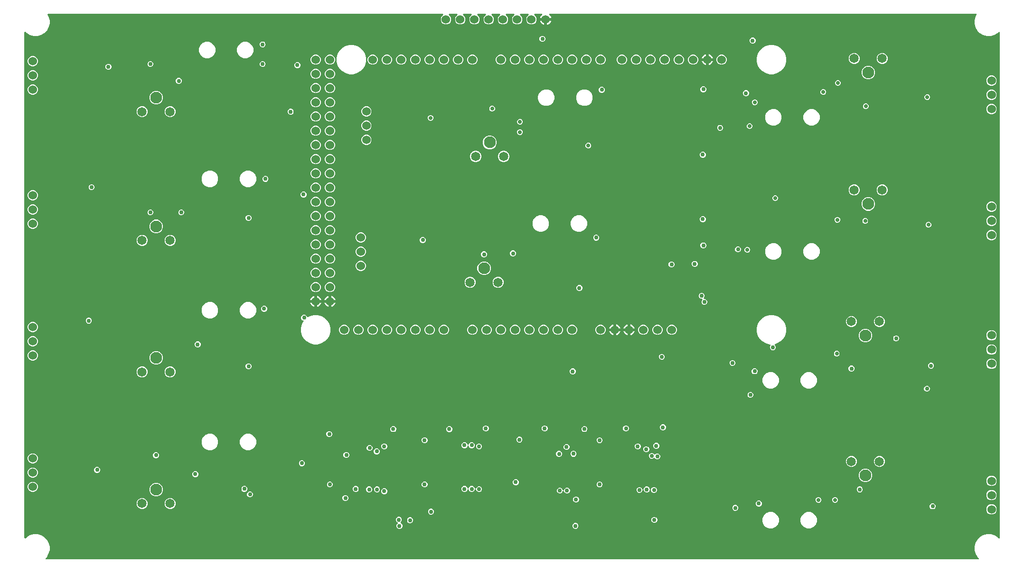
<source format=gbr>
G04 EAGLE Gerber RS-274X export*
G75*
%MOMM*%
%FSLAX34Y34*%
%LPD*%
%INCopper Layer 2*%
%IPPOS*%
%AMOC8*
5,1,8,0,0,1.08239X$1,22.5*%
G01*
%ADD10C,1.650000*%
%ADD11C,2.100000*%
%ADD12C,1.524000*%
%ADD13C,0.756400*%
%ADD14C,0.706400*%
%ADD15C,0.254000*%

G36*
X1711330Y10178D02*
X1711330Y10178D01*
X1711469Y10191D01*
X1711488Y10198D01*
X1711508Y10201D01*
X1711637Y10252D01*
X1711768Y10299D01*
X1711785Y10310D01*
X1711804Y10318D01*
X1711916Y10399D01*
X1712031Y10477D01*
X1712045Y10493D01*
X1712061Y10504D01*
X1712150Y10612D01*
X1712242Y10716D01*
X1712251Y10734D01*
X1712264Y10749D01*
X1712323Y10875D01*
X1712386Y10999D01*
X1712391Y11019D01*
X1712399Y11037D01*
X1712425Y11173D01*
X1712456Y11309D01*
X1712455Y11330D01*
X1712459Y11349D01*
X1712450Y11488D01*
X1712446Y11627D01*
X1712441Y11647D01*
X1712439Y11667D01*
X1712397Y11799D01*
X1712358Y11933D01*
X1712348Y11950D01*
X1712341Y11969D01*
X1712267Y12087D01*
X1712196Y12207D01*
X1712178Y12228D01*
X1712171Y12238D01*
X1712156Y12252D01*
X1712090Y12327D01*
X1709866Y14551D01*
X1706554Y20288D01*
X1704839Y26688D01*
X1704839Y33312D01*
X1706554Y39712D01*
X1709866Y45449D01*
X1714551Y50134D01*
X1720288Y53446D01*
X1726688Y55161D01*
X1733312Y55161D01*
X1739712Y53446D01*
X1745449Y50134D01*
X1747673Y47910D01*
X1747782Y47825D01*
X1747889Y47736D01*
X1747908Y47728D01*
X1747924Y47715D01*
X1748052Y47660D01*
X1748177Y47601D01*
X1748197Y47597D01*
X1748216Y47589D01*
X1748354Y47567D01*
X1748490Y47541D01*
X1748510Y47542D01*
X1748530Y47539D01*
X1748669Y47552D01*
X1748807Y47561D01*
X1748826Y47567D01*
X1748846Y47569D01*
X1748978Y47616D01*
X1749109Y47659D01*
X1749127Y47670D01*
X1749146Y47676D01*
X1749261Y47754D01*
X1749378Y47829D01*
X1749392Y47844D01*
X1749409Y47855D01*
X1749501Y47959D01*
X1749596Y48060D01*
X1749606Y48078D01*
X1749619Y48093D01*
X1749683Y48218D01*
X1749750Y48339D01*
X1749755Y48359D01*
X1749764Y48377D01*
X1749794Y48512D01*
X1749829Y48647D01*
X1749831Y48675D01*
X1749834Y48687D01*
X1749833Y48707D01*
X1749839Y48808D01*
X1749839Y951192D01*
X1749822Y951330D01*
X1749809Y951469D01*
X1749802Y951488D01*
X1749799Y951508D01*
X1749748Y951637D01*
X1749701Y951768D01*
X1749690Y951785D01*
X1749682Y951804D01*
X1749601Y951916D01*
X1749523Y952031D01*
X1749507Y952045D01*
X1749496Y952061D01*
X1749388Y952150D01*
X1749284Y952242D01*
X1749266Y952251D01*
X1749251Y952264D01*
X1749125Y952323D01*
X1749001Y952386D01*
X1748981Y952391D01*
X1748963Y952399D01*
X1748827Y952425D01*
X1748691Y952456D01*
X1748670Y952455D01*
X1748651Y952459D01*
X1748512Y952450D01*
X1748373Y952446D01*
X1748353Y952441D01*
X1748333Y952439D01*
X1748201Y952397D01*
X1748067Y952358D01*
X1748050Y952348D01*
X1748031Y952341D01*
X1747913Y952267D01*
X1747793Y952196D01*
X1747772Y952178D01*
X1747762Y952171D01*
X1747748Y952156D01*
X1747673Y952090D01*
X1745449Y949866D01*
X1739712Y946554D01*
X1733312Y944839D01*
X1726688Y944839D01*
X1720288Y946554D01*
X1714551Y949866D01*
X1709866Y954551D01*
X1706554Y960288D01*
X1704839Y966688D01*
X1704839Y973312D01*
X1706554Y979712D01*
X1708415Y982935D01*
X1708467Y983058D01*
X1708523Y983177D01*
X1708528Y983204D01*
X1708538Y983229D01*
X1708558Y983360D01*
X1708583Y983490D01*
X1708581Y983516D01*
X1708585Y983543D01*
X1708571Y983675D01*
X1708563Y983807D01*
X1708555Y983833D01*
X1708552Y983859D01*
X1708506Y983984D01*
X1708465Y984109D01*
X1708450Y984132D01*
X1708441Y984158D01*
X1708366Y984266D01*
X1708295Y984378D01*
X1708275Y984397D01*
X1708260Y984419D01*
X1708160Y984505D01*
X1708063Y984596D01*
X1708039Y984609D01*
X1708019Y984627D01*
X1707901Y984686D01*
X1707785Y984750D01*
X1707758Y984756D01*
X1707734Y984768D01*
X1707604Y984796D01*
X1707477Y984829D01*
X1707439Y984831D01*
X1707423Y984835D01*
X1707401Y984834D01*
X1707316Y984839D01*
X947494Y984839D01*
X947356Y984822D01*
X947218Y984809D01*
X947199Y984802D01*
X947179Y984799D01*
X947050Y984748D01*
X946919Y984701D01*
X946902Y984690D01*
X946883Y984682D01*
X946771Y984601D01*
X946656Y984523D01*
X946642Y984507D01*
X946626Y984496D01*
X946537Y984388D01*
X946445Y984284D01*
X946436Y984266D01*
X946423Y984251D01*
X946364Y984125D01*
X946301Y984001D01*
X946296Y983981D01*
X946287Y983963D01*
X946261Y983826D01*
X946231Y983691D01*
X946232Y983670D01*
X946228Y983651D01*
X946236Y983512D01*
X946241Y983373D01*
X946246Y983353D01*
X946247Y983333D01*
X946290Y983201D01*
X946329Y983067D01*
X946339Y983050D01*
X946345Y983031D01*
X946420Y982913D01*
X946491Y982793D01*
X946509Y982772D01*
X946516Y982762D01*
X946531Y982748D01*
X946597Y982673D01*
X947650Y981619D01*
X948590Y980325D01*
X949316Y978900D01*
X949759Y977539D01*
X941170Y977539D01*
X941052Y977524D01*
X940933Y977517D01*
X940895Y977504D01*
X940855Y977499D01*
X940744Y977456D01*
X940631Y977419D01*
X940597Y977397D01*
X940559Y977382D01*
X940463Y977312D01*
X940362Y977249D01*
X940334Y977219D01*
X940302Y977195D01*
X940226Y977104D01*
X940144Y977017D01*
X940125Y976982D01*
X940099Y976951D01*
X940048Y976843D01*
X939991Y976739D01*
X939980Y976699D01*
X939963Y976663D01*
X939941Y976546D01*
X939911Y976431D01*
X939907Y976370D01*
X939903Y976350D01*
X939905Y976330D01*
X939901Y976270D01*
X939901Y974999D01*
X939899Y974999D01*
X939899Y976270D01*
X939884Y976388D01*
X939877Y976507D01*
X939864Y976545D01*
X939859Y976585D01*
X939815Y976696D01*
X939779Y976809D01*
X939757Y976844D01*
X939742Y976881D01*
X939672Y976977D01*
X939609Y977078D01*
X939579Y977106D01*
X939555Y977139D01*
X939464Y977214D01*
X939377Y977296D01*
X939342Y977316D01*
X939310Y977341D01*
X939203Y977392D01*
X939098Y977450D01*
X939059Y977460D01*
X939023Y977477D01*
X938906Y977499D01*
X938791Y977529D01*
X938730Y977533D01*
X938710Y977537D01*
X938690Y977535D01*
X938630Y977539D01*
X930041Y977539D01*
X930484Y978900D01*
X931210Y980325D01*
X932150Y981619D01*
X933203Y982673D01*
X933288Y982782D01*
X933377Y982889D01*
X933386Y982908D01*
X933398Y982924D01*
X933453Y983051D01*
X933513Y983177D01*
X933516Y983197D01*
X933524Y983216D01*
X933546Y983354D01*
X933572Y983490D01*
X933571Y983510D01*
X933574Y983530D01*
X933561Y983669D01*
X933553Y983807D01*
X933546Y983826D01*
X933544Y983846D01*
X933497Y983978D01*
X933455Y984109D01*
X933444Y984127D01*
X933437Y984146D01*
X933359Y984261D01*
X933284Y984378D01*
X933270Y984392D01*
X933258Y984409D01*
X933154Y984501D01*
X933053Y984596D01*
X933035Y984606D01*
X933020Y984619D01*
X932896Y984682D01*
X932774Y984750D01*
X932755Y984755D01*
X932737Y984764D01*
X932601Y984794D01*
X932466Y984829D01*
X932438Y984831D01*
X932426Y984834D01*
X932406Y984833D01*
X932306Y984839D01*
X920658Y984839D01*
X920520Y984822D01*
X920381Y984809D01*
X920362Y984802D01*
X920342Y984799D01*
X920213Y984748D01*
X920082Y984701D01*
X920065Y984690D01*
X920046Y984682D01*
X919934Y984601D01*
X919819Y984523D01*
X919805Y984507D01*
X919789Y984496D01*
X919700Y984388D01*
X919608Y984284D01*
X919599Y984266D01*
X919586Y984251D01*
X919527Y984125D01*
X919464Y984001D01*
X919459Y983981D01*
X919451Y983963D01*
X919425Y983827D01*
X919394Y983691D01*
X919395Y983670D01*
X919391Y983651D01*
X919399Y983512D01*
X919404Y983373D01*
X919409Y983353D01*
X919411Y983333D01*
X919453Y983201D01*
X919492Y983067D01*
X919502Y983050D01*
X919509Y983031D01*
X919583Y982913D01*
X919654Y982793D01*
X919672Y982772D01*
X919679Y982762D01*
X919694Y982748D01*
X919760Y982673D01*
X922253Y980180D01*
X923645Y976819D01*
X923645Y973181D01*
X922253Y969820D01*
X919680Y967247D01*
X916319Y965855D01*
X912681Y965855D01*
X909320Y967247D01*
X906747Y969820D01*
X905355Y973181D01*
X905355Y976819D01*
X906747Y980180D01*
X909240Y982673D01*
X909325Y982782D01*
X909414Y982889D01*
X909422Y982908D01*
X909435Y982924D01*
X909490Y983052D01*
X909549Y983177D01*
X909553Y983197D01*
X909561Y983216D01*
X909583Y983354D01*
X909609Y983490D01*
X909608Y983510D01*
X909611Y983530D01*
X909598Y983669D01*
X909589Y983807D01*
X909583Y983826D01*
X909581Y983846D01*
X909534Y983978D01*
X909491Y984109D01*
X909481Y984127D01*
X909474Y984146D01*
X909396Y984261D01*
X909321Y984378D01*
X909306Y984392D01*
X909295Y984409D01*
X909191Y984501D01*
X909090Y984596D01*
X909072Y984606D01*
X909057Y984619D01*
X908933Y984683D01*
X908811Y984750D01*
X908792Y984755D01*
X908773Y984764D01*
X908638Y984794D01*
X908503Y984829D01*
X908475Y984831D01*
X908463Y984834D01*
X908443Y984833D01*
X908342Y984839D01*
X895258Y984839D01*
X895120Y984822D01*
X894981Y984809D01*
X894962Y984802D01*
X894942Y984799D01*
X894813Y984748D01*
X894682Y984701D01*
X894665Y984690D01*
X894646Y984682D01*
X894534Y984601D01*
X894419Y984523D01*
X894405Y984507D01*
X894389Y984496D01*
X894300Y984388D01*
X894208Y984284D01*
X894199Y984266D01*
X894186Y984251D01*
X894127Y984125D01*
X894064Y984001D01*
X894059Y983981D01*
X894051Y983963D01*
X894025Y983827D01*
X893994Y983691D01*
X893995Y983670D01*
X893991Y983651D01*
X893999Y983512D01*
X894004Y983373D01*
X894009Y983353D01*
X894011Y983333D01*
X894053Y983201D01*
X894092Y983067D01*
X894102Y983050D01*
X894109Y983031D01*
X894183Y982913D01*
X894254Y982793D01*
X894272Y982772D01*
X894279Y982762D01*
X894294Y982748D01*
X894360Y982673D01*
X896853Y980180D01*
X898245Y976819D01*
X898245Y973181D01*
X896853Y969820D01*
X894280Y967247D01*
X890919Y965855D01*
X887281Y965855D01*
X883920Y967247D01*
X881347Y969820D01*
X879955Y973181D01*
X879955Y976819D01*
X881347Y980180D01*
X883840Y982673D01*
X883925Y982782D01*
X884014Y982889D01*
X884022Y982908D01*
X884035Y982924D01*
X884090Y983052D01*
X884149Y983177D01*
X884153Y983197D01*
X884161Y983216D01*
X884183Y983354D01*
X884209Y983490D01*
X884208Y983510D01*
X884211Y983530D01*
X884198Y983669D01*
X884189Y983807D01*
X884183Y983826D01*
X884181Y983846D01*
X884134Y983978D01*
X884091Y984109D01*
X884081Y984127D01*
X884074Y984146D01*
X883996Y984261D01*
X883921Y984378D01*
X883906Y984392D01*
X883895Y984409D01*
X883791Y984501D01*
X883690Y984596D01*
X883672Y984606D01*
X883657Y984619D01*
X883533Y984683D01*
X883411Y984750D01*
X883392Y984755D01*
X883373Y984764D01*
X883238Y984794D01*
X883103Y984829D01*
X883075Y984831D01*
X883063Y984834D01*
X883043Y984833D01*
X882942Y984839D01*
X869858Y984839D01*
X869720Y984822D01*
X869581Y984809D01*
X869562Y984802D01*
X869542Y984799D01*
X869413Y984748D01*
X869282Y984701D01*
X869265Y984690D01*
X869246Y984682D01*
X869134Y984601D01*
X869019Y984523D01*
X869005Y984507D01*
X868989Y984496D01*
X868900Y984388D01*
X868808Y984284D01*
X868799Y984266D01*
X868786Y984251D01*
X868727Y984125D01*
X868664Y984001D01*
X868659Y983981D01*
X868651Y983963D01*
X868625Y983827D01*
X868594Y983691D01*
X868595Y983670D01*
X868591Y983651D01*
X868599Y983512D01*
X868604Y983373D01*
X868609Y983353D01*
X868611Y983333D01*
X868653Y983201D01*
X868692Y983067D01*
X868702Y983050D01*
X868709Y983031D01*
X868783Y982913D01*
X868854Y982793D01*
X868872Y982772D01*
X868879Y982762D01*
X868894Y982748D01*
X868960Y982673D01*
X871453Y980180D01*
X872845Y976819D01*
X872845Y973181D01*
X871453Y969820D01*
X868880Y967247D01*
X865519Y965855D01*
X861881Y965855D01*
X858520Y967247D01*
X855947Y969820D01*
X854555Y973181D01*
X854555Y976819D01*
X855947Y980180D01*
X858440Y982673D01*
X858525Y982782D01*
X858614Y982889D01*
X858622Y982908D01*
X858635Y982924D01*
X858690Y983052D01*
X858749Y983177D01*
X858753Y983197D01*
X858761Y983216D01*
X858783Y983354D01*
X858809Y983490D01*
X858808Y983510D01*
X858811Y983530D01*
X858798Y983669D01*
X858789Y983807D01*
X858783Y983826D01*
X858781Y983846D01*
X858734Y983978D01*
X858691Y984109D01*
X858681Y984127D01*
X858674Y984146D01*
X858596Y984261D01*
X858521Y984378D01*
X858506Y984392D01*
X858495Y984409D01*
X858391Y984501D01*
X858290Y984596D01*
X858272Y984606D01*
X858257Y984619D01*
X858133Y984683D01*
X858011Y984750D01*
X857992Y984755D01*
X857973Y984764D01*
X857838Y984794D01*
X857703Y984829D01*
X857675Y984831D01*
X857663Y984834D01*
X857643Y984833D01*
X857542Y984839D01*
X844458Y984839D01*
X844320Y984822D01*
X844181Y984809D01*
X844162Y984802D01*
X844142Y984799D01*
X844013Y984748D01*
X843882Y984701D01*
X843865Y984690D01*
X843846Y984682D01*
X843734Y984601D01*
X843619Y984523D01*
X843605Y984507D01*
X843589Y984496D01*
X843500Y984388D01*
X843408Y984284D01*
X843399Y984266D01*
X843386Y984251D01*
X843327Y984125D01*
X843264Y984001D01*
X843259Y983981D01*
X843251Y983963D01*
X843225Y983827D01*
X843194Y983691D01*
X843195Y983670D01*
X843191Y983651D01*
X843199Y983512D01*
X843204Y983373D01*
X843209Y983353D01*
X843211Y983333D01*
X843253Y983201D01*
X843292Y983067D01*
X843302Y983050D01*
X843309Y983031D01*
X843383Y982913D01*
X843454Y982793D01*
X843472Y982772D01*
X843479Y982762D01*
X843494Y982748D01*
X843560Y982673D01*
X846053Y980180D01*
X847445Y976819D01*
X847445Y973181D01*
X846053Y969820D01*
X843480Y967247D01*
X840119Y965855D01*
X836481Y965855D01*
X833120Y967247D01*
X830547Y969820D01*
X829155Y973181D01*
X829155Y976819D01*
X830547Y980180D01*
X833040Y982673D01*
X833125Y982782D01*
X833214Y982889D01*
X833222Y982908D01*
X833235Y982924D01*
X833290Y983052D01*
X833349Y983177D01*
X833353Y983197D01*
X833361Y983216D01*
X833383Y983354D01*
X833409Y983490D01*
X833408Y983510D01*
X833411Y983530D01*
X833398Y983669D01*
X833389Y983807D01*
X833383Y983826D01*
X833381Y983846D01*
X833334Y983978D01*
X833291Y984109D01*
X833281Y984127D01*
X833274Y984146D01*
X833196Y984261D01*
X833121Y984378D01*
X833106Y984392D01*
X833095Y984409D01*
X832991Y984501D01*
X832890Y984596D01*
X832872Y984606D01*
X832857Y984619D01*
X832733Y984683D01*
X832611Y984750D01*
X832592Y984755D01*
X832573Y984764D01*
X832438Y984794D01*
X832303Y984829D01*
X832275Y984831D01*
X832263Y984834D01*
X832243Y984833D01*
X832142Y984839D01*
X819058Y984839D01*
X818920Y984822D01*
X818781Y984809D01*
X818762Y984802D01*
X818742Y984799D01*
X818613Y984748D01*
X818482Y984701D01*
X818465Y984690D01*
X818446Y984682D01*
X818334Y984601D01*
X818219Y984523D01*
X818205Y984507D01*
X818189Y984496D01*
X818100Y984388D01*
X818008Y984284D01*
X817999Y984266D01*
X817986Y984251D01*
X817927Y984125D01*
X817864Y984001D01*
X817859Y983981D01*
X817851Y983963D01*
X817825Y983827D01*
X817794Y983691D01*
X817795Y983670D01*
X817791Y983651D01*
X817799Y983512D01*
X817804Y983373D01*
X817809Y983353D01*
X817811Y983333D01*
X817853Y983201D01*
X817892Y983067D01*
X817902Y983050D01*
X817909Y983031D01*
X817983Y982913D01*
X818054Y982793D01*
X818072Y982772D01*
X818079Y982762D01*
X818094Y982748D01*
X818160Y982673D01*
X820653Y980180D01*
X822045Y976819D01*
X822045Y973181D01*
X820653Y969820D01*
X818080Y967247D01*
X814719Y965855D01*
X811081Y965855D01*
X807720Y967247D01*
X805147Y969820D01*
X803755Y973181D01*
X803755Y976819D01*
X805147Y980180D01*
X807640Y982673D01*
X807725Y982782D01*
X807814Y982889D01*
X807822Y982908D01*
X807835Y982924D01*
X807890Y983052D01*
X807949Y983177D01*
X807953Y983197D01*
X807961Y983216D01*
X807983Y983354D01*
X808009Y983490D01*
X808008Y983510D01*
X808011Y983530D01*
X807998Y983669D01*
X807989Y983807D01*
X807983Y983826D01*
X807981Y983846D01*
X807934Y983978D01*
X807891Y984109D01*
X807881Y984127D01*
X807874Y984146D01*
X807796Y984261D01*
X807721Y984378D01*
X807706Y984392D01*
X807695Y984409D01*
X807591Y984501D01*
X807490Y984596D01*
X807472Y984606D01*
X807457Y984619D01*
X807333Y984683D01*
X807211Y984750D01*
X807192Y984755D01*
X807173Y984764D01*
X807038Y984794D01*
X806903Y984829D01*
X806875Y984831D01*
X806863Y984834D01*
X806843Y984833D01*
X806742Y984839D01*
X793658Y984839D01*
X793520Y984822D01*
X793381Y984809D01*
X793362Y984802D01*
X793342Y984799D01*
X793213Y984748D01*
X793082Y984701D01*
X793065Y984690D01*
X793046Y984682D01*
X792934Y984601D01*
X792819Y984523D01*
X792805Y984507D01*
X792789Y984496D01*
X792700Y984388D01*
X792608Y984284D01*
X792599Y984266D01*
X792586Y984251D01*
X792527Y984125D01*
X792464Y984001D01*
X792459Y983981D01*
X792451Y983963D01*
X792425Y983827D01*
X792394Y983691D01*
X792395Y983670D01*
X792391Y983651D01*
X792399Y983512D01*
X792404Y983373D01*
X792409Y983353D01*
X792411Y983333D01*
X792453Y983201D01*
X792492Y983067D01*
X792502Y983050D01*
X792509Y983031D01*
X792583Y982913D01*
X792654Y982793D01*
X792672Y982772D01*
X792679Y982762D01*
X792694Y982748D01*
X792760Y982673D01*
X795253Y980180D01*
X796645Y976819D01*
X796645Y973181D01*
X795253Y969820D01*
X792680Y967247D01*
X789319Y965855D01*
X785681Y965855D01*
X782320Y967247D01*
X779747Y969820D01*
X778355Y973181D01*
X778355Y976819D01*
X779747Y980180D01*
X782240Y982673D01*
X782325Y982782D01*
X782414Y982889D01*
X782422Y982908D01*
X782435Y982924D01*
X782490Y983052D01*
X782549Y983177D01*
X782553Y983197D01*
X782561Y983216D01*
X782583Y983354D01*
X782609Y983490D01*
X782608Y983510D01*
X782611Y983530D01*
X782598Y983669D01*
X782589Y983807D01*
X782583Y983826D01*
X782581Y983846D01*
X782534Y983978D01*
X782491Y984109D01*
X782481Y984127D01*
X782474Y984146D01*
X782396Y984261D01*
X782321Y984378D01*
X782306Y984392D01*
X782295Y984409D01*
X782191Y984501D01*
X782090Y984596D01*
X782072Y984606D01*
X782057Y984619D01*
X781933Y984683D01*
X781811Y984750D01*
X781792Y984755D01*
X781773Y984764D01*
X781638Y984794D01*
X781503Y984829D01*
X781475Y984831D01*
X781463Y984834D01*
X781443Y984833D01*
X781342Y984839D01*
X768258Y984839D01*
X768120Y984822D01*
X767981Y984809D01*
X767962Y984802D01*
X767942Y984799D01*
X767813Y984748D01*
X767682Y984701D01*
X767665Y984690D01*
X767646Y984682D01*
X767534Y984601D01*
X767419Y984523D01*
X767405Y984507D01*
X767389Y984496D01*
X767300Y984388D01*
X767208Y984284D01*
X767199Y984266D01*
X767186Y984251D01*
X767127Y984125D01*
X767064Y984001D01*
X767059Y983981D01*
X767051Y983963D01*
X767025Y983827D01*
X766994Y983691D01*
X766995Y983670D01*
X766991Y983651D01*
X766999Y983512D01*
X767004Y983373D01*
X767009Y983353D01*
X767011Y983333D01*
X767053Y983201D01*
X767092Y983067D01*
X767102Y983050D01*
X767109Y983031D01*
X767183Y982913D01*
X767254Y982793D01*
X767272Y982772D01*
X767279Y982762D01*
X767294Y982748D01*
X767360Y982673D01*
X769853Y980180D01*
X771245Y976819D01*
X771245Y973181D01*
X769853Y969820D01*
X767280Y967247D01*
X763919Y965855D01*
X760281Y965855D01*
X756920Y967247D01*
X754347Y969820D01*
X752955Y973181D01*
X752955Y976819D01*
X754347Y980180D01*
X756840Y982673D01*
X756925Y982782D01*
X757014Y982889D01*
X757022Y982908D01*
X757035Y982924D01*
X757090Y983052D01*
X757149Y983177D01*
X757153Y983197D01*
X757161Y983216D01*
X757183Y983354D01*
X757209Y983490D01*
X757208Y983510D01*
X757211Y983530D01*
X757198Y983669D01*
X757189Y983807D01*
X757183Y983826D01*
X757181Y983846D01*
X757134Y983978D01*
X757091Y984109D01*
X757081Y984127D01*
X757074Y984146D01*
X756996Y984261D01*
X756921Y984378D01*
X756906Y984392D01*
X756895Y984409D01*
X756791Y984501D01*
X756690Y984596D01*
X756672Y984606D01*
X756657Y984619D01*
X756533Y984683D01*
X756411Y984750D01*
X756392Y984755D01*
X756373Y984764D01*
X756238Y984794D01*
X756103Y984829D01*
X756075Y984831D01*
X756063Y984834D01*
X756043Y984833D01*
X755942Y984839D01*
X52684Y984839D01*
X52553Y984823D01*
X52421Y984812D01*
X52395Y984803D01*
X52369Y984799D01*
X52246Y984751D01*
X52120Y984707D01*
X52098Y984692D01*
X52073Y984682D01*
X51966Y984605D01*
X51855Y984531D01*
X51837Y984511D01*
X51815Y984496D01*
X51731Y984393D01*
X51642Y984295D01*
X51630Y984271D01*
X51613Y984251D01*
X51556Y984131D01*
X51495Y984014D01*
X51489Y983987D01*
X51477Y983963D01*
X51452Y983833D01*
X51422Y983704D01*
X51422Y983677D01*
X51417Y983651D01*
X51426Y983518D01*
X51428Y983386D01*
X51435Y983360D01*
X51437Y983333D01*
X51478Y983207D01*
X51513Y983080D01*
X51530Y983045D01*
X51535Y983031D01*
X51547Y983012D01*
X51585Y982935D01*
X53446Y979712D01*
X55161Y973312D01*
X55161Y966688D01*
X53446Y960288D01*
X50134Y954551D01*
X45449Y949866D01*
X39712Y946554D01*
X33312Y944839D01*
X26688Y944839D01*
X20288Y946554D01*
X14551Y949866D01*
X12327Y952090D01*
X12218Y952175D01*
X12111Y952264D01*
X12092Y952272D01*
X12076Y952285D01*
X11948Y952340D01*
X11823Y952399D01*
X11803Y952403D01*
X11784Y952411D01*
X11646Y952433D01*
X11510Y952459D01*
X11490Y952458D01*
X11470Y952461D01*
X11331Y952448D01*
X11193Y952439D01*
X11174Y952433D01*
X11154Y952431D01*
X11022Y952384D01*
X10891Y952341D01*
X10873Y952330D01*
X10854Y952324D01*
X10739Y952246D01*
X10622Y952171D01*
X10608Y952156D01*
X10591Y952145D01*
X10499Y952041D01*
X10404Y951940D01*
X10394Y951922D01*
X10381Y951907D01*
X10317Y951782D01*
X10250Y951661D01*
X10245Y951641D01*
X10236Y951623D01*
X10206Y951488D01*
X10171Y951353D01*
X10169Y951325D01*
X10166Y951313D01*
X10167Y951293D01*
X10161Y951192D01*
X10161Y48808D01*
X10178Y48670D01*
X10191Y48531D01*
X10198Y48512D01*
X10201Y48492D01*
X10252Y48363D01*
X10299Y48232D01*
X10310Y48215D01*
X10318Y48196D01*
X10399Y48084D01*
X10477Y47969D01*
X10493Y47955D01*
X10504Y47939D01*
X10612Y47850D01*
X10716Y47758D01*
X10734Y47749D01*
X10749Y47736D01*
X10875Y47677D01*
X10999Y47614D01*
X11019Y47609D01*
X11037Y47601D01*
X11173Y47575D01*
X11309Y47544D01*
X11330Y47545D01*
X11349Y47541D01*
X11488Y47550D01*
X11627Y47554D01*
X11647Y47559D01*
X11667Y47561D01*
X11799Y47603D01*
X11933Y47642D01*
X11950Y47652D01*
X11969Y47659D01*
X12087Y47733D01*
X12207Y47804D01*
X12228Y47822D01*
X12238Y47829D01*
X12252Y47844D01*
X12327Y47910D01*
X14551Y50134D01*
X20288Y53446D01*
X26688Y55161D01*
X33312Y55161D01*
X39712Y53446D01*
X45449Y50134D01*
X50134Y45449D01*
X53446Y39712D01*
X55161Y33312D01*
X55161Y26688D01*
X53446Y20288D01*
X50134Y14551D01*
X47910Y12327D01*
X47825Y12218D01*
X47736Y12111D01*
X47728Y12092D01*
X47715Y12076D01*
X47660Y11948D01*
X47601Y11823D01*
X47597Y11803D01*
X47589Y11784D01*
X47567Y11646D01*
X47541Y11510D01*
X47542Y11490D01*
X47539Y11470D01*
X47552Y11331D01*
X47561Y11193D01*
X47567Y11174D01*
X47569Y11154D01*
X47616Y11022D01*
X47659Y10891D01*
X47670Y10873D01*
X47676Y10854D01*
X47754Y10739D01*
X47829Y10622D01*
X47844Y10608D01*
X47855Y10591D01*
X47959Y10499D01*
X48060Y10404D01*
X48078Y10394D01*
X48093Y10381D01*
X48218Y10317D01*
X48339Y10250D01*
X48359Y10245D01*
X48377Y10236D01*
X48512Y10206D01*
X48647Y10171D01*
X48675Y10169D01*
X48687Y10166D01*
X48707Y10167D01*
X48808Y10161D01*
X1711192Y10161D01*
X1711330Y10178D01*
G37*
%LPC*%
G36*
X1343944Y383693D02*
X1343944Y383693D01*
X1341994Y384501D01*
X1340501Y385994D01*
X1339693Y387944D01*
X1339693Y390056D01*
X1340501Y392006D01*
X1340568Y392072D01*
X1340653Y392182D01*
X1340742Y392289D01*
X1340750Y392308D01*
X1340763Y392324D01*
X1340818Y392451D01*
X1340877Y392577D01*
X1340881Y392597D01*
X1340889Y392616D01*
X1340911Y392753D01*
X1340937Y392890D01*
X1340936Y392910D01*
X1340939Y392930D01*
X1340926Y393068D01*
X1340917Y393207D01*
X1340911Y393226D01*
X1340909Y393246D01*
X1340862Y393377D01*
X1340819Y393509D01*
X1340808Y393527D01*
X1340801Y393546D01*
X1340723Y393661D01*
X1340649Y393778D01*
X1340634Y393792D01*
X1340623Y393809D01*
X1340519Y393901D01*
X1340417Y393996D01*
X1340400Y394006D01*
X1340384Y394019D01*
X1340261Y394082D01*
X1340139Y394150D01*
X1340119Y394155D01*
X1340101Y394164D01*
X1339965Y394194D01*
X1339831Y394229D01*
X1339803Y394231D01*
X1339791Y394234D01*
X1339770Y394233D01*
X1339670Y394239D01*
X1339156Y394239D01*
X1332502Y396022D01*
X1326537Y399466D01*
X1321666Y404337D01*
X1318222Y410302D01*
X1316439Y416956D01*
X1316439Y423844D01*
X1318222Y430498D01*
X1321666Y436463D01*
X1326537Y441334D01*
X1332502Y444778D01*
X1339156Y446561D01*
X1346044Y446561D01*
X1352698Y444778D01*
X1358663Y441334D01*
X1363534Y436463D01*
X1366978Y430498D01*
X1368761Y423844D01*
X1368761Y416956D01*
X1366978Y410302D01*
X1363534Y404337D01*
X1358663Y399466D01*
X1352698Y396022D01*
X1349131Y395066D01*
X1349009Y395016D01*
X1348884Y394972D01*
X1348861Y394956D01*
X1348836Y394946D01*
X1348730Y394867D01*
X1348621Y394793D01*
X1348603Y394773D01*
X1348581Y394757D01*
X1348498Y394654D01*
X1348410Y394555D01*
X1348398Y394531D01*
X1348381Y394510D01*
X1348326Y394389D01*
X1348266Y394271D01*
X1348260Y394245D01*
X1348248Y394220D01*
X1348225Y394090D01*
X1348196Y393961D01*
X1348197Y393934D01*
X1348192Y393907D01*
X1348202Y393776D01*
X1348206Y393643D01*
X1348213Y393617D01*
X1348215Y393590D01*
X1348257Y393465D01*
X1348294Y393338D01*
X1348308Y393314D01*
X1348316Y393289D01*
X1348388Y393178D01*
X1348456Y393064D01*
X1348481Y393035D01*
X1348489Y393022D01*
X1348505Y393007D01*
X1348562Y392943D01*
X1349499Y392006D01*
X1350307Y390056D01*
X1350307Y387944D01*
X1349499Y385994D01*
X1348006Y384501D01*
X1346056Y383693D01*
X1343944Y383693D01*
G37*
%LPD*%
%LPC*%
G36*
X526356Y394239D02*
X526356Y394239D01*
X519702Y396022D01*
X513737Y399466D01*
X508866Y404337D01*
X505422Y410302D01*
X503639Y416956D01*
X503639Y423844D01*
X505422Y430498D01*
X508064Y435074D01*
X508081Y435114D01*
X508105Y435150D01*
X508142Y435260D01*
X508188Y435367D01*
X508194Y435410D01*
X508208Y435450D01*
X508217Y435567D01*
X508234Y435682D01*
X508230Y435725D01*
X508233Y435768D01*
X508213Y435882D01*
X508201Y435998D01*
X508186Y436038D01*
X508179Y436081D01*
X508131Y436187D01*
X508090Y436296D01*
X508066Y436332D01*
X508048Y436371D01*
X507975Y436462D01*
X507909Y436558D01*
X507876Y436586D01*
X507849Y436619D01*
X507756Y436689D01*
X507668Y436766D01*
X507630Y436785D01*
X507595Y436811D01*
X507451Y436881D01*
X506022Y437473D01*
X504529Y438966D01*
X503721Y440917D01*
X503721Y443028D01*
X504529Y444978D01*
X506022Y446471D01*
X507972Y447279D01*
X510083Y447279D01*
X512034Y446471D01*
X513527Y444978D01*
X514232Y443276D01*
X514253Y443239D01*
X514267Y443198D01*
X514332Y443101D01*
X514389Y443000D01*
X514419Y442969D01*
X514443Y442933D01*
X514529Y442855D01*
X514610Y442772D01*
X514647Y442749D01*
X514679Y442720D01*
X514782Y442666D01*
X514881Y442605D01*
X514923Y442593D01*
X514961Y442573D01*
X515074Y442546D01*
X515185Y442512D01*
X515228Y442510D01*
X515270Y442500D01*
X515387Y442502D01*
X515503Y442497D01*
X515545Y442505D01*
X515588Y442506D01*
X515700Y442537D01*
X515815Y442561D01*
X515853Y442580D01*
X515895Y442591D01*
X516039Y442663D01*
X519702Y444778D01*
X526356Y446561D01*
X533244Y446561D01*
X539898Y444778D01*
X545863Y441334D01*
X550734Y436463D01*
X554178Y430498D01*
X555961Y423844D01*
X555961Y416956D01*
X554178Y410302D01*
X550734Y404337D01*
X545863Y399466D01*
X539898Y396022D01*
X533244Y394239D01*
X526356Y394239D01*
G37*
%LPD*%
%LPC*%
G36*
X589856Y876839D02*
X589856Y876839D01*
X583202Y878622D01*
X577237Y882066D01*
X572366Y886937D01*
X568922Y892902D01*
X567139Y899556D01*
X567139Y906444D01*
X568922Y913098D01*
X572366Y919063D01*
X577237Y923934D01*
X583202Y927378D01*
X589856Y929161D01*
X596744Y929161D01*
X603398Y927378D01*
X609363Y923934D01*
X614234Y919063D01*
X617678Y913098D01*
X619461Y906444D01*
X619461Y899556D01*
X617678Y892902D01*
X614234Y886937D01*
X609363Y882066D01*
X603398Y878622D01*
X596744Y876839D01*
X589856Y876839D01*
G37*
%LPD*%
%LPC*%
G36*
X1339156Y876839D02*
X1339156Y876839D01*
X1332502Y878622D01*
X1326537Y882066D01*
X1321666Y886937D01*
X1318222Y892902D01*
X1316439Y899556D01*
X1316439Y906444D01*
X1318222Y913098D01*
X1321666Y919063D01*
X1326537Y923934D01*
X1332502Y927378D01*
X1339156Y929161D01*
X1346044Y929161D01*
X1352698Y927378D01*
X1358663Y923934D01*
X1363534Y919063D01*
X1366978Y913098D01*
X1368761Y906444D01*
X1368761Y899556D01*
X1366978Y892902D01*
X1363534Y886937D01*
X1358663Y882066D01*
X1352698Y878622D01*
X1346044Y876839D01*
X1339156Y876839D01*
G37*
%LPD*%
%LPC*%
G36*
X338084Y440339D02*
X338084Y440339D01*
X332695Y442571D01*
X328571Y446695D01*
X326339Y452084D01*
X326339Y457916D01*
X328571Y463305D01*
X332695Y467429D01*
X338084Y469661D01*
X343916Y469661D01*
X349305Y467429D01*
X353429Y463305D01*
X355661Y457916D01*
X355661Y452084D01*
X353429Y446695D01*
X349305Y442571D01*
X343916Y440339D01*
X338084Y440339D01*
G37*
%LPD*%
%LPC*%
G36*
X338084Y675339D02*
X338084Y675339D01*
X332695Y677571D01*
X328571Y681695D01*
X326339Y687084D01*
X326339Y692916D01*
X328571Y698305D01*
X332695Y702429D01*
X338084Y704661D01*
X343916Y704661D01*
X349305Y702429D01*
X353429Y698305D01*
X355661Y692916D01*
X355661Y687084D01*
X353429Y681695D01*
X349305Y677571D01*
X343916Y675339D01*
X338084Y675339D01*
G37*
%LPD*%
%LPC*%
G36*
X338084Y205339D02*
X338084Y205339D01*
X332695Y207571D01*
X328571Y211695D01*
X326339Y217084D01*
X326339Y222916D01*
X328571Y228305D01*
X332695Y232429D01*
X338084Y234661D01*
X343916Y234661D01*
X349305Y232429D01*
X353429Y228305D01*
X355661Y222916D01*
X355661Y217084D01*
X353429Y211695D01*
X349305Y207571D01*
X343916Y205339D01*
X338084Y205339D01*
G37*
%LPD*%
%LPC*%
G36*
X1338084Y315339D02*
X1338084Y315339D01*
X1332695Y317571D01*
X1328571Y321695D01*
X1326339Y327084D01*
X1326339Y332916D01*
X1328571Y338305D01*
X1332695Y342429D01*
X1338084Y344661D01*
X1343916Y344661D01*
X1349305Y342429D01*
X1353429Y338305D01*
X1355661Y332916D01*
X1355661Y327084D01*
X1353429Y321695D01*
X1349305Y317571D01*
X1343916Y315339D01*
X1338084Y315339D01*
G37*
%LPD*%
%LPC*%
G36*
X1006084Y820339D02*
X1006084Y820339D01*
X1000695Y822571D01*
X996571Y826695D01*
X994339Y832084D01*
X994339Y837916D01*
X996571Y843305D01*
X1000695Y847429D01*
X1006084Y849661D01*
X1011916Y849661D01*
X1017305Y847429D01*
X1021429Y843305D01*
X1023661Y837916D01*
X1023661Y832084D01*
X1021429Y826695D01*
X1017305Y822571D01*
X1011916Y820339D01*
X1006084Y820339D01*
G37*
%LPD*%
%LPC*%
G36*
X401084Y905339D02*
X401084Y905339D01*
X395695Y907571D01*
X391571Y911695D01*
X389339Y917084D01*
X389339Y922916D01*
X391571Y928305D01*
X395695Y932429D01*
X401084Y934661D01*
X406916Y934661D01*
X412305Y932429D01*
X416429Y928305D01*
X418661Y922916D01*
X418661Y917084D01*
X416429Y911695D01*
X412305Y907571D01*
X406916Y905339D01*
X401084Y905339D01*
G37*
%LPD*%
%LPC*%
G36*
X333084Y905339D02*
X333084Y905339D01*
X327695Y907571D01*
X323571Y911695D01*
X321339Y917084D01*
X321339Y922916D01*
X323571Y928305D01*
X327695Y932429D01*
X333084Y934661D01*
X338916Y934661D01*
X344305Y932429D01*
X348429Y928305D01*
X350661Y922916D01*
X350661Y917084D01*
X348429Y911695D01*
X344305Y907571D01*
X338916Y905339D01*
X333084Y905339D01*
G37*
%LPD*%
%LPC*%
G36*
X1343084Y785339D02*
X1343084Y785339D01*
X1337695Y787571D01*
X1333571Y791695D01*
X1331339Y797084D01*
X1331339Y802916D01*
X1333571Y808305D01*
X1337695Y812429D01*
X1343084Y814661D01*
X1348916Y814661D01*
X1354305Y812429D01*
X1358429Y808305D01*
X1360661Y802916D01*
X1360661Y797084D01*
X1358429Y791695D01*
X1354305Y787571D01*
X1348916Y785339D01*
X1343084Y785339D01*
G37*
%LPD*%
%LPC*%
G36*
X1406084Y315339D02*
X1406084Y315339D01*
X1400695Y317571D01*
X1396571Y321695D01*
X1394339Y327084D01*
X1394339Y332916D01*
X1396571Y338305D01*
X1400695Y342429D01*
X1406084Y344661D01*
X1411916Y344661D01*
X1417305Y342429D01*
X1421429Y338305D01*
X1423661Y332916D01*
X1423661Y327084D01*
X1421429Y321695D01*
X1417305Y317571D01*
X1411916Y315339D01*
X1406084Y315339D01*
G37*
%LPD*%
%LPC*%
G36*
X938084Y820339D02*
X938084Y820339D01*
X932695Y822571D01*
X928571Y826695D01*
X926339Y832084D01*
X926339Y837916D01*
X928571Y843305D01*
X932695Y847429D01*
X938084Y849661D01*
X943916Y849661D01*
X949305Y847429D01*
X953429Y843305D01*
X955661Y837916D01*
X955661Y832084D01*
X953429Y826695D01*
X949305Y822571D01*
X943916Y820339D01*
X938084Y820339D01*
G37*
%LPD*%
%LPC*%
G36*
X996084Y595339D02*
X996084Y595339D01*
X990695Y597571D01*
X986571Y601695D01*
X984339Y607084D01*
X984339Y612916D01*
X986571Y618305D01*
X990695Y622429D01*
X996084Y624661D01*
X1001916Y624661D01*
X1007305Y622429D01*
X1011429Y618305D01*
X1013661Y612916D01*
X1013661Y607084D01*
X1011429Y601695D01*
X1007305Y597571D01*
X1001916Y595339D01*
X996084Y595339D01*
G37*
%LPD*%
%LPC*%
G36*
X928084Y595339D02*
X928084Y595339D01*
X922695Y597571D01*
X918571Y601695D01*
X916339Y607084D01*
X916339Y612916D01*
X918571Y618305D01*
X922695Y622429D01*
X928084Y624661D01*
X933916Y624661D01*
X939305Y622429D01*
X943429Y618305D01*
X945661Y612916D01*
X945661Y607084D01*
X943429Y601695D01*
X939305Y597571D01*
X933916Y595339D01*
X928084Y595339D01*
G37*
%LPD*%
%LPC*%
G36*
X1411084Y545339D02*
X1411084Y545339D01*
X1405695Y547571D01*
X1401571Y551695D01*
X1399339Y557084D01*
X1399339Y562916D01*
X1401571Y568305D01*
X1405695Y572429D01*
X1411084Y574661D01*
X1416916Y574661D01*
X1422305Y572429D01*
X1426429Y568305D01*
X1428661Y562916D01*
X1428661Y557084D01*
X1426429Y551695D01*
X1422305Y547571D01*
X1416916Y545339D01*
X1411084Y545339D01*
G37*
%LPD*%
%LPC*%
G36*
X1338084Y65339D02*
X1338084Y65339D01*
X1332695Y67571D01*
X1328571Y71695D01*
X1326339Y77084D01*
X1326339Y82916D01*
X1328571Y88305D01*
X1332695Y92429D01*
X1338084Y94661D01*
X1343916Y94661D01*
X1349305Y92429D01*
X1353429Y88305D01*
X1355661Y82916D01*
X1355661Y77084D01*
X1353429Y71695D01*
X1349305Y67571D01*
X1343916Y65339D01*
X1338084Y65339D01*
G37*
%LPD*%
%LPC*%
G36*
X406084Y205339D02*
X406084Y205339D01*
X400695Y207571D01*
X396571Y211695D01*
X394339Y217084D01*
X394339Y222916D01*
X396571Y228305D01*
X400695Y232429D01*
X406084Y234661D01*
X411916Y234661D01*
X417305Y232429D01*
X421429Y228305D01*
X423661Y222916D01*
X423661Y217084D01*
X421429Y211695D01*
X417305Y207571D01*
X411916Y205339D01*
X406084Y205339D01*
G37*
%LPD*%
%LPC*%
G36*
X1406084Y65339D02*
X1406084Y65339D01*
X1400695Y67571D01*
X1396571Y71695D01*
X1394339Y77084D01*
X1394339Y82916D01*
X1396571Y88305D01*
X1400695Y92429D01*
X1406084Y94661D01*
X1411916Y94661D01*
X1417305Y92429D01*
X1421429Y88305D01*
X1423661Y82916D01*
X1423661Y77084D01*
X1421429Y71695D01*
X1417305Y67571D01*
X1411916Y65339D01*
X1406084Y65339D01*
G37*
%LPD*%
%LPC*%
G36*
X1411084Y785339D02*
X1411084Y785339D01*
X1405695Y787571D01*
X1401571Y791695D01*
X1399339Y797084D01*
X1399339Y802916D01*
X1401571Y808305D01*
X1405695Y812429D01*
X1411084Y814661D01*
X1416916Y814661D01*
X1422305Y812429D01*
X1426429Y808305D01*
X1428661Y802916D01*
X1428661Y797084D01*
X1426429Y791695D01*
X1422305Y787571D01*
X1416916Y785339D01*
X1411084Y785339D01*
G37*
%LPD*%
%LPC*%
G36*
X1343084Y545339D02*
X1343084Y545339D01*
X1337695Y547571D01*
X1333571Y551695D01*
X1331339Y557084D01*
X1331339Y562916D01*
X1333571Y568305D01*
X1337695Y572429D01*
X1343084Y574661D01*
X1348916Y574661D01*
X1354305Y572429D01*
X1358429Y568305D01*
X1360661Y562916D01*
X1360661Y557084D01*
X1358429Y551695D01*
X1354305Y547571D01*
X1348916Y545339D01*
X1343084Y545339D01*
G37*
%LPD*%
%LPC*%
G36*
X406084Y440339D02*
X406084Y440339D01*
X400695Y442571D01*
X396571Y446695D01*
X394339Y452084D01*
X394339Y457916D01*
X396571Y463305D01*
X400695Y467429D01*
X406084Y469661D01*
X411916Y469661D01*
X417305Y467429D01*
X421429Y463305D01*
X423661Y457916D01*
X423661Y452084D01*
X421429Y446695D01*
X417305Y442571D01*
X411916Y440339D01*
X406084Y440339D01*
G37*
%LPD*%
%LPC*%
G36*
X406084Y675339D02*
X406084Y675339D01*
X400695Y677571D01*
X396571Y681695D01*
X394339Y687084D01*
X394339Y692916D01*
X396571Y698305D01*
X400695Y702429D01*
X406084Y704661D01*
X411916Y704661D01*
X417305Y702429D01*
X421429Y698305D01*
X423661Y692916D01*
X423661Y687084D01*
X421429Y681695D01*
X417305Y677571D01*
X411916Y675339D01*
X406084Y675339D01*
G37*
%LPD*%
%LPC*%
G36*
X1507608Y397975D02*
X1507608Y397975D01*
X1503189Y399806D01*
X1499806Y403189D01*
X1497975Y407608D01*
X1497975Y412392D01*
X1499806Y416811D01*
X1503189Y420194D01*
X1507608Y422025D01*
X1512392Y422025D01*
X1516811Y420194D01*
X1520194Y416811D01*
X1522025Y412392D01*
X1522025Y407608D01*
X1520194Y403189D01*
X1516811Y399806D01*
X1512392Y397975D01*
X1507608Y397975D01*
G37*
%LPD*%
%LPC*%
G36*
X242608Y822975D02*
X242608Y822975D01*
X238189Y824806D01*
X234806Y828189D01*
X232975Y832608D01*
X232975Y837392D01*
X234806Y841811D01*
X238189Y845194D01*
X242608Y847025D01*
X247392Y847025D01*
X251811Y845194D01*
X255194Y841811D01*
X257025Y837392D01*
X257025Y832608D01*
X255194Y828189D01*
X251811Y824806D01*
X247392Y822975D01*
X242608Y822975D01*
G37*
%LPD*%
%LPC*%
G36*
X1512608Y632975D02*
X1512608Y632975D01*
X1508189Y634806D01*
X1504806Y638189D01*
X1502975Y642608D01*
X1502975Y647392D01*
X1504806Y651811D01*
X1508189Y655194D01*
X1512608Y657025D01*
X1517392Y657025D01*
X1521811Y655194D01*
X1525194Y651811D01*
X1527025Y647392D01*
X1527025Y642608D01*
X1525194Y638189D01*
X1521811Y634806D01*
X1517392Y632975D01*
X1512608Y632975D01*
G37*
%LPD*%
%LPC*%
G36*
X827608Y517975D02*
X827608Y517975D01*
X823189Y519806D01*
X819806Y523189D01*
X817975Y527608D01*
X817975Y532392D01*
X819806Y536811D01*
X823189Y540194D01*
X827608Y542025D01*
X832392Y542025D01*
X836811Y540194D01*
X840194Y536811D01*
X842025Y532392D01*
X842025Y527608D01*
X840194Y523189D01*
X836811Y519806D01*
X832392Y517975D01*
X827608Y517975D01*
G37*
%LPD*%
%LPC*%
G36*
X837608Y742975D02*
X837608Y742975D01*
X833189Y744806D01*
X829806Y748189D01*
X827975Y752608D01*
X827975Y757392D01*
X829806Y761811D01*
X833189Y765194D01*
X837608Y767025D01*
X842392Y767025D01*
X846811Y765194D01*
X850194Y761811D01*
X852025Y757392D01*
X852025Y752608D01*
X850194Y748189D01*
X846811Y744806D01*
X842392Y742975D01*
X837608Y742975D01*
G37*
%LPD*%
%LPC*%
G36*
X1507608Y147975D02*
X1507608Y147975D01*
X1503189Y149806D01*
X1499806Y153189D01*
X1497975Y157608D01*
X1497975Y162392D01*
X1499806Y166811D01*
X1503189Y170194D01*
X1507608Y172025D01*
X1512392Y172025D01*
X1516811Y170194D01*
X1520194Y166811D01*
X1522025Y162392D01*
X1522025Y157608D01*
X1520194Y153189D01*
X1516811Y149806D01*
X1512392Y147975D01*
X1507608Y147975D01*
G37*
%LPD*%
%LPC*%
G36*
X242608Y592975D02*
X242608Y592975D01*
X238189Y594806D01*
X234806Y598189D01*
X232975Y602608D01*
X232975Y607392D01*
X234806Y611811D01*
X238189Y615194D01*
X242608Y617025D01*
X247392Y617025D01*
X251811Y615194D01*
X255194Y611811D01*
X257025Y607392D01*
X257025Y602608D01*
X255194Y598189D01*
X251811Y594806D01*
X247392Y592975D01*
X242608Y592975D01*
G37*
%LPD*%
%LPC*%
G36*
X1512608Y867975D02*
X1512608Y867975D01*
X1508189Y869806D01*
X1504806Y873189D01*
X1502975Y877608D01*
X1502975Y882392D01*
X1504806Y886811D01*
X1508189Y890194D01*
X1512608Y892025D01*
X1517392Y892025D01*
X1521811Y890194D01*
X1525194Y886811D01*
X1527025Y882392D01*
X1527025Y877608D01*
X1525194Y873189D01*
X1521811Y869806D01*
X1517392Y867975D01*
X1512608Y867975D01*
G37*
%LPD*%
%LPC*%
G36*
X242608Y122975D02*
X242608Y122975D01*
X238189Y124806D01*
X234806Y128189D01*
X232975Y132608D01*
X232975Y137392D01*
X234806Y141811D01*
X238189Y145194D01*
X242608Y147025D01*
X247392Y147025D01*
X251811Y145194D01*
X255194Y141811D01*
X257025Y137392D01*
X257025Y132608D01*
X255194Y128189D01*
X251811Y124806D01*
X247392Y122975D01*
X242608Y122975D01*
G37*
%LPD*%
%LPC*%
G36*
X242608Y357975D02*
X242608Y357975D01*
X238189Y359806D01*
X234806Y363189D01*
X232975Y367608D01*
X232975Y372392D01*
X234806Y376811D01*
X238189Y380194D01*
X242608Y382025D01*
X247392Y382025D01*
X251811Y380194D01*
X255194Y376811D01*
X257025Y372392D01*
X257025Y367608D01*
X255194Y363189D01*
X251811Y359806D01*
X247392Y357975D01*
X242608Y357975D01*
G37*
%LPD*%
%LPC*%
G36*
X1483056Y175225D02*
X1483056Y175225D01*
X1479463Y176713D01*
X1476713Y179463D01*
X1475225Y183056D01*
X1475225Y186944D01*
X1476713Y190537D01*
X1479463Y193287D01*
X1483056Y194775D01*
X1486944Y194775D01*
X1490537Y193287D01*
X1493287Y190537D01*
X1494775Y186944D01*
X1494775Y183056D01*
X1493287Y179463D01*
X1490537Y176713D01*
X1486944Y175225D01*
X1483056Y175225D01*
G37*
%LPD*%
%LPC*%
G36*
X1538056Y660225D02*
X1538056Y660225D01*
X1534463Y661713D01*
X1531713Y664463D01*
X1530225Y668056D01*
X1530225Y671944D01*
X1531713Y675537D01*
X1534463Y678287D01*
X1538056Y679775D01*
X1541944Y679775D01*
X1545537Y678287D01*
X1548287Y675537D01*
X1549775Y671944D01*
X1549775Y668056D01*
X1548287Y664463D01*
X1545537Y661713D01*
X1541944Y660225D01*
X1538056Y660225D01*
G37*
%LPD*%
%LPC*%
G36*
X1538056Y895225D02*
X1538056Y895225D01*
X1534463Y896713D01*
X1531713Y899463D01*
X1530225Y903056D01*
X1530225Y906944D01*
X1531713Y910537D01*
X1534463Y913287D01*
X1538056Y914775D01*
X1541944Y914775D01*
X1545537Y913287D01*
X1548287Y910537D01*
X1549775Y906944D01*
X1549775Y903056D01*
X1548287Y899463D01*
X1545537Y896713D01*
X1541944Y895225D01*
X1538056Y895225D01*
G37*
%LPD*%
%LPC*%
G36*
X1488056Y895225D02*
X1488056Y895225D01*
X1484463Y896713D01*
X1481713Y899463D01*
X1480225Y903056D01*
X1480225Y906944D01*
X1481713Y910537D01*
X1484463Y913287D01*
X1488056Y914775D01*
X1491944Y914775D01*
X1495537Y913287D01*
X1498287Y910537D01*
X1499775Y906944D01*
X1499775Y903056D01*
X1498287Y899463D01*
X1495537Y896713D01*
X1491944Y895225D01*
X1488056Y895225D01*
G37*
%LPD*%
%LPC*%
G36*
X1488056Y660225D02*
X1488056Y660225D01*
X1484463Y661713D01*
X1481713Y664463D01*
X1480225Y668056D01*
X1480225Y671944D01*
X1481713Y675537D01*
X1484463Y678287D01*
X1488056Y679775D01*
X1491944Y679775D01*
X1495537Y678287D01*
X1498287Y675537D01*
X1499775Y671944D01*
X1499775Y668056D01*
X1498287Y664463D01*
X1495537Y661713D01*
X1491944Y660225D01*
X1488056Y660225D01*
G37*
%LPD*%
%LPC*%
G36*
X268056Y570225D02*
X268056Y570225D01*
X264463Y571713D01*
X261713Y574463D01*
X260225Y578056D01*
X260225Y581944D01*
X261713Y585537D01*
X264463Y588287D01*
X268056Y589775D01*
X271944Y589775D01*
X275537Y588287D01*
X278287Y585537D01*
X279775Y581944D01*
X279775Y578056D01*
X278287Y574463D01*
X275537Y571713D01*
X271944Y570225D01*
X268056Y570225D01*
G37*
%LPD*%
%LPC*%
G36*
X1533056Y175225D02*
X1533056Y175225D01*
X1529463Y176713D01*
X1526713Y179463D01*
X1525225Y183056D01*
X1525225Y186944D01*
X1526713Y190537D01*
X1529463Y193287D01*
X1533056Y194775D01*
X1536944Y194775D01*
X1540537Y193287D01*
X1543287Y190537D01*
X1544775Y186944D01*
X1544775Y183056D01*
X1543287Y179463D01*
X1540537Y176713D01*
X1536944Y175225D01*
X1533056Y175225D01*
G37*
%LPD*%
%LPC*%
G36*
X218056Y570225D02*
X218056Y570225D01*
X214463Y571713D01*
X211713Y574463D01*
X210225Y578056D01*
X210225Y581944D01*
X211713Y585537D01*
X214463Y588287D01*
X218056Y589775D01*
X221944Y589775D01*
X225537Y588287D01*
X228287Y585537D01*
X229775Y581944D01*
X229775Y578056D01*
X228287Y574463D01*
X225537Y571713D01*
X221944Y570225D01*
X218056Y570225D01*
G37*
%LPD*%
%LPC*%
G36*
X1483056Y425225D02*
X1483056Y425225D01*
X1479463Y426713D01*
X1476713Y429463D01*
X1475225Y433056D01*
X1475225Y436944D01*
X1476713Y440537D01*
X1479463Y443287D01*
X1483056Y444775D01*
X1486944Y444775D01*
X1490537Y443287D01*
X1493287Y440537D01*
X1494775Y436944D01*
X1494775Y433056D01*
X1493287Y429463D01*
X1490537Y426713D01*
X1486944Y425225D01*
X1483056Y425225D01*
G37*
%LPD*%
%LPC*%
G36*
X268056Y800225D02*
X268056Y800225D01*
X264463Y801713D01*
X261713Y804463D01*
X260225Y808056D01*
X260225Y811944D01*
X261713Y815537D01*
X264463Y818287D01*
X268056Y819775D01*
X271944Y819775D01*
X275537Y818287D01*
X278287Y815537D01*
X279775Y811944D01*
X279775Y808056D01*
X278287Y804463D01*
X275537Y801713D01*
X271944Y800225D01*
X268056Y800225D01*
G37*
%LPD*%
%LPC*%
G36*
X218056Y100225D02*
X218056Y100225D01*
X214463Y101713D01*
X211713Y104463D01*
X210225Y108056D01*
X210225Y111944D01*
X211713Y115537D01*
X214463Y118287D01*
X218056Y119775D01*
X221944Y119775D01*
X225537Y118287D01*
X228287Y115537D01*
X229775Y111944D01*
X229775Y108056D01*
X228287Y104463D01*
X225537Y101713D01*
X221944Y100225D01*
X218056Y100225D01*
G37*
%LPD*%
%LPC*%
G36*
X268056Y335225D02*
X268056Y335225D01*
X264463Y336713D01*
X261713Y339463D01*
X260225Y343056D01*
X260225Y346944D01*
X261713Y350537D01*
X264463Y353287D01*
X268056Y354775D01*
X271944Y354775D01*
X275537Y353287D01*
X278287Y350537D01*
X279775Y346944D01*
X279775Y343056D01*
X278287Y339463D01*
X275537Y336713D01*
X271944Y335225D01*
X268056Y335225D01*
G37*
%LPD*%
%LPC*%
G36*
X268056Y100225D02*
X268056Y100225D01*
X264463Y101713D01*
X261713Y104463D01*
X260225Y108056D01*
X260225Y111944D01*
X261713Y115537D01*
X264463Y118287D01*
X268056Y119775D01*
X271944Y119775D01*
X275537Y118287D01*
X278287Y115537D01*
X279775Y111944D01*
X279775Y108056D01*
X278287Y104463D01*
X275537Y101713D01*
X271944Y100225D01*
X268056Y100225D01*
G37*
%LPD*%
%LPC*%
G36*
X863056Y720225D02*
X863056Y720225D01*
X859463Y721713D01*
X856713Y724463D01*
X855225Y728056D01*
X855225Y731944D01*
X856713Y735537D01*
X859463Y738287D01*
X863056Y739775D01*
X866944Y739775D01*
X870537Y738287D01*
X873287Y735537D01*
X874775Y731944D01*
X874775Y728056D01*
X873287Y724463D01*
X870537Y721713D01*
X866944Y720225D01*
X863056Y720225D01*
G37*
%LPD*%
%LPC*%
G36*
X813056Y720225D02*
X813056Y720225D01*
X809463Y721713D01*
X806713Y724463D01*
X805225Y728056D01*
X805225Y731944D01*
X806713Y735537D01*
X809463Y738287D01*
X813056Y739775D01*
X816944Y739775D01*
X820537Y738287D01*
X823287Y735537D01*
X824775Y731944D01*
X824775Y728056D01*
X823287Y724463D01*
X820537Y721713D01*
X816944Y720225D01*
X813056Y720225D01*
G37*
%LPD*%
%LPC*%
G36*
X853056Y495225D02*
X853056Y495225D01*
X849463Y496713D01*
X846713Y499463D01*
X845225Y503056D01*
X845225Y506944D01*
X846713Y510537D01*
X849463Y513287D01*
X853056Y514775D01*
X856944Y514775D01*
X860537Y513287D01*
X863287Y510537D01*
X864775Y506944D01*
X864775Y503056D01*
X863287Y499463D01*
X860537Y496713D01*
X856944Y495225D01*
X853056Y495225D01*
G37*
%LPD*%
%LPC*%
G36*
X803056Y495225D02*
X803056Y495225D01*
X799463Y496713D01*
X796713Y499463D01*
X795225Y503056D01*
X795225Y506944D01*
X796713Y510537D01*
X799463Y513287D01*
X803056Y514775D01*
X806944Y514775D01*
X810537Y513287D01*
X813287Y510537D01*
X814775Y506944D01*
X814775Y503056D01*
X813287Y499463D01*
X810537Y496713D01*
X806944Y495225D01*
X803056Y495225D01*
G37*
%LPD*%
%LPC*%
G36*
X218056Y800225D02*
X218056Y800225D01*
X214463Y801713D01*
X211713Y804463D01*
X210225Y808056D01*
X210225Y811944D01*
X211713Y815537D01*
X214463Y818287D01*
X218056Y819775D01*
X221944Y819775D01*
X225537Y818287D01*
X228287Y815537D01*
X229775Y811944D01*
X229775Y808056D01*
X228287Y804463D01*
X225537Y801713D01*
X221944Y800225D01*
X218056Y800225D01*
G37*
%LPD*%
%LPC*%
G36*
X218056Y335225D02*
X218056Y335225D01*
X214463Y336713D01*
X211713Y339463D01*
X210225Y343056D01*
X210225Y346944D01*
X211713Y350537D01*
X214463Y353287D01*
X218056Y354775D01*
X221944Y354775D01*
X225537Y353287D01*
X228287Y350537D01*
X229775Y346944D01*
X229775Y343056D01*
X228287Y339463D01*
X225537Y336713D01*
X221944Y335225D01*
X218056Y335225D01*
G37*
%LPD*%
%LPC*%
G36*
X1533056Y425225D02*
X1533056Y425225D01*
X1529463Y426713D01*
X1526713Y429463D01*
X1525225Y433056D01*
X1525225Y436944D01*
X1526713Y440537D01*
X1529463Y443287D01*
X1533056Y444775D01*
X1536944Y444775D01*
X1540537Y443287D01*
X1543287Y440537D01*
X1544775Y436944D01*
X1544775Y433056D01*
X1543287Y429463D01*
X1540537Y426713D01*
X1536944Y425225D01*
X1533056Y425225D01*
G37*
%LPD*%
%LPC*%
G36*
X819944Y130269D02*
X819944Y130269D01*
X817994Y131077D01*
X816501Y132570D01*
X815658Y134606D01*
X815653Y134641D01*
X815628Y134706D01*
X815611Y134773D01*
X815569Y134853D01*
X815536Y134936D01*
X815495Y134993D01*
X815463Y135055D01*
X815402Y135121D01*
X815350Y135194D01*
X815296Y135238D01*
X815249Y135290D01*
X815174Y135339D01*
X815105Y135397D01*
X815041Y135426D01*
X814983Y135465D01*
X814898Y135494D01*
X814817Y135532D01*
X814748Y135545D01*
X814682Y135568D01*
X814593Y135575D01*
X814505Y135592D01*
X814435Y135587D01*
X814365Y135593D01*
X814277Y135578D01*
X814187Y135572D01*
X814121Y135551D01*
X814052Y135539D01*
X813970Y135502D01*
X813885Y135474D01*
X813826Y135437D01*
X813762Y135408D01*
X813692Y135352D01*
X813616Y135304D01*
X813568Y135253D01*
X813514Y135209D01*
X813459Y135138D01*
X813398Y135072D01*
X813364Y135011D01*
X813322Y134955D01*
X813251Y134811D01*
X812499Y132994D01*
X811006Y131501D01*
X809056Y130693D01*
X806944Y130693D01*
X804994Y131501D01*
X803501Y132994D01*
X802673Y134994D01*
X802604Y135115D01*
X802539Y135238D01*
X802525Y135253D01*
X802515Y135271D01*
X802418Y135370D01*
X802325Y135473D01*
X802308Y135484D01*
X802294Y135499D01*
X802176Y135571D01*
X802059Y135648D01*
X802040Y135655D01*
X802023Y135665D01*
X801890Y135706D01*
X801758Y135751D01*
X801738Y135753D01*
X801719Y135759D01*
X801580Y135765D01*
X801441Y135776D01*
X801421Y135773D01*
X801401Y135774D01*
X801265Y135746D01*
X801128Y135722D01*
X801109Y135714D01*
X801090Y135710D01*
X800965Y135649D01*
X800838Y135591D01*
X800822Y135579D01*
X800804Y135570D01*
X800698Y135480D01*
X800590Y135393D01*
X800577Y135377D01*
X800562Y135364D01*
X800482Y135250D01*
X800398Y135139D01*
X800386Y135114D01*
X800379Y135104D01*
X800372Y135084D01*
X800327Y134994D01*
X799499Y132994D01*
X798006Y131501D01*
X796056Y130693D01*
X793944Y130693D01*
X791994Y131501D01*
X790501Y132994D01*
X789693Y134944D01*
X789693Y137056D01*
X790501Y139006D01*
X791994Y140499D01*
X793944Y141307D01*
X796056Y141307D01*
X798006Y140499D01*
X799499Y139006D01*
X800327Y137006D01*
X800396Y136885D01*
X800461Y136762D01*
X800475Y136747D01*
X800485Y136729D01*
X800582Y136630D01*
X800675Y136527D01*
X800692Y136516D01*
X800706Y136501D01*
X800825Y136428D01*
X800941Y136352D01*
X800960Y136345D01*
X800977Y136335D01*
X801110Y136294D01*
X801242Y136249D01*
X801262Y136247D01*
X801281Y136241D01*
X801420Y136235D01*
X801559Y136224D01*
X801579Y136227D01*
X801599Y136226D01*
X801735Y136254D01*
X801872Y136278D01*
X801891Y136286D01*
X801910Y136290D01*
X802036Y136352D01*
X802162Y136409D01*
X802178Y136421D01*
X802196Y136430D01*
X802302Y136520D01*
X802410Y136607D01*
X802423Y136623D01*
X802438Y136636D01*
X802518Y136750D01*
X802602Y136861D01*
X802614Y136886D01*
X802621Y136896D01*
X802628Y136916D01*
X802673Y137006D01*
X803501Y139006D01*
X804994Y140499D01*
X806944Y141307D01*
X809056Y141307D01*
X811006Y140499D01*
X812499Y139006D01*
X813342Y136970D01*
X813347Y136935D01*
X813372Y136870D01*
X813389Y136803D01*
X813431Y136723D01*
X813464Y136640D01*
X813505Y136583D01*
X813537Y136521D01*
X813598Y136455D01*
X813650Y136382D01*
X813704Y136338D01*
X813751Y136286D01*
X813826Y136237D01*
X813895Y136179D01*
X813959Y136150D01*
X814017Y136111D01*
X814102Y136082D01*
X814183Y136044D01*
X814252Y136031D01*
X814318Y136008D01*
X814407Y136001D01*
X814495Y135984D01*
X814565Y135989D01*
X814635Y135983D01*
X814723Y135998D01*
X814813Y136004D01*
X814879Y136025D01*
X814948Y136037D01*
X815030Y136074D01*
X815115Y136102D01*
X815174Y136139D01*
X815238Y136168D01*
X815308Y136224D01*
X815384Y136272D01*
X815432Y136323D01*
X815486Y136367D01*
X815541Y136438D01*
X815602Y136504D01*
X815636Y136565D01*
X815678Y136621D01*
X815749Y136765D01*
X816501Y138582D01*
X817994Y140075D01*
X819944Y140883D01*
X822056Y140883D01*
X824006Y140075D01*
X825499Y138582D01*
X826307Y136632D01*
X826307Y134520D01*
X825499Y132570D01*
X824006Y131077D01*
X822056Y130269D01*
X819944Y130269D01*
G37*
%LPD*%
%LPC*%
G36*
X629581Y411255D02*
X629581Y411255D01*
X626220Y412647D01*
X623647Y415220D01*
X622255Y418581D01*
X622255Y422219D01*
X623647Y425580D01*
X626220Y428153D01*
X629581Y429545D01*
X633219Y429545D01*
X636580Y428153D01*
X639153Y425580D01*
X640545Y422219D01*
X640545Y418581D01*
X639153Y415220D01*
X636580Y412647D01*
X633219Y411255D01*
X629581Y411255D01*
G37*
%LPD*%
%LPC*%
G36*
X705781Y411255D02*
X705781Y411255D01*
X702420Y412647D01*
X699847Y415220D01*
X698455Y418581D01*
X698455Y422219D01*
X699847Y425580D01*
X702420Y428153D01*
X705781Y429545D01*
X709419Y429545D01*
X712780Y428153D01*
X715353Y425580D01*
X716745Y422219D01*
X716745Y418581D01*
X715353Y415220D01*
X712780Y412647D01*
X709419Y411255D01*
X705781Y411255D01*
G37*
%LPD*%
%LPC*%
G36*
X680381Y411255D02*
X680381Y411255D01*
X677020Y412647D01*
X674447Y415220D01*
X673055Y418581D01*
X673055Y422219D01*
X674447Y425580D01*
X677020Y428153D01*
X680381Y429545D01*
X684019Y429545D01*
X687380Y428153D01*
X689953Y425580D01*
X691345Y422219D01*
X691345Y418581D01*
X689953Y415220D01*
X687380Y412647D01*
X684019Y411255D01*
X680381Y411255D01*
G37*
%LPD*%
%LPC*%
G36*
X654981Y411255D02*
X654981Y411255D01*
X651620Y412647D01*
X649047Y415220D01*
X647655Y418581D01*
X647655Y422219D01*
X649047Y425580D01*
X651620Y428153D01*
X654981Y429545D01*
X658619Y429545D01*
X661980Y428153D01*
X664553Y425580D01*
X665945Y422219D01*
X665945Y418581D01*
X664553Y415220D01*
X661980Y412647D01*
X658619Y411255D01*
X654981Y411255D01*
G37*
%LPD*%
%LPC*%
G36*
X604181Y411255D02*
X604181Y411255D01*
X600820Y412647D01*
X598247Y415220D01*
X596855Y418581D01*
X596855Y422219D01*
X598247Y425580D01*
X600820Y428153D01*
X604181Y429545D01*
X607819Y429545D01*
X611180Y428153D01*
X613753Y425580D01*
X615145Y422219D01*
X615145Y418581D01*
X613753Y415220D01*
X611180Y412647D01*
X607819Y411255D01*
X604181Y411255D01*
G37*
%LPD*%
%LPC*%
G36*
X1112181Y411255D02*
X1112181Y411255D01*
X1108820Y412647D01*
X1106247Y415220D01*
X1104855Y418581D01*
X1104855Y422219D01*
X1106247Y425580D01*
X1108820Y428153D01*
X1112181Y429545D01*
X1115819Y429545D01*
X1119180Y428153D01*
X1121753Y425580D01*
X1123145Y422219D01*
X1123145Y418581D01*
X1121753Y415220D01*
X1119180Y412647D01*
X1115819Y411255D01*
X1112181Y411255D01*
G37*
%LPD*%
%LPC*%
G36*
X578781Y411255D02*
X578781Y411255D01*
X575420Y412647D01*
X572847Y415220D01*
X571455Y418581D01*
X571455Y422219D01*
X572847Y425580D01*
X575420Y428153D01*
X578781Y429545D01*
X582419Y429545D01*
X585780Y428153D01*
X588353Y425580D01*
X589745Y422219D01*
X589745Y418581D01*
X588353Y415220D01*
X585780Y412647D01*
X582419Y411255D01*
X578781Y411255D01*
G37*
%LPD*%
%LPC*%
G36*
X756581Y893855D02*
X756581Y893855D01*
X753220Y895247D01*
X750647Y897820D01*
X749255Y901181D01*
X749255Y904819D01*
X750647Y908180D01*
X753220Y910753D01*
X756581Y912145D01*
X760219Y912145D01*
X763580Y910753D01*
X766153Y908180D01*
X767545Y904819D01*
X767545Y901181D01*
X766153Y897820D01*
X763580Y895247D01*
X760219Y893855D01*
X756581Y893855D01*
G37*
%LPD*%
%LPC*%
G36*
X553381Y893855D02*
X553381Y893855D01*
X550020Y895247D01*
X547447Y897820D01*
X546055Y901181D01*
X546055Y904819D01*
X547447Y908180D01*
X550020Y910753D01*
X553381Y912145D01*
X557019Y912145D01*
X560380Y910753D01*
X562953Y908180D01*
X564345Y904819D01*
X564345Y901181D01*
X562953Y897820D01*
X560380Y895247D01*
X557019Y893855D01*
X553381Y893855D01*
G37*
%LPD*%
%LPC*%
G36*
X731181Y893855D02*
X731181Y893855D01*
X727820Y895247D01*
X725247Y897820D01*
X723855Y901181D01*
X723855Y904819D01*
X725247Y908180D01*
X727820Y910753D01*
X731181Y912145D01*
X734819Y912145D01*
X738180Y910753D01*
X740753Y908180D01*
X742145Y904819D01*
X742145Y901181D01*
X740753Y897820D01*
X738180Y895247D01*
X734819Y893855D01*
X731181Y893855D01*
G37*
%LPD*%
%LPC*%
G36*
X705781Y893855D02*
X705781Y893855D01*
X702420Y895247D01*
X699847Y897820D01*
X698455Y901181D01*
X698455Y904819D01*
X699847Y908180D01*
X702420Y910753D01*
X705781Y912145D01*
X709419Y912145D01*
X712780Y910753D01*
X715353Y908180D01*
X716745Y904819D01*
X716745Y901181D01*
X715353Y897820D01*
X712780Y895247D01*
X709419Y893855D01*
X705781Y893855D01*
G37*
%LPD*%
%LPC*%
G36*
X680381Y893855D02*
X680381Y893855D01*
X677020Y895247D01*
X674447Y897820D01*
X673055Y901181D01*
X673055Y904819D01*
X674447Y908180D01*
X677020Y910753D01*
X680381Y912145D01*
X684019Y912145D01*
X687380Y910753D01*
X689953Y908180D01*
X691345Y904819D01*
X691345Y901181D01*
X689953Y897820D01*
X687380Y895247D01*
X684019Y893855D01*
X680381Y893855D01*
G37*
%LPD*%
%LPC*%
G36*
X654981Y893855D02*
X654981Y893855D01*
X651620Y895247D01*
X649047Y897820D01*
X647655Y901181D01*
X647655Y904819D01*
X649047Y908180D01*
X651620Y910753D01*
X654981Y912145D01*
X658619Y912145D01*
X661980Y910753D01*
X664553Y908180D01*
X665945Y904819D01*
X665945Y901181D01*
X664553Y897820D01*
X661980Y895247D01*
X658619Y893855D01*
X654981Y893855D01*
G37*
%LPD*%
%LPC*%
G36*
X1150281Y893855D02*
X1150281Y893855D01*
X1146920Y895247D01*
X1144347Y897820D01*
X1142955Y901181D01*
X1142955Y904819D01*
X1144347Y908180D01*
X1146920Y910753D01*
X1150281Y912145D01*
X1153919Y912145D01*
X1157280Y910753D01*
X1159853Y908180D01*
X1161245Y904819D01*
X1161245Y901181D01*
X1159853Y897820D01*
X1157280Y895247D01*
X1153919Y893855D01*
X1150281Y893855D01*
G37*
%LPD*%
%LPC*%
G36*
X629581Y893855D02*
X629581Y893855D01*
X626220Y895247D01*
X623647Y897820D01*
X622255Y901181D01*
X622255Y904819D01*
X623647Y908180D01*
X626220Y910753D01*
X629581Y912145D01*
X633219Y912145D01*
X636580Y910753D01*
X639153Y908180D01*
X640545Y904819D01*
X640545Y901181D01*
X639153Y897820D01*
X636580Y895247D01*
X633219Y893855D01*
X629581Y893855D01*
G37*
%LPD*%
%LPC*%
G36*
X527981Y893855D02*
X527981Y893855D01*
X524620Y895247D01*
X522047Y897820D01*
X520655Y901181D01*
X520655Y904819D01*
X522047Y908180D01*
X524620Y910753D01*
X527981Y912145D01*
X531619Y912145D01*
X534980Y910753D01*
X537553Y908180D01*
X538945Y904819D01*
X538945Y901181D01*
X537553Y897820D01*
X534980Y895247D01*
X531619Y893855D01*
X527981Y893855D01*
G37*
%LPD*%
%LPC*%
G36*
X1251881Y893855D02*
X1251881Y893855D01*
X1248520Y895247D01*
X1245947Y897820D01*
X1244555Y901181D01*
X1244555Y904819D01*
X1245947Y908180D01*
X1248520Y910753D01*
X1251881Y912145D01*
X1255519Y912145D01*
X1258880Y910753D01*
X1261453Y908180D01*
X1262845Y904819D01*
X1262845Y901181D01*
X1261453Y897820D01*
X1258880Y895247D01*
X1255519Y893855D01*
X1251881Y893855D01*
G37*
%LPD*%
%LPC*%
G36*
X1201081Y893855D02*
X1201081Y893855D01*
X1197720Y895247D01*
X1195147Y897820D01*
X1193755Y901181D01*
X1193755Y904819D01*
X1195147Y908180D01*
X1197720Y910753D01*
X1201081Y912145D01*
X1204719Y912145D01*
X1208080Y910753D01*
X1210653Y908180D01*
X1212045Y904819D01*
X1212045Y901181D01*
X1210653Y897820D01*
X1208080Y895247D01*
X1204719Y893855D01*
X1201081Y893855D01*
G37*
%LPD*%
%LPC*%
G36*
X1175681Y893855D02*
X1175681Y893855D01*
X1172320Y895247D01*
X1169747Y897820D01*
X1168355Y901181D01*
X1168355Y904819D01*
X1169747Y908180D01*
X1172320Y910753D01*
X1175681Y912145D01*
X1179319Y912145D01*
X1182680Y910753D01*
X1185253Y908180D01*
X1186645Y904819D01*
X1186645Y901181D01*
X1185253Y897820D01*
X1182680Y895247D01*
X1179319Y893855D01*
X1175681Y893855D01*
G37*
%LPD*%
%LPC*%
G36*
X1124881Y893855D02*
X1124881Y893855D01*
X1121520Y895247D01*
X1118947Y897820D01*
X1117555Y901181D01*
X1117555Y904819D01*
X1118947Y908180D01*
X1121520Y910753D01*
X1124881Y912145D01*
X1128519Y912145D01*
X1131880Y910753D01*
X1134453Y908180D01*
X1135845Y904819D01*
X1135845Y901181D01*
X1134453Y897820D01*
X1131880Y895247D01*
X1128519Y893855D01*
X1124881Y893855D01*
G37*
%LPD*%
%LPC*%
G36*
X1099481Y893855D02*
X1099481Y893855D01*
X1096120Y895247D01*
X1093547Y897820D01*
X1092155Y901181D01*
X1092155Y904819D01*
X1093547Y908180D01*
X1096120Y910753D01*
X1099481Y912145D01*
X1103119Y912145D01*
X1106480Y910753D01*
X1109053Y908180D01*
X1110445Y904819D01*
X1110445Y901181D01*
X1109053Y897820D01*
X1106480Y895247D01*
X1103119Y893855D01*
X1099481Y893855D01*
G37*
%LPD*%
%LPC*%
G36*
X1074081Y893855D02*
X1074081Y893855D01*
X1070720Y895247D01*
X1068147Y897820D01*
X1066755Y901181D01*
X1066755Y904819D01*
X1068147Y908180D01*
X1070720Y910753D01*
X1074081Y912145D01*
X1077719Y912145D01*
X1081080Y910753D01*
X1083653Y908180D01*
X1085045Y904819D01*
X1085045Y901181D01*
X1083653Y897820D01*
X1081080Y895247D01*
X1077719Y893855D01*
X1074081Y893855D01*
G37*
%LPD*%
%LPC*%
G36*
X1035981Y893855D02*
X1035981Y893855D01*
X1032620Y895247D01*
X1030047Y897820D01*
X1028655Y901181D01*
X1028655Y904819D01*
X1030047Y908180D01*
X1032620Y910753D01*
X1035981Y912145D01*
X1039619Y912145D01*
X1042980Y910753D01*
X1045553Y908180D01*
X1046945Y904819D01*
X1046945Y901181D01*
X1045553Y897820D01*
X1042980Y895247D01*
X1039619Y893855D01*
X1035981Y893855D01*
G37*
%LPD*%
%LPC*%
G36*
X1010581Y893855D02*
X1010581Y893855D01*
X1007220Y895247D01*
X1004647Y897820D01*
X1003255Y901181D01*
X1003255Y904819D01*
X1004647Y908180D01*
X1007220Y910753D01*
X1010581Y912145D01*
X1014219Y912145D01*
X1017580Y910753D01*
X1020153Y908180D01*
X1021545Y904819D01*
X1021545Y901181D01*
X1020153Y897820D01*
X1017580Y895247D01*
X1014219Y893855D01*
X1010581Y893855D01*
G37*
%LPD*%
%LPC*%
G36*
X985181Y893855D02*
X985181Y893855D01*
X981820Y895247D01*
X979247Y897820D01*
X977855Y901181D01*
X977855Y904819D01*
X979247Y908180D01*
X981820Y910753D01*
X985181Y912145D01*
X988819Y912145D01*
X992180Y910753D01*
X994753Y908180D01*
X996145Y904819D01*
X996145Y901181D01*
X994753Y897820D01*
X992180Y895247D01*
X988819Y893855D01*
X985181Y893855D01*
G37*
%LPD*%
%LPC*%
G36*
X959781Y893855D02*
X959781Y893855D01*
X956420Y895247D01*
X953847Y897820D01*
X952455Y901181D01*
X952455Y904819D01*
X953847Y908180D01*
X956420Y910753D01*
X959781Y912145D01*
X963419Y912145D01*
X966780Y910753D01*
X969353Y908180D01*
X970745Y904819D01*
X970745Y901181D01*
X969353Y897820D01*
X966780Y895247D01*
X963419Y893855D01*
X959781Y893855D01*
G37*
%LPD*%
%LPC*%
G36*
X934381Y893855D02*
X934381Y893855D01*
X931020Y895247D01*
X928447Y897820D01*
X927055Y901181D01*
X927055Y904819D01*
X928447Y908180D01*
X931020Y910753D01*
X934381Y912145D01*
X938019Y912145D01*
X941380Y910753D01*
X943953Y908180D01*
X945345Y904819D01*
X945345Y901181D01*
X943953Y897820D01*
X941380Y895247D01*
X938019Y893855D01*
X934381Y893855D01*
G37*
%LPD*%
%LPC*%
G36*
X908981Y893855D02*
X908981Y893855D01*
X905620Y895247D01*
X903047Y897820D01*
X901655Y901181D01*
X901655Y904819D01*
X903047Y908180D01*
X905620Y910753D01*
X908981Y912145D01*
X912619Y912145D01*
X915980Y910753D01*
X918553Y908180D01*
X919945Y904819D01*
X919945Y901181D01*
X918553Y897820D01*
X915980Y895247D01*
X912619Y893855D01*
X908981Y893855D01*
G37*
%LPD*%
%LPC*%
G36*
X883581Y893855D02*
X883581Y893855D01*
X880220Y895247D01*
X877647Y897820D01*
X876255Y901181D01*
X876255Y904819D01*
X877647Y908180D01*
X880220Y910753D01*
X883581Y912145D01*
X887219Y912145D01*
X890580Y910753D01*
X893153Y908180D01*
X894545Y904819D01*
X894545Y901181D01*
X893153Y897820D01*
X890580Y895247D01*
X887219Y893855D01*
X883581Y893855D01*
G37*
%LPD*%
%LPC*%
G36*
X858181Y893855D02*
X858181Y893855D01*
X854820Y895247D01*
X852247Y897820D01*
X850855Y901181D01*
X850855Y904819D01*
X852247Y908180D01*
X854820Y910753D01*
X858181Y912145D01*
X861819Y912145D01*
X865180Y910753D01*
X867753Y908180D01*
X869145Y904819D01*
X869145Y901181D01*
X867753Y897820D01*
X865180Y895247D01*
X861819Y893855D01*
X858181Y893855D01*
G37*
%LPD*%
%LPC*%
G36*
X807381Y893855D02*
X807381Y893855D01*
X804020Y895247D01*
X801447Y897820D01*
X800055Y901181D01*
X800055Y904819D01*
X801447Y908180D01*
X804020Y910753D01*
X807381Y912145D01*
X811019Y912145D01*
X814380Y910753D01*
X816953Y908180D01*
X818345Y904819D01*
X818345Y901181D01*
X816953Y897820D01*
X814380Y895247D01*
X811019Y893855D01*
X807381Y893855D01*
G37*
%LPD*%
%LPC*%
G36*
X23181Y891255D02*
X23181Y891255D01*
X19820Y892647D01*
X17247Y895220D01*
X15855Y898581D01*
X15855Y902219D01*
X17247Y905580D01*
X19820Y908153D01*
X23181Y909545D01*
X26819Y909545D01*
X30180Y908153D01*
X32753Y905580D01*
X34145Y902219D01*
X34145Y898581D01*
X32753Y895220D01*
X30180Y892647D01*
X26819Y891255D01*
X23181Y891255D01*
G37*
%LPD*%
%LPC*%
G36*
X1162981Y411255D02*
X1162981Y411255D01*
X1159620Y412647D01*
X1157047Y415220D01*
X1155655Y418581D01*
X1155655Y422219D01*
X1157047Y425580D01*
X1159620Y428153D01*
X1162981Y429545D01*
X1166619Y429545D01*
X1169980Y428153D01*
X1172553Y425580D01*
X1173945Y422219D01*
X1173945Y418581D01*
X1172553Y415220D01*
X1169980Y412647D01*
X1166619Y411255D01*
X1162981Y411255D01*
G37*
%LPD*%
%LPC*%
G36*
X1137581Y411255D02*
X1137581Y411255D01*
X1134220Y412647D01*
X1131647Y415220D01*
X1130255Y418581D01*
X1130255Y422219D01*
X1131647Y425580D01*
X1134220Y428153D01*
X1137581Y429545D01*
X1141219Y429545D01*
X1144580Y428153D01*
X1147153Y425580D01*
X1148545Y422219D01*
X1148545Y418581D01*
X1147153Y415220D01*
X1144580Y412647D01*
X1141219Y411255D01*
X1137581Y411255D01*
G37*
%LPD*%
%LPC*%
G36*
X1035981Y411255D02*
X1035981Y411255D01*
X1032620Y412647D01*
X1030047Y415220D01*
X1028655Y418581D01*
X1028655Y422219D01*
X1030047Y425580D01*
X1032620Y428153D01*
X1035981Y429545D01*
X1039619Y429545D01*
X1042980Y428153D01*
X1045553Y425580D01*
X1046945Y422219D01*
X1046945Y418581D01*
X1045553Y415220D01*
X1042980Y412647D01*
X1039619Y411255D01*
X1035981Y411255D01*
G37*
%LPD*%
%LPC*%
G36*
X985181Y411255D02*
X985181Y411255D01*
X981820Y412647D01*
X979247Y415220D01*
X977855Y418581D01*
X977855Y422219D01*
X979247Y425580D01*
X981820Y428153D01*
X985181Y429545D01*
X988819Y429545D01*
X992180Y428153D01*
X994753Y425580D01*
X996145Y422219D01*
X996145Y418581D01*
X994753Y415220D01*
X992180Y412647D01*
X988819Y411255D01*
X985181Y411255D01*
G37*
%LPD*%
%LPC*%
G36*
X959781Y411255D02*
X959781Y411255D01*
X956420Y412647D01*
X953847Y415220D01*
X952455Y418581D01*
X952455Y422219D01*
X953847Y425580D01*
X956420Y428153D01*
X959781Y429545D01*
X963419Y429545D01*
X966780Y428153D01*
X969353Y425580D01*
X970745Y422219D01*
X970745Y418581D01*
X969353Y415220D01*
X966780Y412647D01*
X963419Y411255D01*
X959781Y411255D01*
G37*
%LPD*%
%LPC*%
G36*
X934381Y411255D02*
X934381Y411255D01*
X931020Y412647D01*
X928447Y415220D01*
X927055Y418581D01*
X927055Y422219D01*
X928447Y425580D01*
X931020Y428153D01*
X934381Y429545D01*
X938019Y429545D01*
X941380Y428153D01*
X943953Y425580D01*
X945345Y422219D01*
X945345Y418581D01*
X943953Y415220D01*
X941380Y412647D01*
X938019Y411255D01*
X934381Y411255D01*
G37*
%LPD*%
%LPC*%
G36*
X908981Y411255D02*
X908981Y411255D01*
X905620Y412647D01*
X903047Y415220D01*
X901655Y418581D01*
X901655Y422219D01*
X903047Y425580D01*
X905620Y428153D01*
X908981Y429545D01*
X912619Y429545D01*
X915980Y428153D01*
X918553Y425580D01*
X919945Y422219D01*
X919945Y418581D01*
X918553Y415220D01*
X915980Y412647D01*
X912619Y411255D01*
X908981Y411255D01*
G37*
%LPD*%
%LPC*%
G36*
X553381Y868455D02*
X553381Y868455D01*
X550020Y869847D01*
X547447Y872420D01*
X546055Y875781D01*
X546055Y879419D01*
X547447Y882780D01*
X550020Y885353D01*
X553381Y886745D01*
X557019Y886745D01*
X560380Y885353D01*
X562953Y882780D01*
X564345Y879419D01*
X564345Y875781D01*
X562953Y872420D01*
X560380Y869847D01*
X557019Y868455D01*
X553381Y868455D01*
G37*
%LPD*%
%LPC*%
G36*
X527981Y868455D02*
X527981Y868455D01*
X524620Y869847D01*
X522047Y872420D01*
X520655Y875781D01*
X520655Y879419D01*
X522047Y882780D01*
X524620Y885353D01*
X527981Y886745D01*
X531619Y886745D01*
X534980Y885353D01*
X537553Y882780D01*
X538945Y879419D01*
X538945Y875781D01*
X537553Y872420D01*
X534980Y869847D01*
X531619Y868455D01*
X527981Y868455D01*
G37*
%LPD*%
%LPC*%
G36*
X23181Y865855D02*
X23181Y865855D01*
X19820Y867247D01*
X17247Y869820D01*
X15855Y873181D01*
X15855Y876819D01*
X17247Y880180D01*
X19820Y882753D01*
X23181Y884145D01*
X26819Y884145D01*
X30180Y882753D01*
X32753Y880180D01*
X34145Y876819D01*
X34145Y873181D01*
X32753Y869820D01*
X30180Y867247D01*
X26819Y865855D01*
X23181Y865855D01*
G37*
%LPD*%
%LPC*%
G36*
X1733181Y856255D02*
X1733181Y856255D01*
X1729820Y857647D01*
X1727247Y860220D01*
X1725855Y863581D01*
X1725855Y867219D01*
X1727247Y870580D01*
X1729820Y873153D01*
X1733181Y874545D01*
X1736819Y874545D01*
X1740180Y873153D01*
X1742753Y870580D01*
X1744145Y867219D01*
X1744145Y863581D01*
X1742753Y860220D01*
X1740180Y857647D01*
X1736819Y856255D01*
X1733181Y856255D01*
G37*
%LPD*%
%LPC*%
G36*
X883581Y411255D02*
X883581Y411255D01*
X880220Y412647D01*
X877647Y415220D01*
X876255Y418581D01*
X876255Y422219D01*
X877647Y425580D01*
X880220Y428153D01*
X883581Y429545D01*
X887219Y429545D01*
X890580Y428153D01*
X893153Y425580D01*
X894545Y422219D01*
X894545Y418581D01*
X893153Y415220D01*
X890580Y412647D01*
X887219Y411255D01*
X883581Y411255D01*
G37*
%LPD*%
%LPC*%
G36*
X858181Y411255D02*
X858181Y411255D01*
X854820Y412647D01*
X852247Y415220D01*
X850855Y418581D01*
X850855Y422219D01*
X852247Y425580D01*
X854820Y428153D01*
X858181Y429545D01*
X861819Y429545D01*
X865180Y428153D01*
X867753Y425580D01*
X869145Y422219D01*
X869145Y418581D01*
X867753Y415220D01*
X865180Y412647D01*
X861819Y411255D01*
X858181Y411255D01*
G37*
%LPD*%
%LPC*%
G36*
X553381Y843055D02*
X553381Y843055D01*
X550020Y844447D01*
X547447Y847020D01*
X546055Y850381D01*
X546055Y854019D01*
X547447Y857380D01*
X550020Y859953D01*
X553381Y861345D01*
X557019Y861345D01*
X560380Y859953D01*
X562953Y857380D01*
X564345Y854019D01*
X564345Y850381D01*
X562953Y847020D01*
X560380Y844447D01*
X557019Y843055D01*
X553381Y843055D01*
G37*
%LPD*%
%LPC*%
G36*
X527981Y843055D02*
X527981Y843055D01*
X524620Y844447D01*
X522047Y847020D01*
X520655Y850381D01*
X520655Y854019D01*
X522047Y857380D01*
X524620Y859953D01*
X527981Y861345D01*
X531619Y861345D01*
X534980Y859953D01*
X537553Y857380D01*
X538945Y854019D01*
X538945Y850381D01*
X537553Y847020D01*
X534980Y844447D01*
X531619Y843055D01*
X527981Y843055D01*
G37*
%LPD*%
%LPC*%
G36*
X23181Y840455D02*
X23181Y840455D01*
X19820Y841847D01*
X17247Y844420D01*
X15855Y847781D01*
X15855Y851419D01*
X17247Y854780D01*
X19820Y857353D01*
X23181Y858745D01*
X26819Y858745D01*
X30180Y857353D01*
X32753Y854780D01*
X34145Y851419D01*
X34145Y847781D01*
X32753Y844420D01*
X30180Y841847D01*
X26819Y840455D01*
X23181Y840455D01*
G37*
%LPD*%
%LPC*%
G36*
X1733181Y401255D02*
X1733181Y401255D01*
X1729820Y402647D01*
X1727247Y405220D01*
X1725855Y408581D01*
X1725855Y412219D01*
X1727247Y415580D01*
X1729820Y418153D01*
X1733181Y419545D01*
X1736819Y419545D01*
X1740180Y418153D01*
X1742753Y415580D01*
X1744145Y412219D01*
X1744145Y408581D01*
X1742753Y405220D01*
X1740180Y402647D01*
X1736819Y401255D01*
X1733181Y401255D01*
G37*
%LPD*%
%LPC*%
G36*
X23181Y390855D02*
X23181Y390855D01*
X19820Y392247D01*
X17247Y394820D01*
X15855Y398181D01*
X15855Y401819D01*
X17247Y405180D01*
X19820Y407753D01*
X23181Y409145D01*
X26819Y409145D01*
X30180Y407753D01*
X32753Y405180D01*
X34145Y401819D01*
X34145Y398181D01*
X32753Y394820D01*
X30180Y392247D01*
X26819Y390855D01*
X23181Y390855D01*
G37*
%LPD*%
%LPC*%
G36*
X1733181Y375855D02*
X1733181Y375855D01*
X1729820Y377247D01*
X1727247Y379820D01*
X1725855Y383181D01*
X1725855Y386819D01*
X1727247Y390180D01*
X1729820Y392753D01*
X1733181Y394145D01*
X1736819Y394145D01*
X1740180Y392753D01*
X1742753Y390180D01*
X1744145Y386819D01*
X1744145Y383181D01*
X1742753Y379820D01*
X1740180Y377247D01*
X1736819Y375855D01*
X1733181Y375855D01*
G37*
%LPD*%
%LPC*%
G36*
X1733181Y830855D02*
X1733181Y830855D01*
X1729820Y832247D01*
X1727247Y834820D01*
X1725855Y838181D01*
X1725855Y841819D01*
X1727247Y845180D01*
X1729820Y847753D01*
X1733181Y849145D01*
X1736819Y849145D01*
X1740180Y847753D01*
X1742753Y845180D01*
X1744145Y841819D01*
X1744145Y838181D01*
X1742753Y834820D01*
X1740180Y832247D01*
X1736819Y830855D01*
X1733181Y830855D01*
G37*
%LPD*%
%LPC*%
G36*
X23181Y365455D02*
X23181Y365455D01*
X19820Y366847D01*
X17247Y369420D01*
X15855Y372781D01*
X15855Y376419D01*
X17247Y379780D01*
X19820Y382353D01*
X23181Y383745D01*
X26819Y383745D01*
X30180Y382353D01*
X32753Y379780D01*
X34145Y376419D01*
X34145Y372781D01*
X32753Y369420D01*
X30180Y366847D01*
X26819Y365455D01*
X23181Y365455D01*
G37*
%LPD*%
%LPC*%
G36*
X1733181Y350455D02*
X1733181Y350455D01*
X1729820Y351847D01*
X1727247Y354420D01*
X1725855Y357781D01*
X1725855Y361419D01*
X1727247Y364780D01*
X1729820Y367353D01*
X1733181Y368745D01*
X1736819Y368745D01*
X1740180Y367353D01*
X1742753Y364780D01*
X1744145Y361419D01*
X1744145Y357781D01*
X1742753Y354420D01*
X1740180Y351847D01*
X1736819Y350455D01*
X1733181Y350455D01*
G37*
%LPD*%
%LPC*%
G36*
X553381Y817655D02*
X553381Y817655D01*
X550020Y819047D01*
X547447Y821620D01*
X546055Y824981D01*
X546055Y828619D01*
X547447Y831980D01*
X550020Y834553D01*
X553381Y835945D01*
X557019Y835945D01*
X560380Y834553D01*
X562953Y831980D01*
X564345Y828619D01*
X564345Y824981D01*
X562953Y821620D01*
X560380Y819047D01*
X557019Y817655D01*
X553381Y817655D01*
G37*
%LPD*%
%LPC*%
G36*
X527981Y817655D02*
X527981Y817655D01*
X524620Y819047D01*
X522047Y821620D01*
X520655Y824981D01*
X520655Y828619D01*
X522047Y831980D01*
X524620Y834553D01*
X527981Y835945D01*
X531619Y835945D01*
X534980Y834553D01*
X537553Y831980D01*
X538945Y828619D01*
X538945Y824981D01*
X537553Y821620D01*
X534980Y819047D01*
X531619Y817655D01*
X527981Y817655D01*
G37*
%LPD*%
%LPC*%
G36*
X23181Y181255D02*
X23181Y181255D01*
X19820Y182647D01*
X17247Y185220D01*
X15855Y188581D01*
X15855Y192219D01*
X17247Y195580D01*
X19820Y198153D01*
X23181Y199545D01*
X26819Y199545D01*
X30180Y198153D01*
X32753Y195580D01*
X34145Y192219D01*
X34145Y188581D01*
X32753Y185220D01*
X30180Y182647D01*
X26819Y181255D01*
X23181Y181255D01*
G37*
%LPD*%
%LPC*%
G36*
X23181Y155855D02*
X23181Y155855D01*
X19820Y157247D01*
X17247Y159820D01*
X15855Y163181D01*
X15855Y166819D01*
X17247Y170180D01*
X19820Y172753D01*
X23181Y174145D01*
X26819Y174145D01*
X30180Y172753D01*
X32753Y170180D01*
X34145Y166819D01*
X34145Y163181D01*
X32753Y159820D01*
X30180Y157247D01*
X26819Y155855D01*
X23181Y155855D01*
G37*
%LPD*%
%LPC*%
G36*
X1733181Y805455D02*
X1733181Y805455D01*
X1729820Y806847D01*
X1727247Y809420D01*
X1725855Y812781D01*
X1725855Y816419D01*
X1727247Y819780D01*
X1729820Y822353D01*
X1733181Y823745D01*
X1736819Y823745D01*
X1740180Y822353D01*
X1742753Y819780D01*
X1744145Y816419D01*
X1744145Y812781D01*
X1742753Y809420D01*
X1740180Y806847D01*
X1736819Y805455D01*
X1733181Y805455D01*
G37*
%LPD*%
%LPC*%
G36*
X1733181Y141255D02*
X1733181Y141255D01*
X1729820Y142647D01*
X1727247Y145220D01*
X1725855Y148581D01*
X1725855Y152219D01*
X1727247Y155580D01*
X1729820Y158153D01*
X1733181Y159545D01*
X1736819Y159545D01*
X1740180Y158153D01*
X1742753Y155580D01*
X1744145Y152219D01*
X1744145Y148581D01*
X1742753Y145220D01*
X1740180Y142647D01*
X1736819Y141255D01*
X1733181Y141255D01*
G37*
%LPD*%
%LPC*%
G36*
X618181Y801255D02*
X618181Y801255D01*
X614820Y802647D01*
X612247Y805220D01*
X610855Y808581D01*
X610855Y812219D01*
X612247Y815580D01*
X614820Y818153D01*
X618181Y819545D01*
X621819Y819545D01*
X625180Y818153D01*
X627753Y815580D01*
X629145Y812219D01*
X629145Y808581D01*
X627753Y805220D01*
X625180Y802647D01*
X621819Y801255D01*
X618181Y801255D01*
G37*
%LPD*%
%LPC*%
G36*
X23181Y130455D02*
X23181Y130455D01*
X19820Y131847D01*
X17247Y134420D01*
X15855Y137781D01*
X15855Y141419D01*
X17247Y144780D01*
X19820Y147353D01*
X23181Y148745D01*
X26819Y148745D01*
X30180Y147353D01*
X32753Y144780D01*
X34145Y141419D01*
X34145Y137781D01*
X32753Y134420D01*
X30180Y131847D01*
X26819Y130455D01*
X23181Y130455D01*
G37*
%LPD*%
%LPC*%
G36*
X781981Y893855D02*
X781981Y893855D01*
X778620Y895247D01*
X776047Y897820D01*
X774655Y901181D01*
X774655Y904819D01*
X776047Y908180D01*
X778620Y910753D01*
X781981Y912145D01*
X785619Y912145D01*
X788980Y910753D01*
X791553Y908180D01*
X792945Y904819D01*
X792945Y901181D01*
X791553Y897820D01*
X788980Y895247D01*
X785619Y893855D01*
X781981Y893855D01*
G37*
%LPD*%
%LPC*%
G36*
X553381Y792255D02*
X553381Y792255D01*
X550020Y793647D01*
X547447Y796220D01*
X546055Y799581D01*
X546055Y803219D01*
X547447Y806580D01*
X550020Y809153D01*
X553381Y810545D01*
X557019Y810545D01*
X560380Y809153D01*
X562953Y806580D01*
X564345Y803219D01*
X564345Y799581D01*
X562953Y796220D01*
X560380Y793647D01*
X557019Y792255D01*
X553381Y792255D01*
G37*
%LPD*%
%LPC*%
G36*
X527981Y792255D02*
X527981Y792255D01*
X524620Y793647D01*
X522047Y796220D01*
X520655Y799581D01*
X520655Y803219D01*
X522047Y806580D01*
X524620Y809153D01*
X527981Y810545D01*
X531619Y810545D01*
X534980Y809153D01*
X537553Y806580D01*
X538945Y803219D01*
X538945Y799581D01*
X537553Y796220D01*
X534980Y793647D01*
X531619Y792255D01*
X527981Y792255D01*
G37*
%LPD*%
%LPC*%
G36*
X1733181Y115855D02*
X1733181Y115855D01*
X1729820Y117247D01*
X1727247Y119820D01*
X1725855Y123181D01*
X1725855Y126819D01*
X1727247Y130180D01*
X1729820Y132753D01*
X1733181Y134145D01*
X1736819Y134145D01*
X1740180Y132753D01*
X1742753Y130180D01*
X1744145Y126819D01*
X1744145Y123181D01*
X1742753Y119820D01*
X1740180Y117247D01*
X1736819Y115855D01*
X1733181Y115855D01*
G37*
%LPD*%
%LPC*%
G36*
X1733181Y90455D02*
X1733181Y90455D01*
X1729820Y91847D01*
X1727247Y94420D01*
X1725855Y97781D01*
X1725855Y101419D01*
X1727247Y104780D01*
X1729820Y107353D01*
X1733181Y108745D01*
X1736819Y108745D01*
X1740180Y107353D01*
X1742753Y104780D01*
X1744145Y101419D01*
X1744145Y97781D01*
X1742753Y94420D01*
X1740180Y91847D01*
X1736819Y90455D01*
X1733181Y90455D01*
G37*
%LPD*%
%LPC*%
G36*
X618181Y775855D02*
X618181Y775855D01*
X614820Y777247D01*
X612247Y779820D01*
X610855Y783181D01*
X610855Y786819D01*
X612247Y790180D01*
X614820Y792753D01*
X618181Y794145D01*
X621819Y794145D01*
X625180Y792753D01*
X627753Y790180D01*
X629145Y786819D01*
X629145Y783181D01*
X627753Y779820D01*
X625180Y777247D01*
X621819Y775855D01*
X618181Y775855D01*
G37*
%LPD*%
%LPC*%
G36*
X553381Y766855D02*
X553381Y766855D01*
X550020Y768247D01*
X547447Y770820D01*
X546055Y774181D01*
X546055Y777819D01*
X547447Y781180D01*
X550020Y783753D01*
X553381Y785145D01*
X557019Y785145D01*
X560380Y783753D01*
X562953Y781180D01*
X564345Y777819D01*
X564345Y774181D01*
X562953Y770820D01*
X560380Y768247D01*
X557019Y766855D01*
X553381Y766855D01*
G37*
%LPD*%
%LPC*%
G36*
X527981Y766855D02*
X527981Y766855D01*
X524620Y768247D01*
X522047Y770820D01*
X520655Y774181D01*
X520655Y777819D01*
X522047Y781180D01*
X524620Y783753D01*
X527981Y785145D01*
X531619Y785145D01*
X534980Y783753D01*
X537553Y781180D01*
X538945Y777819D01*
X538945Y774181D01*
X537553Y770820D01*
X534980Y768247D01*
X531619Y766855D01*
X527981Y766855D01*
G37*
%LPD*%
%LPC*%
G36*
X618181Y750455D02*
X618181Y750455D01*
X614820Y751847D01*
X612247Y754420D01*
X610855Y757781D01*
X610855Y761419D01*
X612247Y764780D01*
X614820Y767353D01*
X618181Y768745D01*
X621819Y768745D01*
X625180Y767353D01*
X627753Y764780D01*
X629145Y761419D01*
X629145Y757781D01*
X627753Y754420D01*
X625180Y751847D01*
X621819Y750455D01*
X618181Y750455D01*
G37*
%LPD*%
%LPC*%
G36*
X553381Y741455D02*
X553381Y741455D01*
X550020Y742847D01*
X547447Y745420D01*
X546055Y748781D01*
X546055Y752419D01*
X547447Y755780D01*
X550020Y758353D01*
X553381Y759745D01*
X557019Y759745D01*
X560380Y758353D01*
X562953Y755780D01*
X564345Y752419D01*
X564345Y748781D01*
X562953Y745420D01*
X560380Y742847D01*
X557019Y741455D01*
X553381Y741455D01*
G37*
%LPD*%
%LPC*%
G36*
X527981Y741455D02*
X527981Y741455D01*
X524620Y742847D01*
X522047Y745420D01*
X520655Y748781D01*
X520655Y752419D01*
X522047Y755780D01*
X524620Y758353D01*
X527981Y759745D01*
X531619Y759745D01*
X534980Y758353D01*
X537553Y755780D01*
X538945Y752419D01*
X538945Y748781D01*
X537553Y745420D01*
X534980Y742847D01*
X531619Y741455D01*
X527981Y741455D01*
G37*
%LPD*%
%LPC*%
G36*
X553381Y716055D02*
X553381Y716055D01*
X550020Y717447D01*
X547447Y720020D01*
X546055Y723381D01*
X546055Y727019D01*
X547447Y730380D01*
X550020Y732953D01*
X553381Y734345D01*
X557019Y734345D01*
X560380Y732953D01*
X562953Y730380D01*
X564345Y727019D01*
X564345Y723381D01*
X562953Y720020D01*
X560380Y717447D01*
X557019Y716055D01*
X553381Y716055D01*
G37*
%LPD*%
%LPC*%
G36*
X527981Y716055D02*
X527981Y716055D01*
X524620Y717447D01*
X522047Y720020D01*
X520655Y723381D01*
X520655Y727019D01*
X522047Y730380D01*
X524620Y732953D01*
X527981Y734345D01*
X531619Y734345D01*
X534980Y732953D01*
X537553Y730380D01*
X538945Y727019D01*
X538945Y723381D01*
X537553Y720020D01*
X534980Y717447D01*
X531619Y716055D01*
X527981Y716055D01*
G37*
%LPD*%
%LPC*%
G36*
X553381Y690655D02*
X553381Y690655D01*
X550020Y692047D01*
X547447Y694620D01*
X546055Y697981D01*
X546055Y701619D01*
X547447Y704980D01*
X550020Y707553D01*
X553381Y708945D01*
X557019Y708945D01*
X560380Y707553D01*
X562953Y704980D01*
X564345Y701619D01*
X564345Y697981D01*
X562953Y694620D01*
X560380Y692047D01*
X557019Y690655D01*
X553381Y690655D01*
G37*
%LPD*%
%LPC*%
G36*
X527981Y690655D02*
X527981Y690655D01*
X524620Y692047D01*
X522047Y694620D01*
X520655Y697981D01*
X520655Y701619D01*
X522047Y704980D01*
X524620Y707553D01*
X527981Y708945D01*
X531619Y708945D01*
X534980Y707553D01*
X537553Y704980D01*
X538945Y701619D01*
X538945Y697981D01*
X537553Y694620D01*
X534980Y692047D01*
X531619Y690655D01*
X527981Y690655D01*
G37*
%LPD*%
%LPC*%
G36*
X553381Y665255D02*
X553381Y665255D01*
X550020Y666647D01*
X547447Y669220D01*
X546055Y672581D01*
X546055Y676219D01*
X547447Y679580D01*
X550020Y682153D01*
X553381Y683545D01*
X557019Y683545D01*
X560380Y682153D01*
X562953Y679580D01*
X564345Y676219D01*
X564345Y672581D01*
X562953Y669220D01*
X560380Y666647D01*
X557019Y665255D01*
X553381Y665255D01*
G37*
%LPD*%
%LPC*%
G36*
X527981Y665255D02*
X527981Y665255D01*
X524620Y666647D01*
X522047Y669220D01*
X520655Y672581D01*
X520655Y676219D01*
X522047Y679580D01*
X524620Y682153D01*
X527981Y683545D01*
X531619Y683545D01*
X534980Y682153D01*
X537553Y679580D01*
X538945Y676219D01*
X538945Y672581D01*
X537553Y669220D01*
X534980Y666647D01*
X531619Y665255D01*
X527981Y665255D01*
G37*
%LPD*%
%LPC*%
G36*
X23181Y651255D02*
X23181Y651255D01*
X19820Y652647D01*
X17247Y655220D01*
X15855Y658581D01*
X15855Y662219D01*
X17247Y665580D01*
X19820Y668153D01*
X23181Y669545D01*
X26819Y669545D01*
X30180Y668153D01*
X32753Y665580D01*
X34145Y662219D01*
X34145Y658581D01*
X32753Y655220D01*
X30180Y652647D01*
X26819Y651255D01*
X23181Y651255D01*
G37*
%LPD*%
%LPC*%
G36*
X553381Y639855D02*
X553381Y639855D01*
X550020Y641247D01*
X547447Y643820D01*
X546055Y647181D01*
X546055Y650819D01*
X547447Y654180D01*
X550020Y656753D01*
X553381Y658145D01*
X557019Y658145D01*
X560380Y656753D01*
X562953Y654180D01*
X564345Y650819D01*
X564345Y647181D01*
X562953Y643820D01*
X560380Y641247D01*
X557019Y639855D01*
X553381Y639855D01*
G37*
%LPD*%
%LPC*%
G36*
X527981Y639855D02*
X527981Y639855D01*
X524620Y641247D01*
X522047Y643820D01*
X520655Y647181D01*
X520655Y650819D01*
X522047Y654180D01*
X524620Y656753D01*
X527981Y658145D01*
X531619Y658145D01*
X534980Y656753D01*
X537553Y654180D01*
X538945Y650819D01*
X538945Y647181D01*
X537553Y643820D01*
X534980Y641247D01*
X531619Y639855D01*
X527981Y639855D01*
G37*
%LPD*%
%LPC*%
G36*
X1733181Y631255D02*
X1733181Y631255D01*
X1729820Y632647D01*
X1727247Y635220D01*
X1725855Y638581D01*
X1725855Y642219D01*
X1727247Y645580D01*
X1729820Y648153D01*
X1733181Y649545D01*
X1736819Y649545D01*
X1740180Y648153D01*
X1742753Y645580D01*
X1744145Y642219D01*
X1744145Y638581D01*
X1742753Y635220D01*
X1740180Y632647D01*
X1736819Y631255D01*
X1733181Y631255D01*
G37*
%LPD*%
%LPC*%
G36*
X553381Y614455D02*
X553381Y614455D01*
X550020Y615847D01*
X547447Y618420D01*
X546055Y621781D01*
X546055Y625419D01*
X547447Y628780D01*
X550020Y631353D01*
X553381Y632745D01*
X557019Y632745D01*
X560380Y631353D01*
X562953Y628780D01*
X564345Y625419D01*
X564345Y621781D01*
X562953Y618420D01*
X560380Y615847D01*
X557019Y614455D01*
X553381Y614455D01*
G37*
%LPD*%
%LPC*%
G36*
X527981Y614455D02*
X527981Y614455D01*
X524620Y615847D01*
X522047Y618420D01*
X520655Y621781D01*
X520655Y625419D01*
X522047Y628780D01*
X524620Y631353D01*
X527981Y632745D01*
X531619Y632745D01*
X534980Y631353D01*
X537553Y628780D01*
X538945Y625419D01*
X538945Y621781D01*
X537553Y618420D01*
X534980Y615847D01*
X531619Y614455D01*
X527981Y614455D01*
G37*
%LPD*%
%LPC*%
G36*
X1733181Y605855D02*
X1733181Y605855D01*
X1729820Y607247D01*
X1727247Y609820D01*
X1725855Y613181D01*
X1725855Y616819D01*
X1727247Y620180D01*
X1729820Y622753D01*
X1733181Y624145D01*
X1736819Y624145D01*
X1740180Y622753D01*
X1742753Y620180D01*
X1744145Y616819D01*
X1744145Y613181D01*
X1742753Y609820D01*
X1740180Y607247D01*
X1736819Y605855D01*
X1733181Y605855D01*
G37*
%LPD*%
%LPC*%
G36*
X23181Y600455D02*
X23181Y600455D01*
X19820Y601847D01*
X17247Y604420D01*
X15855Y607781D01*
X15855Y611419D01*
X17247Y614780D01*
X19820Y617353D01*
X23181Y618745D01*
X26819Y618745D01*
X30180Y617353D01*
X32753Y614780D01*
X34145Y611419D01*
X34145Y607781D01*
X32753Y604420D01*
X30180Y601847D01*
X26819Y600455D01*
X23181Y600455D01*
G37*
%LPD*%
%LPC*%
G36*
X553381Y589055D02*
X553381Y589055D01*
X550020Y590447D01*
X547447Y593020D01*
X546055Y596381D01*
X546055Y600019D01*
X547447Y603380D01*
X550020Y605953D01*
X553381Y607345D01*
X557019Y607345D01*
X560380Y605953D01*
X562953Y603380D01*
X564345Y600019D01*
X564345Y596381D01*
X562953Y593020D01*
X560380Y590447D01*
X557019Y589055D01*
X553381Y589055D01*
G37*
%LPD*%
%LPC*%
G36*
X527981Y589055D02*
X527981Y589055D01*
X524620Y590447D01*
X522047Y593020D01*
X520655Y596381D01*
X520655Y600019D01*
X522047Y603380D01*
X524620Y605953D01*
X527981Y607345D01*
X531619Y607345D01*
X534980Y605953D01*
X537553Y603380D01*
X538945Y600019D01*
X538945Y596381D01*
X537553Y593020D01*
X534980Y590447D01*
X531619Y589055D01*
X527981Y589055D01*
G37*
%LPD*%
%LPC*%
G36*
X1733181Y580455D02*
X1733181Y580455D01*
X1729820Y581847D01*
X1727247Y584420D01*
X1725855Y587781D01*
X1725855Y591419D01*
X1727247Y594780D01*
X1729820Y597353D01*
X1733181Y598745D01*
X1736819Y598745D01*
X1740180Y597353D01*
X1742753Y594780D01*
X1744145Y591419D01*
X1744145Y587781D01*
X1742753Y584420D01*
X1740180Y581847D01*
X1736819Y580455D01*
X1733181Y580455D01*
G37*
%LPD*%
%LPC*%
G36*
X608181Y576255D02*
X608181Y576255D01*
X604820Y577647D01*
X602247Y580220D01*
X600855Y583581D01*
X600855Y587219D01*
X602247Y590580D01*
X604820Y593153D01*
X608181Y594545D01*
X611819Y594545D01*
X615180Y593153D01*
X617753Y590580D01*
X619145Y587219D01*
X619145Y583581D01*
X617753Y580220D01*
X615180Y577647D01*
X611819Y576255D01*
X608181Y576255D01*
G37*
%LPD*%
%LPC*%
G36*
X553381Y563655D02*
X553381Y563655D01*
X550020Y565047D01*
X547447Y567620D01*
X546055Y570981D01*
X546055Y574619D01*
X547447Y577980D01*
X550020Y580553D01*
X553381Y581945D01*
X557019Y581945D01*
X560380Y580553D01*
X562953Y577980D01*
X564345Y574619D01*
X564345Y570981D01*
X562953Y567620D01*
X560380Y565047D01*
X557019Y563655D01*
X553381Y563655D01*
G37*
%LPD*%
%LPC*%
G36*
X527981Y563655D02*
X527981Y563655D01*
X524620Y565047D01*
X522047Y567620D01*
X520655Y570981D01*
X520655Y574619D01*
X522047Y577980D01*
X524620Y580553D01*
X527981Y581945D01*
X531619Y581945D01*
X534980Y580553D01*
X537553Y577980D01*
X538945Y574619D01*
X538945Y570981D01*
X537553Y567620D01*
X534980Y565047D01*
X531619Y563655D01*
X527981Y563655D01*
G37*
%LPD*%
%LPC*%
G36*
X608181Y550855D02*
X608181Y550855D01*
X604820Y552247D01*
X602247Y554820D01*
X600855Y558181D01*
X600855Y561819D01*
X602247Y565180D01*
X604820Y567753D01*
X608181Y569145D01*
X611819Y569145D01*
X615180Y567753D01*
X617753Y565180D01*
X619145Y561819D01*
X619145Y558181D01*
X617753Y554820D01*
X615180Y552247D01*
X611819Y550855D01*
X608181Y550855D01*
G37*
%LPD*%
%LPC*%
G36*
X553381Y538255D02*
X553381Y538255D01*
X550020Y539647D01*
X547447Y542220D01*
X546055Y545581D01*
X546055Y549219D01*
X547447Y552580D01*
X550020Y555153D01*
X553381Y556545D01*
X557019Y556545D01*
X560380Y555153D01*
X562953Y552580D01*
X564345Y549219D01*
X564345Y545581D01*
X562953Y542220D01*
X560380Y539647D01*
X557019Y538255D01*
X553381Y538255D01*
G37*
%LPD*%
%LPC*%
G36*
X527981Y538255D02*
X527981Y538255D01*
X524620Y539647D01*
X522047Y542220D01*
X520655Y545581D01*
X520655Y549219D01*
X522047Y552580D01*
X524620Y555153D01*
X527981Y556545D01*
X531619Y556545D01*
X534980Y555153D01*
X537553Y552580D01*
X538945Y549219D01*
X538945Y545581D01*
X537553Y542220D01*
X534980Y539647D01*
X531619Y538255D01*
X527981Y538255D01*
G37*
%LPD*%
%LPC*%
G36*
X608181Y525455D02*
X608181Y525455D01*
X604820Y526847D01*
X602247Y529420D01*
X600855Y532781D01*
X600855Y536419D01*
X602247Y539780D01*
X604820Y542353D01*
X608181Y543745D01*
X611819Y543745D01*
X615180Y542353D01*
X617753Y539780D01*
X619145Y536419D01*
X619145Y532781D01*
X617753Y529420D01*
X615180Y526847D01*
X611819Y525455D01*
X608181Y525455D01*
G37*
%LPD*%
%LPC*%
G36*
X23181Y625855D02*
X23181Y625855D01*
X19820Y627247D01*
X17247Y629820D01*
X15855Y633181D01*
X15855Y636819D01*
X17247Y640180D01*
X19820Y642753D01*
X23181Y644145D01*
X26819Y644145D01*
X30180Y642753D01*
X32753Y640180D01*
X34145Y636819D01*
X34145Y633181D01*
X32753Y629820D01*
X30180Y627247D01*
X26819Y625855D01*
X23181Y625855D01*
G37*
%LPD*%
%LPC*%
G36*
X553381Y512855D02*
X553381Y512855D01*
X550020Y514247D01*
X547447Y516820D01*
X546055Y520181D01*
X546055Y523819D01*
X547447Y527180D01*
X550020Y529753D01*
X553381Y531145D01*
X557019Y531145D01*
X560380Y529753D01*
X562953Y527180D01*
X564345Y523819D01*
X564345Y520181D01*
X562953Y516820D01*
X560380Y514247D01*
X557019Y512855D01*
X553381Y512855D01*
G37*
%LPD*%
%LPC*%
G36*
X527981Y512855D02*
X527981Y512855D01*
X524620Y514247D01*
X522047Y516820D01*
X520655Y520181D01*
X520655Y523819D01*
X522047Y527180D01*
X524620Y529753D01*
X527981Y531145D01*
X531619Y531145D01*
X534980Y529753D01*
X537553Y527180D01*
X538945Y523819D01*
X538945Y520181D01*
X537553Y516820D01*
X534980Y514247D01*
X531619Y512855D01*
X527981Y512855D01*
G37*
%LPD*%
%LPC*%
G36*
X553381Y487455D02*
X553381Y487455D01*
X550020Y488847D01*
X547447Y491420D01*
X546055Y494781D01*
X546055Y498419D01*
X547447Y501780D01*
X550020Y504353D01*
X553381Y505745D01*
X557019Y505745D01*
X560380Y504353D01*
X562953Y501780D01*
X564345Y498419D01*
X564345Y494781D01*
X562953Y491420D01*
X560380Y488847D01*
X557019Y487455D01*
X553381Y487455D01*
G37*
%LPD*%
%LPC*%
G36*
X527981Y487455D02*
X527981Y487455D01*
X524620Y488847D01*
X522047Y491420D01*
X520655Y494781D01*
X520655Y498419D01*
X522047Y501780D01*
X524620Y504353D01*
X527981Y505745D01*
X531619Y505745D01*
X534980Y504353D01*
X537553Y501780D01*
X538945Y498419D01*
X538945Y494781D01*
X537553Y491420D01*
X534980Y488847D01*
X531619Y487455D01*
X527981Y487455D01*
G37*
%LPD*%
%LPC*%
G36*
X23181Y416255D02*
X23181Y416255D01*
X19820Y417647D01*
X17247Y420220D01*
X15855Y423581D01*
X15855Y427219D01*
X17247Y430580D01*
X19820Y433153D01*
X23181Y434545D01*
X26819Y434545D01*
X30180Y433153D01*
X32753Y430580D01*
X34145Y427219D01*
X34145Y423581D01*
X32753Y420220D01*
X30180Y417647D01*
X26819Y416255D01*
X23181Y416255D01*
G37*
%LPD*%
%LPC*%
G36*
X832781Y411255D02*
X832781Y411255D01*
X829420Y412647D01*
X826847Y415220D01*
X825455Y418581D01*
X825455Y422219D01*
X826847Y425580D01*
X829420Y428153D01*
X832781Y429545D01*
X836419Y429545D01*
X839780Y428153D01*
X842353Y425580D01*
X843745Y422219D01*
X843745Y418581D01*
X842353Y415220D01*
X839780Y412647D01*
X836419Y411255D01*
X832781Y411255D01*
G37*
%LPD*%
%LPC*%
G36*
X807381Y411255D02*
X807381Y411255D01*
X804020Y412647D01*
X801447Y415220D01*
X800055Y418581D01*
X800055Y422219D01*
X801447Y425580D01*
X804020Y428153D01*
X807381Y429545D01*
X811019Y429545D01*
X814380Y428153D01*
X816953Y425580D01*
X818345Y422219D01*
X818345Y418581D01*
X816953Y415220D01*
X814380Y412647D01*
X811019Y411255D01*
X807381Y411255D01*
G37*
%LPD*%
%LPC*%
G36*
X756581Y411255D02*
X756581Y411255D01*
X753220Y412647D01*
X750647Y415220D01*
X749255Y418581D01*
X749255Y422219D01*
X750647Y425580D01*
X753220Y428153D01*
X756581Y429545D01*
X760219Y429545D01*
X763580Y428153D01*
X766153Y425580D01*
X767545Y422219D01*
X767545Y418581D01*
X766153Y415220D01*
X763580Y412647D01*
X760219Y411255D01*
X756581Y411255D01*
G37*
%LPD*%
%LPC*%
G36*
X731181Y411255D02*
X731181Y411255D01*
X727820Y412647D01*
X725247Y415220D01*
X723855Y418581D01*
X723855Y422219D01*
X725247Y425580D01*
X727820Y428153D01*
X731181Y429545D01*
X734819Y429545D01*
X738180Y428153D01*
X740753Y425580D01*
X742145Y422219D01*
X742145Y418581D01*
X740753Y415220D01*
X738180Y412647D01*
X734819Y411255D01*
X731181Y411255D01*
G37*
%LPD*%
%LPC*%
G36*
X1221944Y464693D02*
X1221944Y464693D01*
X1219994Y465501D01*
X1218501Y466994D01*
X1217693Y468944D01*
X1217693Y471056D01*
X1218501Y473006D01*
X1219022Y473527D01*
X1219107Y473636D01*
X1219196Y473743D01*
X1219204Y473762D01*
X1219217Y473778D01*
X1219272Y473906D01*
X1219331Y474031D01*
X1219335Y474051D01*
X1219343Y474070D01*
X1219365Y474208D01*
X1219391Y474344D01*
X1219390Y474364D01*
X1219393Y474384D01*
X1219380Y474523D01*
X1219371Y474661D01*
X1219365Y474680D01*
X1219363Y474700D01*
X1219316Y474831D01*
X1219273Y474963D01*
X1219262Y474981D01*
X1219255Y475000D01*
X1219177Y475114D01*
X1219103Y475232D01*
X1219088Y475246D01*
X1219077Y475263D01*
X1218973Y475355D01*
X1218871Y475450D01*
X1218854Y475460D01*
X1218838Y475473D01*
X1218715Y475536D01*
X1218593Y475604D01*
X1218573Y475609D01*
X1218555Y475618D01*
X1218419Y475648D01*
X1218285Y475683D01*
X1218257Y475685D01*
X1218245Y475688D01*
X1218224Y475687D01*
X1218124Y475693D01*
X1216944Y475693D01*
X1214994Y476501D01*
X1213501Y477994D01*
X1212693Y479944D01*
X1212693Y482056D01*
X1213501Y484006D01*
X1214994Y485499D01*
X1216944Y486307D01*
X1219056Y486307D01*
X1221006Y485499D01*
X1222499Y484006D01*
X1223307Y482056D01*
X1223307Y479944D01*
X1222499Y477994D01*
X1221978Y477473D01*
X1221893Y477364D01*
X1221804Y477257D01*
X1221796Y477238D01*
X1221783Y477222D01*
X1221728Y477094D01*
X1221669Y476969D01*
X1221665Y476949D01*
X1221657Y476930D01*
X1221635Y476792D01*
X1221609Y476656D01*
X1221610Y476636D01*
X1221607Y476616D01*
X1221620Y476477D01*
X1221629Y476339D01*
X1221635Y476320D01*
X1221637Y476300D01*
X1221684Y476169D01*
X1221727Y476037D01*
X1221738Y476019D01*
X1221745Y476000D01*
X1221823Y475886D01*
X1221897Y475768D01*
X1221912Y475754D01*
X1221923Y475737D01*
X1222027Y475645D01*
X1222129Y475550D01*
X1222146Y475540D01*
X1222162Y475527D01*
X1222285Y475464D01*
X1222407Y475396D01*
X1222427Y475391D01*
X1222445Y475382D01*
X1222581Y475352D01*
X1222715Y475317D01*
X1222743Y475315D01*
X1222755Y475312D01*
X1222776Y475313D01*
X1222876Y475307D01*
X1224056Y475307D01*
X1226006Y474499D01*
X1227499Y473006D01*
X1228307Y471056D01*
X1228307Y468944D01*
X1227499Y466994D01*
X1226006Y465501D01*
X1224056Y464693D01*
X1221944Y464693D01*
G37*
%LPD*%
%LPC*%
G36*
X677944Y64693D02*
X677944Y64693D01*
X675994Y65501D01*
X674501Y66994D01*
X673693Y68944D01*
X673693Y71056D01*
X674501Y73006D01*
X675774Y74279D01*
X675804Y74318D01*
X675841Y74351D01*
X675901Y74443D01*
X675969Y74530D01*
X675988Y74575D01*
X676016Y74617D01*
X676051Y74721D01*
X676095Y74822D01*
X676103Y74871D01*
X676119Y74918D01*
X676128Y75027D01*
X676145Y75136D01*
X676140Y75185D01*
X676144Y75235D01*
X676125Y75343D01*
X676115Y75452D01*
X676098Y75499D01*
X676090Y75548D01*
X676045Y75648D01*
X676007Y75752D01*
X675980Y75793D01*
X675959Y75838D01*
X675891Y75924D01*
X675829Y76015D01*
X675792Y76048D01*
X675761Y76087D01*
X675673Y76153D01*
X675590Y76225D01*
X675546Y76248D01*
X675506Y76278D01*
X675362Y76349D01*
X674994Y76501D01*
X673501Y77994D01*
X672693Y79944D01*
X672693Y82056D01*
X673501Y84006D01*
X674994Y85499D01*
X676944Y86307D01*
X679056Y86307D01*
X681006Y85499D01*
X682499Y84006D01*
X683307Y82056D01*
X683307Y79944D01*
X682499Y77994D01*
X681226Y76721D01*
X681196Y76682D01*
X681159Y76649D01*
X681099Y76557D01*
X681031Y76470D01*
X681012Y76425D01*
X680984Y76383D01*
X680949Y76279D01*
X680905Y76178D01*
X680897Y76129D01*
X680881Y76082D01*
X680872Y75973D01*
X680855Y75864D01*
X680860Y75815D01*
X680856Y75765D01*
X680875Y75657D01*
X680885Y75548D01*
X680902Y75501D01*
X680910Y75452D01*
X680955Y75352D01*
X680993Y75248D01*
X681020Y75207D01*
X681041Y75162D01*
X681109Y75076D01*
X681171Y74985D01*
X681208Y74952D01*
X681239Y74913D01*
X681327Y74847D01*
X681410Y74775D01*
X681454Y74752D01*
X681494Y74722D01*
X681638Y74651D01*
X682006Y74499D01*
X683499Y73006D01*
X684307Y71056D01*
X684307Y68944D01*
X683499Y66994D01*
X682006Y65501D01*
X680056Y64693D01*
X677944Y64693D01*
G37*
%LPD*%
%LPC*%
G36*
X793944Y208693D02*
X793944Y208693D01*
X791994Y209501D01*
X790501Y210994D01*
X789693Y212944D01*
X789693Y215056D01*
X790501Y217006D01*
X791994Y218499D01*
X793944Y219307D01*
X796056Y219307D01*
X798006Y218499D01*
X799499Y217006D01*
X800327Y215006D01*
X800396Y214885D01*
X800461Y214762D01*
X800475Y214747D01*
X800485Y214729D01*
X800582Y214630D01*
X800675Y214527D01*
X800692Y214516D01*
X800706Y214501D01*
X800825Y214428D01*
X800941Y214352D01*
X800960Y214345D01*
X800977Y214335D01*
X801110Y214294D01*
X801242Y214249D01*
X801262Y214247D01*
X801281Y214241D01*
X801420Y214235D01*
X801559Y214224D01*
X801579Y214227D01*
X801599Y214226D01*
X801735Y214254D01*
X801872Y214278D01*
X801891Y214286D01*
X801910Y214290D01*
X802036Y214352D01*
X802162Y214409D01*
X802178Y214421D01*
X802196Y214430D01*
X802302Y214520D01*
X802410Y214607D01*
X802423Y214623D01*
X802438Y214636D01*
X802518Y214750D01*
X802602Y214861D01*
X802614Y214886D01*
X802621Y214896D01*
X802628Y214916D01*
X802673Y215006D01*
X803501Y217006D01*
X804994Y218499D01*
X806944Y219307D01*
X809056Y219307D01*
X811006Y218499D01*
X812499Y217006D01*
X813307Y215056D01*
X813307Y213675D01*
X813315Y213606D01*
X813314Y213536D01*
X813335Y213448D01*
X813347Y213359D01*
X813372Y213294D01*
X813389Y213227D01*
X813431Y213147D01*
X813442Y213119D01*
X813398Y213072D01*
X813364Y213011D01*
X813322Y212955D01*
X813251Y212811D01*
X812499Y210994D01*
X811006Y209501D01*
X809056Y208693D01*
X806944Y208693D01*
X804994Y209501D01*
X803501Y210994D01*
X802673Y212994D01*
X802604Y213115D01*
X802539Y213238D01*
X802525Y213253D01*
X802515Y213271D01*
X802418Y213370D01*
X802325Y213473D01*
X802308Y213484D01*
X802294Y213499D01*
X802176Y213571D01*
X802059Y213648D01*
X802040Y213655D01*
X802023Y213665D01*
X801890Y213706D01*
X801758Y213751D01*
X801738Y213753D01*
X801719Y213759D01*
X801580Y213765D01*
X801441Y213776D01*
X801421Y213773D01*
X801401Y213774D01*
X801265Y213746D01*
X801128Y213722D01*
X801109Y213714D01*
X801090Y213710D01*
X800965Y213649D01*
X800838Y213591D01*
X800822Y213579D01*
X800804Y213570D01*
X800698Y213480D01*
X800590Y213393D01*
X800577Y213377D01*
X800562Y213364D01*
X800482Y213250D01*
X800398Y213139D01*
X800386Y213114D01*
X800379Y213104D01*
X800372Y213084D01*
X800327Y212994D01*
X799499Y210994D01*
X798006Y209501D01*
X796056Y208693D01*
X793944Y208693D01*
G37*
%LPD*%
%LPC*%
G36*
X963944Y127693D02*
X963944Y127693D01*
X961994Y128501D01*
X960501Y129994D01*
X959693Y131944D01*
X959693Y134056D01*
X960501Y136006D01*
X961994Y137499D01*
X963944Y138307D01*
X966056Y138307D01*
X968006Y137499D01*
X969499Y136006D01*
X970327Y134006D01*
X970396Y133885D01*
X970461Y133762D01*
X970475Y133747D01*
X970485Y133729D01*
X970582Y133630D01*
X970675Y133527D01*
X970692Y133516D01*
X970706Y133501D01*
X970824Y133429D01*
X970941Y133352D01*
X970960Y133345D01*
X970977Y133335D01*
X971110Y133294D01*
X971242Y133249D01*
X971262Y133247D01*
X971281Y133241D01*
X971420Y133235D01*
X971559Y133224D01*
X971579Y133227D01*
X971599Y133226D01*
X971735Y133254D01*
X971872Y133278D01*
X971891Y133286D01*
X971910Y133290D01*
X972035Y133351D01*
X972162Y133409D01*
X972178Y133421D01*
X972196Y133430D01*
X972302Y133520D01*
X972410Y133607D01*
X972423Y133623D01*
X972438Y133636D01*
X972518Y133750D01*
X972602Y133861D01*
X972614Y133886D01*
X972621Y133896D01*
X972628Y133916D01*
X972673Y134006D01*
X973501Y136006D01*
X974994Y137499D01*
X976944Y138307D01*
X979056Y138307D01*
X981006Y137499D01*
X982499Y136006D01*
X983307Y134056D01*
X983307Y131944D01*
X982499Y129994D01*
X981006Y128501D01*
X979056Y127693D01*
X976944Y127693D01*
X974994Y128501D01*
X973501Y129994D01*
X972673Y131994D01*
X972604Y132115D01*
X972539Y132238D01*
X972525Y132253D01*
X972515Y132271D01*
X972418Y132370D01*
X972325Y132473D01*
X972308Y132484D01*
X972294Y132499D01*
X972175Y132572D01*
X972059Y132648D01*
X972040Y132655D01*
X972023Y132665D01*
X971890Y132706D01*
X971758Y132751D01*
X971738Y132753D01*
X971719Y132759D01*
X971580Y132765D01*
X971441Y132776D01*
X971421Y132773D01*
X971401Y132774D01*
X971265Y132746D01*
X971128Y132722D01*
X971109Y132714D01*
X971090Y132710D01*
X970964Y132648D01*
X970838Y132591D01*
X970822Y132579D01*
X970804Y132570D01*
X970698Y132480D01*
X970590Y132393D01*
X970577Y132377D01*
X970562Y132364D01*
X970482Y132250D01*
X970398Y132139D01*
X970386Y132114D01*
X970379Y132104D01*
X970372Y132084D01*
X970327Y131994D01*
X969499Y129994D01*
X968006Y128501D01*
X966056Y127693D01*
X963944Y127693D01*
G37*
%LPD*%
%LPC*%
G36*
X1137944Y188693D02*
X1137944Y188693D01*
X1135994Y189501D01*
X1134397Y191098D01*
X1134303Y191171D01*
X1134214Y191249D01*
X1134178Y191268D01*
X1134146Y191293D01*
X1134037Y191340D01*
X1133931Y191394D01*
X1133892Y191403D01*
X1133854Y191419D01*
X1133737Y191438D01*
X1133621Y191464D01*
X1133580Y191462D01*
X1133540Y191469D01*
X1133422Y191458D01*
X1133303Y191454D01*
X1133264Y191443D01*
X1133224Y191439D01*
X1133112Y191399D01*
X1132997Y191366D01*
X1132962Y191345D01*
X1132924Y191331D01*
X1132826Y191265D01*
X1132723Y191204D01*
X1132678Y191164D01*
X1132661Y191153D01*
X1132648Y191137D01*
X1132602Y191098D01*
X1132006Y190501D01*
X1130056Y189693D01*
X1127944Y189693D01*
X1125994Y190501D01*
X1124501Y191994D01*
X1123693Y193944D01*
X1123693Y196056D01*
X1124501Y198006D01*
X1125994Y199499D01*
X1127944Y200307D01*
X1130056Y200307D01*
X1132006Y199499D01*
X1133602Y197902D01*
X1133697Y197829D01*
X1133786Y197751D01*
X1133822Y197732D01*
X1133854Y197707D01*
X1133963Y197660D01*
X1134069Y197606D01*
X1134108Y197597D01*
X1134146Y197581D01*
X1134263Y197562D01*
X1134379Y197536D01*
X1134420Y197538D01*
X1134460Y197531D01*
X1134578Y197542D01*
X1134697Y197546D01*
X1134736Y197557D01*
X1134776Y197561D01*
X1134889Y197601D01*
X1135003Y197634D01*
X1135037Y197655D01*
X1135076Y197669D01*
X1135174Y197735D01*
X1135277Y197796D01*
X1135322Y197836D01*
X1135339Y197847D01*
X1135352Y197862D01*
X1135397Y197902D01*
X1135994Y198499D01*
X1137944Y199307D01*
X1140056Y199307D01*
X1142006Y198499D01*
X1143499Y197006D01*
X1144307Y195056D01*
X1144307Y192944D01*
X1143499Y190994D01*
X1142006Y189501D01*
X1140056Y188693D01*
X1137944Y188693D01*
G37*
%LPD*%
%LPC*%
G36*
X1118944Y129693D02*
X1118944Y129693D01*
X1116994Y130501D01*
X1115501Y131994D01*
X1114749Y133811D01*
X1114714Y133872D01*
X1114688Y133936D01*
X1114636Y134009D01*
X1114591Y134087D01*
X1114543Y134137D01*
X1114502Y134194D01*
X1114432Y134251D01*
X1114370Y134316D01*
X1114310Y134352D01*
X1114257Y134397D01*
X1114175Y134435D01*
X1114099Y134482D01*
X1114032Y134502D01*
X1113971Y134531D01*
X1114039Y134574D01*
X1114120Y134613D01*
X1114173Y134659D01*
X1114232Y134696D01*
X1114294Y134762D01*
X1114362Y134820D01*
X1114402Y134877D01*
X1114450Y134928D01*
X1114493Y135006D01*
X1114545Y135080D01*
X1114570Y135145D01*
X1114604Y135206D01*
X1114626Y135293D01*
X1114658Y135377D01*
X1114666Y135447D01*
X1114683Y135514D01*
X1114693Y135675D01*
X1114693Y136056D01*
X1115501Y138006D01*
X1116994Y139499D01*
X1118944Y140307D01*
X1121056Y140307D01*
X1123006Y139499D01*
X1124499Y138006D01*
X1125307Y136056D01*
X1125307Y135675D01*
X1125315Y135606D01*
X1125314Y135536D01*
X1125335Y135448D01*
X1125347Y135359D01*
X1125372Y135294D01*
X1125389Y135227D01*
X1125431Y135147D01*
X1125464Y135064D01*
X1125505Y135007D01*
X1125537Y134945D01*
X1125598Y134879D01*
X1125650Y134806D01*
X1125704Y134762D01*
X1125751Y134710D01*
X1125826Y134661D01*
X1125895Y134603D01*
X1125959Y134574D01*
X1126017Y134535D01*
X1126033Y134530D01*
X1125970Y134502D01*
X1125885Y134474D01*
X1125826Y134437D01*
X1125762Y134408D01*
X1125692Y134352D01*
X1125616Y134304D01*
X1125568Y134253D01*
X1125514Y134209D01*
X1125459Y134138D01*
X1125398Y134072D01*
X1125364Y134011D01*
X1125322Y133955D01*
X1125251Y133811D01*
X1124499Y131994D01*
X1123006Y130501D01*
X1121056Y129693D01*
X1118944Y129693D01*
G37*
%LPD*%
%LPC*%
G36*
X1105944Y128693D02*
X1105944Y128693D01*
X1103994Y129501D01*
X1102501Y130994D01*
X1101693Y132944D01*
X1101693Y135056D01*
X1102501Y137006D01*
X1103994Y138499D01*
X1105944Y139307D01*
X1108056Y139307D01*
X1110006Y138499D01*
X1111499Y137006D01*
X1112251Y135189D01*
X1112286Y135128D01*
X1112312Y135064D01*
X1112364Y134991D01*
X1112409Y134913D01*
X1112457Y134863D01*
X1112498Y134806D01*
X1112568Y134749D01*
X1112630Y134684D01*
X1112690Y134648D01*
X1112743Y134603D01*
X1112825Y134565D01*
X1112901Y134518D01*
X1112968Y134498D01*
X1113029Y134469D01*
X1112961Y134426D01*
X1112880Y134387D01*
X1112827Y134341D01*
X1112768Y134304D01*
X1112706Y134238D01*
X1112638Y134180D01*
X1112598Y134123D01*
X1112550Y134072D01*
X1112507Y133994D01*
X1112455Y133920D01*
X1112430Y133855D01*
X1112396Y133794D01*
X1112374Y133707D01*
X1112342Y133623D01*
X1112334Y133553D01*
X1112317Y133486D01*
X1112307Y133325D01*
X1112307Y132944D01*
X1111499Y130994D01*
X1110006Y129501D01*
X1108056Y128693D01*
X1105944Y128693D01*
G37*
%LPD*%
%LPC*%
G36*
X1131944Y128693D02*
X1131944Y128693D01*
X1129994Y129501D01*
X1128501Y130994D01*
X1127693Y132944D01*
X1127693Y133325D01*
X1127685Y133394D01*
X1127686Y133464D01*
X1127665Y133552D01*
X1127653Y133641D01*
X1127628Y133706D01*
X1127611Y133773D01*
X1127569Y133853D01*
X1127536Y133936D01*
X1127495Y133993D01*
X1127463Y134055D01*
X1127402Y134121D01*
X1127350Y134194D01*
X1127296Y134238D01*
X1127249Y134290D01*
X1127174Y134339D01*
X1127105Y134397D01*
X1127041Y134426D01*
X1126983Y134465D01*
X1126967Y134470D01*
X1127030Y134498D01*
X1127115Y134526D01*
X1127174Y134563D01*
X1127238Y134592D01*
X1127308Y134648D01*
X1127384Y134696D01*
X1127432Y134747D01*
X1127486Y134791D01*
X1127541Y134862D01*
X1127602Y134928D01*
X1127636Y134989D01*
X1127678Y135045D01*
X1127749Y135189D01*
X1128501Y137006D01*
X1129994Y138499D01*
X1131944Y139307D01*
X1134056Y139307D01*
X1136006Y138499D01*
X1137499Y137006D01*
X1138307Y135056D01*
X1138307Y132944D01*
X1137499Y130994D01*
X1136006Y129501D01*
X1134056Y128693D01*
X1131944Y128693D01*
G37*
%LPD*%
%LPC*%
G36*
X819944Y206693D02*
X819944Y206693D01*
X817994Y207501D01*
X816501Y208994D01*
X815693Y210944D01*
X815693Y212325D01*
X815685Y212394D01*
X815686Y212464D01*
X815665Y212552D01*
X815653Y212641D01*
X815628Y212706D01*
X815611Y212773D01*
X815569Y212853D01*
X815558Y212881D01*
X815602Y212928D01*
X815636Y212989D01*
X815678Y213045D01*
X815749Y213189D01*
X816501Y215006D01*
X817994Y216499D01*
X819944Y217307D01*
X822056Y217307D01*
X824006Y216499D01*
X825499Y215006D01*
X826307Y213056D01*
X826307Y210944D01*
X825499Y208994D01*
X824006Y207501D01*
X822056Y206693D01*
X819944Y206693D01*
G37*
%LPD*%
%LPC*%
G36*
X1038944Y843693D02*
X1038944Y843693D01*
X1036994Y844501D01*
X1035501Y845994D01*
X1034693Y847944D01*
X1034693Y850056D01*
X1035501Y852006D01*
X1036994Y853499D01*
X1038944Y854307D01*
X1041056Y854307D01*
X1043006Y853499D01*
X1044499Y852006D01*
X1045307Y850056D01*
X1045307Y847944D01*
X1044499Y845994D01*
X1043006Y844501D01*
X1041056Y843693D01*
X1038944Y843693D01*
G37*
%LPD*%
%LPC*%
G36*
X1204638Y532693D02*
X1204638Y532693D01*
X1202688Y533501D01*
X1201195Y534994D01*
X1200387Y536944D01*
X1200387Y539056D01*
X1201195Y541006D01*
X1202688Y542499D01*
X1204638Y543307D01*
X1206750Y543307D01*
X1208700Y542499D01*
X1210193Y541006D01*
X1211001Y539056D01*
X1211001Y536944D01*
X1210193Y534994D01*
X1208700Y533501D01*
X1206750Y532693D01*
X1204638Y532693D01*
G37*
%LPD*%
%LPC*%
G36*
X932944Y934693D02*
X932944Y934693D01*
X930994Y935501D01*
X929501Y936994D01*
X928693Y938944D01*
X928693Y941056D01*
X929501Y943006D01*
X930994Y944499D01*
X932944Y945307D01*
X935056Y945307D01*
X937006Y944499D01*
X938499Y943006D01*
X939307Y941056D01*
X939307Y938944D01*
X938499Y936994D01*
X937006Y935501D01*
X935056Y934693D01*
X932944Y934693D01*
G37*
%LPD*%
%LPC*%
G36*
X1307944Y931693D02*
X1307944Y931693D01*
X1305994Y932501D01*
X1304501Y933994D01*
X1303693Y935944D01*
X1303693Y938056D01*
X1304501Y940006D01*
X1305994Y941499D01*
X1307944Y942307D01*
X1310056Y942307D01*
X1312006Y941499D01*
X1313499Y940006D01*
X1314307Y938056D01*
X1314307Y935944D01*
X1313499Y933994D01*
X1312006Y932501D01*
X1310056Y931693D01*
X1307944Y931693D01*
G37*
%LPD*%
%LPC*%
G36*
X433944Y924693D02*
X433944Y924693D01*
X431994Y925501D01*
X430501Y926994D01*
X429693Y928944D01*
X429693Y931056D01*
X430501Y933006D01*
X431994Y934499D01*
X433944Y935307D01*
X436056Y935307D01*
X438006Y934499D01*
X439499Y933006D01*
X440307Y931056D01*
X440307Y928944D01*
X439499Y926994D01*
X438006Y925501D01*
X436056Y924693D01*
X433944Y924693D01*
G37*
%LPD*%
%LPC*%
G36*
X986944Y340693D02*
X986944Y340693D01*
X984994Y341501D01*
X983501Y342994D01*
X982693Y344944D01*
X982693Y347056D01*
X983501Y349006D01*
X984994Y350499D01*
X986944Y351307D01*
X989056Y351307D01*
X991006Y350499D01*
X992499Y349006D01*
X993307Y347056D01*
X993307Y344944D01*
X992499Y342994D01*
X991006Y341501D01*
X989056Y340693D01*
X986944Y340693D01*
G37*
%LPD*%
%LPC*%
G36*
X313944Y157193D02*
X313944Y157193D01*
X311994Y158001D01*
X310501Y159494D01*
X309693Y161444D01*
X309693Y163556D01*
X310501Y165506D01*
X311994Y166999D01*
X313944Y167807D01*
X316056Y167807D01*
X318006Y166999D01*
X319499Y165506D01*
X320307Y163556D01*
X320307Y161444D01*
X319499Y159494D01*
X318006Y158001D01*
X316056Y157193D01*
X313944Y157193D01*
G37*
%LPD*%
%LPC*%
G36*
X998944Y489693D02*
X998944Y489693D01*
X996994Y490501D01*
X995501Y491994D01*
X994693Y493944D01*
X994693Y496056D01*
X995501Y498006D01*
X996994Y499499D01*
X998944Y500307D01*
X1001056Y500307D01*
X1003006Y499499D01*
X1004499Y498006D01*
X1005307Y496056D01*
X1005307Y493944D01*
X1004499Y491994D01*
X1003006Y490501D01*
X1001056Y489693D01*
X998944Y489693D01*
G37*
%LPD*%
%LPC*%
G36*
X885368Y142693D02*
X885368Y142693D01*
X883418Y143501D01*
X881925Y144994D01*
X881117Y146944D01*
X881117Y149056D01*
X881925Y151006D01*
X883418Y152499D01*
X885368Y153307D01*
X887480Y153307D01*
X889430Y152499D01*
X890923Y151006D01*
X891731Y149056D01*
X891731Y146944D01*
X890923Y144994D01*
X889430Y143501D01*
X887480Y142693D01*
X885368Y142693D01*
G37*
%LPD*%
%LPC*%
G36*
X1034944Y138693D02*
X1034944Y138693D01*
X1032994Y139501D01*
X1031501Y140994D01*
X1030693Y142944D01*
X1030693Y145056D01*
X1031501Y147006D01*
X1032994Y148499D01*
X1034944Y149307D01*
X1037056Y149307D01*
X1039006Y148499D01*
X1040499Y147006D01*
X1041307Y145056D01*
X1041307Y142944D01*
X1040499Y140994D01*
X1039006Y139501D01*
X1037056Y138693D01*
X1034944Y138693D01*
G37*
%LPD*%
%LPC*%
G36*
X433944Y889693D02*
X433944Y889693D01*
X431994Y890501D01*
X430501Y891994D01*
X429693Y893944D01*
X429693Y896056D01*
X430501Y898006D01*
X431994Y899499D01*
X433944Y900307D01*
X436056Y900307D01*
X438006Y899499D01*
X439499Y898006D01*
X440307Y896056D01*
X440307Y893944D01*
X439499Y891994D01*
X438006Y890501D01*
X436056Y889693D01*
X433944Y889693D01*
G37*
%LPD*%
%LPC*%
G36*
X233944Y889693D02*
X233944Y889693D01*
X231994Y890501D01*
X230501Y891994D01*
X229693Y893944D01*
X229693Y896056D01*
X230501Y898006D01*
X231994Y899499D01*
X233944Y900307D01*
X236056Y900307D01*
X238006Y899499D01*
X239499Y898006D01*
X240307Y896056D01*
X240307Y893944D01*
X239499Y891994D01*
X238006Y890501D01*
X236056Y889693D01*
X233944Y889693D01*
G37*
%LPD*%
%LPC*%
G36*
X495944Y887693D02*
X495944Y887693D01*
X493994Y888501D01*
X492501Y889994D01*
X491693Y891944D01*
X491693Y894056D01*
X492501Y896006D01*
X493994Y897499D01*
X495944Y898307D01*
X498056Y898307D01*
X500006Y897499D01*
X501499Y896006D01*
X502307Y894056D01*
X502307Y891944D01*
X501499Y889994D01*
X500006Y888501D01*
X498056Y887693D01*
X495944Y887693D01*
G37*
%LPD*%
%LPC*%
G36*
X158944Y884693D02*
X158944Y884693D01*
X156994Y885501D01*
X155501Y886994D01*
X154693Y888944D01*
X154693Y891056D01*
X155501Y893006D01*
X156994Y894499D01*
X158944Y895307D01*
X161056Y895307D01*
X163006Y894499D01*
X164499Y893006D01*
X165307Y891056D01*
X165307Y888944D01*
X164499Y886994D01*
X163006Y885501D01*
X161056Y884693D01*
X158944Y884693D01*
G37*
%LPD*%
%LPC*%
G36*
X284414Y859693D02*
X284414Y859693D01*
X282464Y860501D01*
X280971Y861994D01*
X280163Y863944D01*
X280163Y866056D01*
X280971Y868006D01*
X282464Y869499D01*
X284414Y870307D01*
X286526Y870307D01*
X288476Y869499D01*
X289969Y868006D01*
X290777Y866056D01*
X290777Y863944D01*
X289969Y861994D01*
X288476Y860501D01*
X286526Y859693D01*
X284414Y859693D01*
G37*
%LPD*%
%LPC*%
G36*
X722944Y138693D02*
X722944Y138693D01*
X720994Y139501D01*
X719501Y140994D01*
X718693Y142944D01*
X718693Y145056D01*
X719501Y147006D01*
X720994Y148499D01*
X722944Y149307D01*
X725056Y149307D01*
X727006Y148499D01*
X728499Y147006D01*
X729307Y145056D01*
X729307Y142944D01*
X728499Y140994D01*
X727006Y139501D01*
X725056Y138693D01*
X722944Y138693D01*
G37*
%LPD*%
%LPC*%
G36*
X1219944Y844693D02*
X1219944Y844693D01*
X1217994Y845501D01*
X1216501Y846994D01*
X1215693Y848944D01*
X1215693Y851056D01*
X1216501Y853006D01*
X1217994Y854499D01*
X1219944Y855307D01*
X1222056Y855307D01*
X1224006Y854499D01*
X1225499Y853006D01*
X1226307Y851056D01*
X1226307Y848944D01*
X1225499Y846994D01*
X1224006Y845501D01*
X1222056Y844693D01*
X1219944Y844693D01*
G37*
%LPD*%
%LPC*%
G36*
X1102944Y206693D02*
X1102944Y206693D01*
X1100994Y207501D01*
X1099501Y208994D01*
X1098693Y210944D01*
X1098693Y213056D01*
X1099501Y215006D01*
X1100994Y216499D01*
X1102944Y217307D01*
X1105056Y217307D01*
X1107006Y216499D01*
X1108499Y215006D01*
X1109307Y213056D01*
X1109307Y210944D01*
X1108499Y208994D01*
X1107006Y207501D01*
X1105056Y206693D01*
X1102944Y206693D01*
G37*
%LPD*%
%LPC*%
G36*
X553944Y138693D02*
X553944Y138693D01*
X551994Y139501D01*
X550501Y140994D01*
X549693Y142944D01*
X549693Y145056D01*
X550501Y147006D01*
X551994Y148499D01*
X553944Y149307D01*
X556056Y149307D01*
X558006Y148499D01*
X559499Y147006D01*
X560307Y145056D01*
X560307Y142944D01*
X559499Y140994D01*
X558006Y139501D01*
X556056Y138693D01*
X553944Y138693D01*
G37*
%LPD*%
%LPC*%
G36*
X1295944Y837693D02*
X1295944Y837693D01*
X1293994Y838501D01*
X1292501Y839994D01*
X1291693Y841944D01*
X1291693Y844056D01*
X1292501Y846006D01*
X1293994Y847499D01*
X1295944Y848307D01*
X1298056Y848307D01*
X1300006Y847499D01*
X1301499Y846006D01*
X1302307Y844056D01*
X1302307Y841944D01*
X1301499Y839994D01*
X1300006Y838501D01*
X1298056Y837693D01*
X1295944Y837693D01*
G37*
%LPD*%
%LPC*%
G36*
X438944Y684693D02*
X438944Y684693D01*
X436994Y685501D01*
X435501Y686994D01*
X434693Y688944D01*
X434693Y691056D01*
X435501Y693006D01*
X436994Y694499D01*
X438944Y695307D01*
X441056Y695307D01*
X443006Y694499D01*
X444499Y693006D01*
X445307Y691056D01*
X445307Y688944D01*
X444499Y686994D01*
X443006Y685501D01*
X441056Y684693D01*
X438944Y684693D01*
G37*
%LPD*%
%LPC*%
G36*
X401444Y130943D02*
X401444Y130943D01*
X399494Y131751D01*
X398001Y133244D01*
X397193Y135194D01*
X397193Y137306D01*
X398001Y139256D01*
X399494Y140749D01*
X401444Y141557D01*
X403556Y141557D01*
X405506Y140749D01*
X406999Y139256D01*
X407807Y137306D01*
X407807Y135194D01*
X406999Y133244D01*
X405506Y131751D01*
X403556Y130943D01*
X401444Y130943D01*
G37*
%LPD*%
%LPC*%
G36*
X1218944Y727693D02*
X1218944Y727693D01*
X1216994Y728501D01*
X1215501Y729994D01*
X1214693Y731944D01*
X1214693Y734056D01*
X1215501Y736006D01*
X1216994Y737499D01*
X1218944Y738307D01*
X1221056Y738307D01*
X1223006Y737499D01*
X1224499Y736006D01*
X1225307Y734056D01*
X1225307Y731944D01*
X1224499Y729994D01*
X1223006Y728501D01*
X1221056Y727693D01*
X1218944Y727693D01*
G37*
%LPD*%
%LPC*%
G36*
X599944Y130693D02*
X599944Y130693D01*
X597994Y131501D01*
X596501Y132994D01*
X595693Y134944D01*
X595693Y137056D01*
X596501Y139006D01*
X597994Y140499D01*
X599944Y141307D01*
X602056Y141307D01*
X604006Y140499D01*
X605499Y139006D01*
X606307Y137056D01*
X606307Y134944D01*
X605499Y132994D01*
X604006Y131501D01*
X602056Y130693D01*
X599944Y130693D01*
G37*
%LPD*%
%LPC*%
G36*
X483944Y804693D02*
X483944Y804693D01*
X481994Y805501D01*
X480501Y806994D01*
X479693Y808944D01*
X479693Y811056D01*
X480501Y813006D01*
X481994Y814499D01*
X483944Y815307D01*
X486056Y815307D01*
X488006Y814499D01*
X489499Y813006D01*
X490307Y811056D01*
X490307Y808944D01*
X489499Y806994D01*
X488006Y805501D01*
X486056Y804693D01*
X483944Y804693D01*
G37*
%LPD*%
%LPC*%
G36*
X1498944Y129693D02*
X1498944Y129693D01*
X1496994Y130501D01*
X1495501Y131994D01*
X1494693Y133944D01*
X1494693Y136056D01*
X1495501Y138006D01*
X1496994Y139499D01*
X1498944Y140307D01*
X1501056Y140307D01*
X1503006Y139499D01*
X1504499Y138006D01*
X1505307Y136056D01*
X1505307Y133944D01*
X1504499Y131994D01*
X1503006Y130501D01*
X1501056Y129693D01*
X1498944Y129693D01*
G37*
%LPD*%
%LPC*%
G36*
X637944Y129693D02*
X637944Y129693D01*
X635994Y130501D01*
X634501Y131994D01*
X633693Y133944D01*
X633693Y136056D01*
X634501Y138006D01*
X635994Y139499D01*
X637944Y140307D01*
X640056Y140307D01*
X642006Y139499D01*
X643499Y138006D01*
X644307Y136056D01*
X644307Y133944D01*
X643499Y131994D01*
X642006Y130501D01*
X640056Y129693D01*
X637944Y129693D01*
G37*
%LPD*%
%LPC*%
G36*
X623944Y129693D02*
X623944Y129693D01*
X621994Y130501D01*
X620501Y131994D01*
X619693Y133944D01*
X619693Y136056D01*
X620501Y138006D01*
X621994Y139499D01*
X623944Y140307D01*
X626056Y140307D01*
X628006Y139499D01*
X629499Y138006D01*
X630307Y136056D01*
X630307Y133944D01*
X629499Y131994D01*
X628006Y130501D01*
X626056Y129693D01*
X623944Y129693D01*
G37*
%LPD*%
%LPC*%
G36*
X650944Y126693D02*
X650944Y126693D01*
X648994Y127501D01*
X647501Y128994D01*
X646693Y130944D01*
X646693Y133056D01*
X647501Y135006D01*
X648994Y136499D01*
X650944Y137307D01*
X653056Y137307D01*
X655006Y136499D01*
X656499Y135006D01*
X657307Y133056D01*
X657307Y130944D01*
X656499Y128994D01*
X655006Y127501D01*
X653056Y126693D01*
X650944Y126693D01*
G37*
%LPD*%
%LPC*%
G36*
X581620Y114369D02*
X581620Y114369D01*
X579670Y115177D01*
X578177Y116670D01*
X577369Y118620D01*
X577369Y120731D01*
X578177Y122682D01*
X579670Y124175D01*
X581620Y124982D01*
X583731Y124982D01*
X585682Y124175D01*
X587175Y122682D01*
X587982Y120731D01*
X587982Y118620D01*
X587175Y116670D01*
X585682Y115177D01*
X583731Y114369D01*
X581620Y114369D01*
G37*
%LPD*%
%LPC*%
G36*
X992944Y111693D02*
X992944Y111693D01*
X990994Y112501D01*
X989501Y113994D01*
X988693Y115944D01*
X988693Y118056D01*
X989501Y120006D01*
X990994Y121499D01*
X992944Y122307D01*
X995056Y122307D01*
X997006Y121499D01*
X998499Y120006D01*
X999307Y118056D01*
X999307Y115944D01*
X998499Y113994D01*
X997006Y112501D01*
X995056Y111693D01*
X992944Y111693D01*
G37*
%LPD*%
%LPC*%
G36*
X828944Y549693D02*
X828944Y549693D01*
X826994Y550501D01*
X825501Y551994D01*
X824693Y553944D01*
X824693Y556056D01*
X825501Y558006D01*
X826994Y559499D01*
X828944Y560307D01*
X831056Y560307D01*
X833006Y559499D01*
X834499Y558006D01*
X835307Y556056D01*
X835307Y553944D01*
X834499Y551994D01*
X833006Y550501D01*
X831056Y549693D01*
X828944Y549693D01*
G37*
%LPD*%
%LPC*%
G36*
X880619Y551368D02*
X880619Y551368D01*
X878668Y552175D01*
X877175Y553668D01*
X876368Y555619D01*
X876368Y557730D01*
X877175Y559680D01*
X878668Y561173D01*
X880619Y561981D01*
X882730Y561981D01*
X884680Y561173D01*
X886173Y559680D01*
X886981Y557730D01*
X886981Y555619D01*
X886173Y553668D01*
X884680Y552175D01*
X882730Y551368D01*
X880619Y551368D01*
G37*
%LPD*%
%LPC*%
G36*
X1318944Y104693D02*
X1318944Y104693D01*
X1316994Y105501D01*
X1315501Y106994D01*
X1314693Y108944D01*
X1314693Y111056D01*
X1315501Y113006D01*
X1316994Y114499D01*
X1318944Y115307D01*
X1321056Y115307D01*
X1323006Y114499D01*
X1324499Y113006D01*
X1325307Y111056D01*
X1325307Y108944D01*
X1324499Y106994D01*
X1323006Y105501D01*
X1321056Y104693D01*
X1318944Y104693D01*
G37*
%LPD*%
%LPC*%
G36*
X1628944Y99693D02*
X1628944Y99693D01*
X1626994Y100501D01*
X1625501Y101994D01*
X1624693Y103944D01*
X1624693Y106056D01*
X1625501Y108006D01*
X1626994Y109499D01*
X1628944Y110307D01*
X1631056Y110307D01*
X1633006Y109499D01*
X1634499Y108006D01*
X1635307Y106056D01*
X1635307Y103944D01*
X1634499Y101994D01*
X1633006Y100501D01*
X1631056Y99693D01*
X1628944Y99693D01*
G37*
%LPD*%
%LPC*%
G36*
X1276944Y96693D02*
X1276944Y96693D01*
X1274994Y97501D01*
X1273501Y98994D01*
X1272693Y100944D01*
X1272693Y103056D01*
X1273501Y105006D01*
X1274994Y106499D01*
X1276944Y107307D01*
X1279056Y107307D01*
X1281006Y106499D01*
X1282499Y105006D01*
X1283307Y103056D01*
X1283307Y100944D01*
X1282499Y98994D01*
X1281006Y97501D01*
X1279056Y96693D01*
X1276944Y96693D01*
G37*
%LPD*%
%LPC*%
G36*
X734320Y90069D02*
X734320Y90069D01*
X732370Y90877D01*
X730877Y92370D01*
X730069Y94320D01*
X730069Y96431D01*
X730877Y98382D01*
X732370Y99874D01*
X734320Y100682D01*
X736431Y100682D01*
X738382Y99874D01*
X739874Y98382D01*
X740682Y96431D01*
X740682Y94320D01*
X739874Y92370D01*
X738382Y90877D01*
X736431Y90069D01*
X734320Y90069D01*
G37*
%LPD*%
%LPC*%
G36*
X436769Y452518D02*
X436769Y452518D01*
X434819Y453326D01*
X433326Y454819D01*
X432518Y456769D01*
X432518Y458881D01*
X433326Y460831D01*
X434819Y462324D01*
X436769Y463132D01*
X438881Y463132D01*
X440831Y462324D01*
X442324Y460831D01*
X443132Y458881D01*
X443132Y456769D01*
X442324Y454819D01*
X440831Y453326D01*
X438881Y452518D01*
X436769Y452518D01*
G37*
%LPD*%
%LPC*%
G36*
X1249944Y775693D02*
X1249944Y775693D01*
X1247994Y776501D01*
X1246501Y777994D01*
X1245693Y779944D01*
X1245693Y782056D01*
X1246501Y784006D01*
X1247994Y785499D01*
X1249944Y786307D01*
X1252056Y786307D01*
X1254006Y785499D01*
X1255499Y784006D01*
X1256307Y782056D01*
X1256307Y779944D01*
X1255499Y777994D01*
X1254006Y776501D01*
X1252056Y775693D01*
X1249944Y775693D01*
G37*
%LPD*%
%LPC*%
G36*
X1281944Y558693D02*
X1281944Y558693D01*
X1279994Y559501D01*
X1278501Y560994D01*
X1277693Y562944D01*
X1277693Y565056D01*
X1278501Y567006D01*
X1279994Y568499D01*
X1281944Y569307D01*
X1284056Y569307D01*
X1286006Y568499D01*
X1287499Y567006D01*
X1288307Y565056D01*
X1288307Y562944D01*
X1287499Y560994D01*
X1286006Y559501D01*
X1284056Y558693D01*
X1281944Y558693D01*
G37*
%LPD*%
%LPC*%
G36*
X1219944Y565693D02*
X1219944Y565693D01*
X1217994Y566501D01*
X1216501Y567994D01*
X1215693Y569944D01*
X1215693Y572056D01*
X1216501Y574006D01*
X1217994Y575499D01*
X1219944Y576307D01*
X1222056Y576307D01*
X1224006Y575499D01*
X1225499Y574006D01*
X1226307Y572056D01*
X1226307Y569944D01*
X1225499Y567994D01*
X1224006Y566501D01*
X1222056Y565693D01*
X1219944Y565693D01*
G37*
%LPD*%
%LPC*%
G36*
X719721Y575470D02*
X719721Y575470D01*
X717771Y576278D01*
X716278Y577771D01*
X715470Y579721D01*
X715470Y581833D01*
X716278Y583783D01*
X717771Y585276D01*
X719721Y586084D01*
X721833Y586084D01*
X723783Y585276D01*
X725276Y583783D01*
X726084Y581833D01*
X726084Y579721D01*
X725276Y577771D01*
X723783Y576278D01*
X721833Y575470D01*
X719721Y575470D01*
G37*
%LPD*%
%LPC*%
G36*
X1028944Y579693D02*
X1028944Y579693D01*
X1026994Y580501D01*
X1025501Y581994D01*
X1024693Y583944D01*
X1024693Y586056D01*
X1025501Y588006D01*
X1026994Y589499D01*
X1028944Y590307D01*
X1031056Y590307D01*
X1033006Y589499D01*
X1034499Y588006D01*
X1035307Y586056D01*
X1035307Y583944D01*
X1034499Y581994D01*
X1033006Y580501D01*
X1031056Y579693D01*
X1028944Y579693D01*
G37*
%LPD*%
%LPC*%
G36*
X1132518Y75267D02*
X1132518Y75267D01*
X1130568Y76075D01*
X1129075Y77568D01*
X1128267Y79518D01*
X1128267Y81629D01*
X1129075Y83580D01*
X1130568Y85073D01*
X1132518Y85881D01*
X1134629Y85881D01*
X1136580Y85073D01*
X1138073Y83580D01*
X1138881Y81629D01*
X1138881Y79518D01*
X1138073Y77568D01*
X1136580Y76075D01*
X1134629Y75267D01*
X1132518Y75267D01*
G37*
%LPD*%
%LPC*%
G36*
X696944Y74693D02*
X696944Y74693D01*
X694994Y75501D01*
X693501Y76994D01*
X692693Y78944D01*
X692693Y81056D01*
X693501Y83006D01*
X694994Y84499D01*
X696944Y85307D01*
X699056Y85307D01*
X701006Y84499D01*
X702499Y83006D01*
X703307Y81056D01*
X703307Y78944D01*
X702499Y76994D01*
X701006Y75501D01*
X699056Y74693D01*
X696944Y74693D01*
G37*
%LPD*%
%LPC*%
G36*
X123944Y431269D02*
X123944Y431269D01*
X121994Y432077D01*
X120501Y433570D01*
X119693Y435520D01*
X119693Y437632D01*
X120501Y439582D01*
X121994Y441075D01*
X123944Y441883D01*
X126056Y441883D01*
X128006Y441075D01*
X129499Y439582D01*
X130307Y437632D01*
X130307Y435520D01*
X129499Y433570D01*
X128006Y432077D01*
X126056Y431269D01*
X123944Y431269D01*
G37*
%LPD*%
%LPC*%
G36*
X991820Y64569D02*
X991820Y64569D01*
X989870Y65377D01*
X988377Y66870D01*
X987569Y68820D01*
X987569Y70931D01*
X988377Y72882D01*
X989870Y74374D01*
X991820Y75182D01*
X993931Y75182D01*
X995882Y74374D01*
X997374Y72882D01*
X998182Y70931D01*
X998182Y68820D01*
X997374Y66870D01*
X995882Y65377D01*
X993931Y64569D01*
X991820Y64569D01*
G37*
%LPD*%
%LPC*%
G36*
X1563944Y399693D02*
X1563944Y399693D01*
X1561994Y400501D01*
X1560501Y401994D01*
X1559693Y403944D01*
X1559693Y406056D01*
X1560501Y408006D01*
X1561994Y409499D01*
X1563944Y410307D01*
X1566056Y410307D01*
X1568006Y409499D01*
X1569499Y408006D01*
X1570307Y406056D01*
X1570307Y403944D01*
X1569499Y401994D01*
X1568006Y400501D01*
X1566056Y399693D01*
X1563944Y399693D01*
G37*
%LPD*%
%LPC*%
G36*
X1163250Y531693D02*
X1163250Y531693D01*
X1161300Y532501D01*
X1159807Y533994D01*
X1158999Y535944D01*
X1158999Y538056D01*
X1159807Y540006D01*
X1161300Y541499D01*
X1163250Y542307D01*
X1165362Y542307D01*
X1167312Y541499D01*
X1168805Y540006D01*
X1169613Y538056D01*
X1169613Y535944D01*
X1168805Y533994D01*
X1167312Y532501D01*
X1165362Y531693D01*
X1163250Y531693D01*
G37*
%LPD*%
%LPC*%
G36*
X318127Y388876D02*
X318127Y388876D01*
X316176Y389684D01*
X314684Y391176D01*
X313876Y393127D01*
X313876Y395238D01*
X314684Y397188D01*
X316176Y398681D01*
X318127Y399489D01*
X320238Y399489D01*
X322188Y398681D01*
X323681Y397188D01*
X324489Y395238D01*
X324489Y393127D01*
X323681Y391176D01*
X322188Y389684D01*
X320238Y388876D01*
X318127Y388876D01*
G37*
%LPD*%
%LPC*%
G36*
X1147944Y240693D02*
X1147944Y240693D01*
X1145994Y241501D01*
X1144501Y242994D01*
X1143693Y244944D01*
X1143693Y247056D01*
X1144501Y249006D01*
X1145994Y250499D01*
X1147944Y251307D01*
X1150056Y251307D01*
X1152006Y250499D01*
X1153499Y249006D01*
X1154307Y247056D01*
X1154307Y244944D01*
X1153499Y242994D01*
X1152006Y241501D01*
X1150056Y240693D01*
X1147944Y240693D01*
G37*
%LPD*%
%LPC*%
G36*
X1145944Y366693D02*
X1145944Y366693D01*
X1143994Y367501D01*
X1142501Y368994D01*
X1141693Y370944D01*
X1141693Y373056D01*
X1142501Y375006D01*
X1143994Y376499D01*
X1145944Y377307D01*
X1148056Y377307D01*
X1150006Y376499D01*
X1151499Y375006D01*
X1152307Y373056D01*
X1152307Y370944D01*
X1151499Y368994D01*
X1150006Y367501D01*
X1148056Y366693D01*
X1145944Y366693D01*
G37*
%LPD*%
%LPC*%
G36*
X1271944Y355613D02*
X1271944Y355613D01*
X1269994Y356421D01*
X1268501Y357914D01*
X1267693Y359864D01*
X1267693Y361976D01*
X1268501Y363926D01*
X1269994Y365419D01*
X1271944Y366227D01*
X1274056Y366227D01*
X1276006Y365419D01*
X1277499Y363926D01*
X1278307Y361976D01*
X1278307Y359864D01*
X1277499Y357914D01*
X1276006Y356421D01*
X1274056Y355613D01*
X1271944Y355613D01*
G37*
%LPD*%
%LPC*%
G36*
X1626038Y350787D02*
X1626038Y350787D01*
X1624088Y351595D01*
X1622595Y353088D01*
X1621787Y355038D01*
X1621787Y357150D01*
X1622595Y359100D01*
X1624088Y360593D01*
X1626038Y361401D01*
X1628150Y361401D01*
X1630100Y360593D01*
X1631593Y359100D01*
X1632401Y357150D01*
X1632401Y355038D01*
X1631593Y353088D01*
X1630100Y351595D01*
X1628150Y350787D01*
X1626038Y350787D01*
G37*
%LPD*%
%LPC*%
G36*
X408944Y349693D02*
X408944Y349693D01*
X406994Y350501D01*
X405501Y351994D01*
X404693Y353944D01*
X404693Y356056D01*
X405501Y358006D01*
X406994Y359499D01*
X408944Y360307D01*
X411056Y360307D01*
X413006Y359499D01*
X414499Y358006D01*
X415307Y356056D01*
X415307Y353944D01*
X414499Y351994D01*
X413006Y350501D01*
X411056Y349693D01*
X408944Y349693D01*
G37*
%LPD*%
%LPC*%
G36*
X1484299Y345723D02*
X1484299Y345723D01*
X1482349Y346531D01*
X1480856Y348023D01*
X1480048Y349974D01*
X1480048Y352085D01*
X1480856Y354035D01*
X1482349Y355528D01*
X1484299Y356336D01*
X1486410Y356336D01*
X1488361Y355528D01*
X1489853Y354035D01*
X1490661Y352085D01*
X1490661Y349974D01*
X1489853Y348023D01*
X1488361Y346531D01*
X1486410Y345723D01*
X1484299Y345723D01*
G37*
%LPD*%
%LPC*%
G36*
X1311568Y340997D02*
X1311568Y340997D01*
X1309618Y341805D01*
X1308125Y343298D01*
X1307317Y345248D01*
X1307317Y347360D01*
X1308125Y349310D01*
X1309618Y350803D01*
X1311568Y351611D01*
X1313680Y351611D01*
X1315630Y350803D01*
X1317123Y349310D01*
X1317931Y347360D01*
X1317931Y345248D01*
X1317123Y343298D01*
X1315630Y341805D01*
X1313680Y340997D01*
X1311568Y340997D01*
G37*
%LPD*%
%LPC*%
G36*
X1218944Y612693D02*
X1218944Y612693D01*
X1216994Y613501D01*
X1215501Y614994D01*
X1214693Y616944D01*
X1214693Y619056D01*
X1215501Y621006D01*
X1216994Y622499D01*
X1218944Y623307D01*
X1221056Y623307D01*
X1223006Y622499D01*
X1224499Y621006D01*
X1225307Y619056D01*
X1225307Y616944D01*
X1224499Y614994D01*
X1223006Y613501D01*
X1221056Y612693D01*
X1218944Y612693D01*
G37*
%LPD*%
%LPC*%
G36*
X408944Y614693D02*
X408944Y614693D01*
X406994Y615501D01*
X405501Y616994D01*
X404693Y618944D01*
X404693Y621056D01*
X405501Y623006D01*
X406994Y624499D01*
X408944Y625307D01*
X411056Y625307D01*
X413006Y624499D01*
X414499Y623006D01*
X415307Y621056D01*
X415307Y618944D01*
X414499Y616994D01*
X413006Y615501D01*
X411056Y614693D01*
X408944Y614693D01*
G37*
%LPD*%
%LPC*%
G36*
X233944Y624693D02*
X233944Y624693D01*
X231994Y625501D01*
X230501Y626994D01*
X229693Y628944D01*
X229693Y631056D01*
X230501Y633006D01*
X231994Y634499D01*
X233944Y635307D01*
X236056Y635307D01*
X238006Y634499D01*
X239499Y633006D01*
X240307Y631056D01*
X240307Y628944D01*
X239499Y626994D01*
X238006Y625501D01*
X236056Y624693D01*
X233944Y624693D01*
G37*
%LPD*%
%LPC*%
G36*
X1618944Y309693D02*
X1618944Y309693D01*
X1616994Y310501D01*
X1615501Y311994D01*
X1614693Y313944D01*
X1614693Y316056D01*
X1615501Y318006D01*
X1616994Y319499D01*
X1618944Y320307D01*
X1621056Y320307D01*
X1623006Y319499D01*
X1624499Y318006D01*
X1625307Y316056D01*
X1625307Y313944D01*
X1624499Y311994D01*
X1623006Y310501D01*
X1621056Y309693D01*
X1618944Y309693D01*
G37*
%LPD*%
%LPC*%
G36*
X1304016Y298765D02*
X1304016Y298765D01*
X1302066Y299573D01*
X1300573Y301066D01*
X1299765Y303016D01*
X1299765Y305128D01*
X1300573Y307078D01*
X1302066Y308571D01*
X1304016Y309379D01*
X1306128Y309379D01*
X1308078Y308571D01*
X1309571Y307078D01*
X1310379Y305128D01*
X1310379Y303016D01*
X1309571Y301066D01*
X1308078Y299573D01*
X1306128Y298765D01*
X1304016Y298765D01*
G37*
%LPD*%
%LPC*%
G36*
X411444Y120943D02*
X411444Y120943D01*
X409494Y121751D01*
X408001Y123244D01*
X407193Y125194D01*
X407193Y127306D01*
X408001Y129256D01*
X409494Y130749D01*
X411444Y131557D01*
X413556Y131557D01*
X415506Y130749D01*
X416999Y129256D01*
X417807Y127306D01*
X417807Y125194D01*
X416999Y123244D01*
X415506Y121751D01*
X413556Y120943D01*
X411444Y120943D01*
G37*
%LPD*%
%LPC*%
G36*
X1081944Y238693D02*
X1081944Y238693D01*
X1079994Y239501D01*
X1078501Y240994D01*
X1077693Y242944D01*
X1077693Y245056D01*
X1078501Y247006D01*
X1079994Y248499D01*
X1081944Y249307D01*
X1084056Y249307D01*
X1086006Y248499D01*
X1087499Y247006D01*
X1088307Y245056D01*
X1088307Y242944D01*
X1087499Y240994D01*
X1086006Y239501D01*
X1084056Y238693D01*
X1081944Y238693D01*
G37*
%LPD*%
%LPC*%
G36*
X936944Y238693D02*
X936944Y238693D01*
X934994Y239501D01*
X933501Y240994D01*
X932693Y242944D01*
X932693Y245056D01*
X933501Y247006D01*
X934994Y248499D01*
X936944Y249307D01*
X939056Y249307D01*
X941006Y248499D01*
X942499Y247006D01*
X943307Y245056D01*
X943307Y242944D01*
X942499Y240994D01*
X941006Y239501D01*
X939056Y238693D01*
X936944Y238693D01*
G37*
%LPD*%
%LPC*%
G36*
X831944Y238693D02*
X831944Y238693D01*
X829994Y239501D01*
X828501Y240994D01*
X827693Y242944D01*
X827693Y245056D01*
X828501Y247006D01*
X829994Y248499D01*
X831944Y249307D01*
X834056Y249307D01*
X836006Y248499D01*
X837499Y247006D01*
X838307Y245056D01*
X838307Y242944D01*
X837499Y240994D01*
X836006Y239501D01*
X834056Y238693D01*
X831944Y238693D01*
G37*
%LPD*%
%LPC*%
G36*
X1007944Y237693D02*
X1007944Y237693D01*
X1005994Y238501D01*
X1004501Y239994D01*
X1003693Y241944D01*
X1003693Y244056D01*
X1004501Y246006D01*
X1005994Y247499D01*
X1007944Y248307D01*
X1010056Y248307D01*
X1012006Y247499D01*
X1013499Y246006D01*
X1014307Y244056D01*
X1014307Y241944D01*
X1013499Y239994D01*
X1012006Y238501D01*
X1010056Y237693D01*
X1007944Y237693D01*
G37*
%LPD*%
%LPC*%
G36*
X666944Y237693D02*
X666944Y237693D01*
X664994Y238501D01*
X663501Y239994D01*
X662693Y241944D01*
X662693Y244056D01*
X663501Y246006D01*
X664994Y247499D01*
X666944Y248307D01*
X669056Y248307D01*
X671006Y247499D01*
X672499Y246006D01*
X673307Y244056D01*
X673307Y241944D01*
X672499Y239994D01*
X671006Y238501D01*
X669056Y237693D01*
X666944Y237693D01*
G37*
%LPD*%
%LPC*%
G36*
X766870Y237619D02*
X766870Y237619D01*
X764920Y238427D01*
X763427Y239920D01*
X762619Y241870D01*
X762619Y243981D01*
X763427Y245932D01*
X764920Y247425D01*
X766870Y248232D01*
X768981Y248232D01*
X770932Y247425D01*
X772425Y245932D01*
X773232Y243981D01*
X773232Y241870D01*
X772425Y239920D01*
X770932Y238427D01*
X768981Y237619D01*
X766870Y237619D01*
G37*
%LPD*%
%LPC*%
G36*
X552944Y228693D02*
X552944Y228693D01*
X550994Y229501D01*
X549501Y230994D01*
X548693Y232944D01*
X548693Y235056D01*
X549501Y237006D01*
X550994Y238499D01*
X552944Y239307D01*
X555056Y239307D01*
X557006Y238499D01*
X558499Y237006D01*
X559307Y235056D01*
X559307Y232944D01*
X558499Y230994D01*
X557006Y229501D01*
X555056Y228693D01*
X552944Y228693D01*
G37*
%LPD*%
%LPC*%
G36*
X288944Y624693D02*
X288944Y624693D01*
X286994Y625501D01*
X285501Y626994D01*
X284693Y628944D01*
X284693Y631056D01*
X285501Y633006D01*
X286994Y634499D01*
X288944Y635307D01*
X291056Y635307D01*
X293006Y634499D01*
X294499Y633006D01*
X295307Y631056D01*
X295307Y628944D01*
X294499Y626994D01*
X293006Y625501D01*
X291056Y624693D01*
X288944Y624693D01*
G37*
%LPD*%
%LPC*%
G36*
X891944Y218693D02*
X891944Y218693D01*
X889994Y219501D01*
X888501Y220994D01*
X887693Y222944D01*
X887693Y225056D01*
X888501Y227006D01*
X889994Y228499D01*
X891944Y229307D01*
X894056Y229307D01*
X896006Y228499D01*
X897499Y227006D01*
X898307Y225056D01*
X898307Y222944D01*
X897499Y220994D01*
X896006Y219501D01*
X894056Y218693D01*
X891944Y218693D01*
G37*
%LPD*%
%LPC*%
G36*
X722944Y217693D02*
X722944Y217693D01*
X720994Y218501D01*
X719501Y219994D01*
X718693Y221944D01*
X718693Y224056D01*
X719501Y226006D01*
X720994Y227499D01*
X722944Y228307D01*
X725056Y228307D01*
X727006Y227499D01*
X728499Y226006D01*
X729307Y224056D01*
X729307Y221944D01*
X728499Y219994D01*
X727006Y218501D01*
X725056Y217693D01*
X722944Y217693D01*
G37*
%LPD*%
%LPC*%
G36*
X1034944Y217693D02*
X1034944Y217693D01*
X1032994Y218501D01*
X1031501Y219994D01*
X1030693Y221944D01*
X1030693Y224056D01*
X1031501Y226006D01*
X1032994Y227499D01*
X1034944Y228307D01*
X1037056Y228307D01*
X1039006Y227499D01*
X1040499Y226006D01*
X1041307Y224056D01*
X1041307Y221944D01*
X1040499Y219994D01*
X1039006Y218501D01*
X1037056Y217693D01*
X1034944Y217693D01*
G37*
%LPD*%
%LPC*%
G36*
X1135944Y207693D02*
X1135944Y207693D01*
X1133994Y208501D01*
X1132501Y209994D01*
X1131693Y211944D01*
X1131693Y214056D01*
X1132501Y216006D01*
X1133994Y217499D01*
X1135944Y218307D01*
X1138056Y218307D01*
X1140006Y217499D01*
X1141499Y216006D01*
X1142307Y214056D01*
X1142307Y211944D01*
X1141499Y209994D01*
X1140006Y208501D01*
X1138056Y207693D01*
X1135944Y207693D01*
G37*
%LPD*%
%LPC*%
G36*
X650944Y206693D02*
X650944Y206693D01*
X648994Y207501D01*
X647501Y208994D01*
X646693Y210944D01*
X646693Y213056D01*
X647501Y215006D01*
X648994Y216499D01*
X650944Y217307D01*
X653056Y217307D01*
X655006Y216499D01*
X656499Y215006D01*
X657307Y213056D01*
X657307Y210944D01*
X656499Y208994D01*
X655006Y207501D01*
X653056Y206693D01*
X650944Y206693D01*
G37*
%LPD*%
%LPC*%
G36*
X975914Y205614D02*
X975914Y205614D01*
X973964Y206422D01*
X972471Y207915D01*
X971663Y209866D01*
X971663Y211977D01*
X972471Y213927D01*
X973964Y215420D01*
X975914Y216228D01*
X978026Y216228D01*
X979976Y215420D01*
X981469Y213927D01*
X982277Y211977D01*
X982277Y209866D01*
X981469Y207915D01*
X979976Y206422D01*
X978026Y205614D01*
X975914Y205614D01*
G37*
%LPD*%
%LPC*%
G36*
X624762Y203860D02*
X624762Y203860D01*
X622812Y204668D01*
X621319Y206161D01*
X620511Y208111D01*
X620511Y210222D01*
X621319Y212173D01*
X622812Y213666D01*
X624762Y214474D01*
X626874Y214474D01*
X628824Y213666D01*
X630317Y212173D01*
X631125Y210222D01*
X631125Y208111D01*
X630317Y206161D01*
X628824Y204668D01*
X626874Y203860D01*
X624762Y203860D01*
G37*
%LPD*%
%LPC*%
G36*
X1118120Y201518D02*
X1118120Y201518D01*
X1116170Y202326D01*
X1114677Y203818D01*
X1113869Y205769D01*
X1113869Y207880D01*
X1114677Y209830D01*
X1116170Y211323D01*
X1118120Y212131D01*
X1120231Y212131D01*
X1122182Y211323D01*
X1123674Y209830D01*
X1124482Y207880D01*
X1124482Y205769D01*
X1123674Y203818D01*
X1122182Y202326D01*
X1120231Y201518D01*
X1118120Y201518D01*
G37*
%LPD*%
%LPC*%
G36*
X637462Y197860D02*
X637462Y197860D01*
X635512Y198668D01*
X634019Y200161D01*
X633211Y202111D01*
X633211Y204222D01*
X634019Y206173D01*
X635512Y207666D01*
X637462Y208474D01*
X639574Y208474D01*
X641524Y207666D01*
X643017Y206173D01*
X643825Y204222D01*
X643825Y202111D01*
X643017Y200161D01*
X641524Y198668D01*
X639574Y197860D01*
X637462Y197860D01*
G37*
%LPD*%
%LPC*%
G36*
X988368Y193469D02*
X988368Y193469D01*
X986418Y194277D01*
X984925Y195769D01*
X984117Y197720D01*
X984117Y199831D01*
X984925Y201781D01*
X986418Y203274D01*
X988368Y204082D01*
X990480Y204082D01*
X992430Y203274D01*
X993923Y201781D01*
X994731Y199831D01*
X994731Y197720D01*
X993923Y195769D01*
X992430Y194277D01*
X990480Y193469D01*
X988368Y193469D01*
G37*
%LPD*%
%LPC*%
G36*
X962762Y193263D02*
X962762Y193263D01*
X960812Y194071D01*
X959319Y195563D01*
X958511Y197514D01*
X958511Y199625D01*
X959319Y201575D01*
X960812Y203068D01*
X962762Y203876D01*
X964874Y203876D01*
X966824Y203068D01*
X968317Y201575D01*
X969125Y199625D01*
X969125Y197514D01*
X968317Y195563D01*
X966824Y194071D01*
X964874Y193263D01*
X962762Y193263D01*
G37*
%LPD*%
%LPC*%
G36*
X583294Y191343D02*
X583294Y191343D01*
X581344Y192151D01*
X579851Y193644D01*
X579043Y195594D01*
X579043Y197706D01*
X579851Y199656D01*
X581344Y201149D01*
X583294Y201957D01*
X585406Y201957D01*
X587356Y201149D01*
X588849Y199656D01*
X589657Y197706D01*
X589657Y195594D01*
X588849Y193644D01*
X587356Y192151D01*
X585406Y191343D01*
X583294Y191343D01*
G37*
%LPD*%
%LPC*%
G36*
X243944Y190943D02*
X243944Y190943D01*
X241994Y191751D01*
X240501Y193244D01*
X239693Y195194D01*
X239693Y197306D01*
X240501Y199256D01*
X241994Y200749D01*
X243944Y201557D01*
X246056Y201557D01*
X248006Y200749D01*
X249499Y199256D01*
X250307Y197306D01*
X250307Y195194D01*
X249499Y193244D01*
X248006Y191751D01*
X246056Y190943D01*
X243944Y190943D01*
G37*
%LPD*%
%LPC*%
G36*
X506944Y656693D02*
X506944Y656693D01*
X504994Y657501D01*
X503501Y658994D01*
X502693Y660944D01*
X502693Y663056D01*
X503501Y665006D01*
X504994Y666499D01*
X506944Y667307D01*
X509056Y667307D01*
X511006Y666499D01*
X512499Y665006D01*
X513307Y663056D01*
X513307Y660944D01*
X512499Y658994D01*
X511006Y657501D01*
X509056Y656693D01*
X506944Y656693D01*
G37*
%LPD*%
%LPC*%
G36*
X128944Y669693D02*
X128944Y669693D01*
X126994Y670501D01*
X125501Y671994D01*
X124693Y673944D01*
X124693Y676056D01*
X125501Y678006D01*
X126994Y679499D01*
X128944Y680307D01*
X131056Y680307D01*
X133006Y679499D01*
X134499Y678006D01*
X135307Y676056D01*
X135307Y673944D01*
X134499Y671994D01*
X133006Y670501D01*
X131056Y669693D01*
X128944Y669693D01*
G37*
%LPD*%
%LPC*%
G36*
X503944Y176693D02*
X503944Y176693D01*
X501994Y177501D01*
X500501Y178994D01*
X499693Y180944D01*
X499693Y183056D01*
X500501Y185006D01*
X501994Y186499D01*
X503944Y187307D01*
X506056Y187307D01*
X508006Y186499D01*
X509499Y185006D01*
X510307Y183056D01*
X510307Y180944D01*
X509499Y178994D01*
X508006Y177501D01*
X506056Y176693D01*
X503944Y176693D01*
G37*
%LPD*%
%LPC*%
G36*
X138944Y164693D02*
X138944Y164693D01*
X136994Y165501D01*
X135501Y166994D01*
X134693Y168944D01*
X134693Y171056D01*
X135501Y173006D01*
X136994Y174499D01*
X138944Y175307D01*
X141056Y175307D01*
X143006Y174499D01*
X144499Y173006D01*
X145307Y171056D01*
X145307Y168944D01*
X144499Y166994D01*
X143006Y165501D01*
X141056Y164693D01*
X138944Y164693D01*
G37*
%LPD*%
%LPC*%
G36*
X1509738Y814487D02*
X1509738Y814487D01*
X1507880Y815257D01*
X1506457Y816680D01*
X1505687Y818538D01*
X1505687Y820550D01*
X1506457Y822408D01*
X1507880Y823831D01*
X1509738Y824601D01*
X1511750Y824601D01*
X1513608Y823831D01*
X1515031Y822408D01*
X1515801Y820550D01*
X1515801Y818538D01*
X1515031Y816680D01*
X1513608Y815257D01*
X1511750Y814487D01*
X1509738Y814487D01*
G37*
%LPD*%
%LPC*%
G36*
X1508722Y609791D02*
X1508722Y609791D01*
X1506864Y610561D01*
X1505441Y611984D01*
X1504671Y613842D01*
X1504671Y615854D01*
X1505441Y617712D01*
X1506864Y619135D01*
X1508722Y619905D01*
X1510734Y619905D01*
X1512592Y619135D01*
X1514015Y617712D01*
X1514785Y615854D01*
X1514785Y613842D01*
X1514015Y611984D01*
X1512592Y610561D01*
X1510734Y609791D01*
X1508722Y609791D01*
G37*
%LPD*%
%LPC*%
G36*
X1014954Y744103D02*
X1014954Y744103D01*
X1013096Y744873D01*
X1011673Y746296D01*
X1010903Y748154D01*
X1010903Y750166D01*
X1011673Y752024D01*
X1013096Y753447D01*
X1014954Y754217D01*
X1016966Y754217D01*
X1018824Y753447D01*
X1020247Y752024D01*
X1021017Y750166D01*
X1021017Y748154D01*
X1020247Y746296D01*
X1018824Y744873D01*
X1016966Y744103D01*
X1014954Y744103D01*
G37*
%LPD*%
%LPC*%
G36*
X1298410Y557975D02*
X1298410Y557975D01*
X1296552Y558745D01*
X1295129Y560168D01*
X1294359Y562026D01*
X1294359Y564038D01*
X1295129Y565896D01*
X1296552Y567319D01*
X1298410Y568089D01*
X1300422Y568089D01*
X1302280Y567319D01*
X1303703Y565896D01*
X1304473Y564038D01*
X1304473Y562026D01*
X1303703Y560168D01*
X1302280Y558745D01*
X1300422Y557975D01*
X1298410Y557975D01*
G37*
%LPD*%
%LPC*%
G36*
X1459954Y856143D02*
X1459954Y856143D01*
X1458096Y856913D01*
X1456673Y858336D01*
X1455903Y860194D01*
X1455903Y862206D01*
X1456673Y864064D01*
X1458096Y865487D01*
X1459954Y866257D01*
X1461966Y866257D01*
X1463824Y865487D01*
X1465247Y864064D01*
X1466017Y862206D01*
X1466017Y860194D01*
X1465247Y858336D01*
X1463824Y856913D01*
X1461966Y856143D01*
X1459954Y856143D01*
G37*
%LPD*%
%LPC*%
G36*
X1433994Y839943D02*
X1433994Y839943D01*
X1432136Y840713D01*
X1430713Y842136D01*
X1429943Y843994D01*
X1429943Y846006D01*
X1430713Y847864D01*
X1432136Y849287D01*
X1433994Y850057D01*
X1436006Y850057D01*
X1437864Y849287D01*
X1439287Y847864D01*
X1440057Y846006D01*
X1440057Y843994D01*
X1439287Y842136D01*
X1437864Y840713D01*
X1436006Y839943D01*
X1433994Y839943D01*
G37*
%LPD*%
%LPC*%
G36*
X1619466Y830743D02*
X1619466Y830743D01*
X1617608Y831513D01*
X1616185Y832936D01*
X1615415Y834794D01*
X1615415Y836806D01*
X1616185Y838664D01*
X1617608Y840087D01*
X1619466Y840857D01*
X1621478Y840857D01*
X1623336Y840087D01*
X1624759Y838664D01*
X1625529Y836806D01*
X1625529Y834794D01*
X1624759Y832936D01*
X1623336Y831513D01*
X1621478Y830743D01*
X1619466Y830743D01*
G37*
%LPD*%
%LPC*%
G36*
X1311618Y821599D02*
X1311618Y821599D01*
X1309760Y822369D01*
X1308337Y823792D01*
X1307567Y825650D01*
X1307567Y827662D01*
X1308337Y829520D01*
X1309760Y830943D01*
X1311618Y831713D01*
X1313630Y831713D01*
X1315488Y830943D01*
X1316911Y829520D01*
X1317681Y827662D01*
X1317681Y825650D01*
X1316911Y823792D01*
X1315488Y822369D01*
X1313630Y821599D01*
X1311618Y821599D01*
G37*
%LPD*%
%LPC*%
G36*
X1425410Y111223D02*
X1425410Y111223D01*
X1423552Y111993D01*
X1422129Y113416D01*
X1421359Y115274D01*
X1421359Y117286D01*
X1422129Y119144D01*
X1423552Y120567D01*
X1425410Y121337D01*
X1427422Y121337D01*
X1429280Y120567D01*
X1430703Y119144D01*
X1431473Y117286D01*
X1431473Y115274D01*
X1430703Y113416D01*
X1429280Y111993D01*
X1427422Y111223D01*
X1425410Y111223D01*
G37*
%LPD*%
%LPC*%
G36*
X843250Y810143D02*
X843250Y810143D01*
X841392Y810913D01*
X839969Y812336D01*
X839199Y814194D01*
X839199Y816206D01*
X839969Y818064D01*
X841392Y819487D01*
X843250Y820257D01*
X845262Y820257D01*
X847120Y819487D01*
X848543Y818064D01*
X849313Y816206D01*
X849313Y814194D01*
X848543Y812336D01*
X847120Y810913D01*
X845262Y810143D01*
X843250Y810143D01*
G37*
%LPD*%
%LPC*%
G36*
X733522Y793887D02*
X733522Y793887D01*
X731664Y794657D01*
X730241Y796080D01*
X729471Y797938D01*
X729471Y799950D01*
X730241Y801808D01*
X731664Y803231D01*
X733522Y804001D01*
X735534Y804001D01*
X737392Y803231D01*
X738815Y801808D01*
X739585Y799950D01*
X739585Y797938D01*
X738815Y796080D01*
X737392Y794657D01*
X735534Y793887D01*
X733522Y793887D01*
G37*
%LPD*%
%LPC*%
G36*
X893034Y786775D02*
X893034Y786775D01*
X891176Y787545D01*
X889753Y788968D01*
X888983Y790826D01*
X888983Y792838D01*
X889753Y794696D01*
X891176Y796119D01*
X893034Y796889D01*
X895046Y796889D01*
X896904Y796119D01*
X898327Y794696D01*
X899097Y792838D01*
X899097Y790826D01*
X898327Y788968D01*
X896904Y787545D01*
X895046Y786775D01*
X893034Y786775D01*
G37*
%LPD*%
%LPC*%
G36*
X1454874Y111223D02*
X1454874Y111223D01*
X1453016Y111993D01*
X1451593Y113416D01*
X1450823Y115274D01*
X1450823Y117286D01*
X1451593Y119144D01*
X1453016Y120567D01*
X1454874Y121337D01*
X1456886Y121337D01*
X1458744Y120567D01*
X1460167Y119144D01*
X1460937Y117286D01*
X1460937Y115274D01*
X1460167Y113416D01*
X1458744Y111993D01*
X1456886Y111223D01*
X1454874Y111223D01*
G37*
%LPD*%
%LPC*%
G36*
X1458938Y611823D02*
X1458938Y611823D01*
X1457080Y612593D01*
X1455657Y614016D01*
X1454887Y615874D01*
X1454887Y617886D01*
X1455657Y619744D01*
X1457080Y621167D01*
X1458938Y621937D01*
X1460950Y621937D01*
X1462808Y621167D01*
X1464231Y619744D01*
X1465001Y617886D01*
X1465001Y615874D01*
X1464231Y614016D01*
X1462808Y612593D01*
X1460950Y611823D01*
X1458938Y611823D01*
G37*
%LPD*%
%LPC*%
G36*
X1348194Y650431D02*
X1348194Y650431D01*
X1346336Y651201D01*
X1344913Y652624D01*
X1344143Y654482D01*
X1344143Y656494D01*
X1344913Y658352D01*
X1346336Y659775D01*
X1348194Y660545D01*
X1350206Y660545D01*
X1352064Y659775D01*
X1353487Y658352D01*
X1354257Y656494D01*
X1354257Y654482D01*
X1353487Y652624D01*
X1352064Y651201D01*
X1350206Y650431D01*
X1348194Y650431D01*
G37*
%LPD*%
%LPC*%
G36*
X893034Y768487D02*
X893034Y768487D01*
X891176Y769257D01*
X889753Y770680D01*
X888983Y772538D01*
X888983Y774550D01*
X889753Y776408D01*
X891176Y777831D01*
X893034Y778601D01*
X895046Y778601D01*
X896904Y777831D01*
X898327Y776408D01*
X899097Y774550D01*
X899097Y772538D01*
X898327Y770680D01*
X896904Y769257D01*
X895046Y768487D01*
X893034Y768487D01*
G37*
%LPD*%
%LPC*%
G36*
X1621498Y602679D02*
X1621498Y602679D01*
X1619640Y603449D01*
X1618217Y604872D01*
X1617447Y606730D01*
X1617447Y608742D01*
X1618217Y610600D01*
X1619640Y612023D01*
X1621498Y612793D01*
X1623510Y612793D01*
X1625368Y612023D01*
X1626791Y610600D01*
X1627561Y608742D01*
X1627561Y606730D01*
X1626791Y604872D01*
X1625368Y603449D01*
X1623510Y602679D01*
X1621498Y602679D01*
G37*
%LPD*%
%LPC*%
G36*
X1457922Y372743D02*
X1457922Y372743D01*
X1456064Y373513D01*
X1454641Y374936D01*
X1453871Y376794D01*
X1453871Y378806D01*
X1454641Y380664D01*
X1456064Y382087D01*
X1457922Y382857D01*
X1459934Y382857D01*
X1461792Y382087D01*
X1463215Y380664D01*
X1463985Y378806D01*
X1463985Y376794D01*
X1463215Y374936D01*
X1461792Y373513D01*
X1459934Y372743D01*
X1457922Y372743D01*
G37*
%LPD*%
%LPC*%
G36*
X1302474Y778927D02*
X1302474Y778927D01*
X1300616Y779697D01*
X1299193Y781120D01*
X1298423Y782978D01*
X1298423Y784990D01*
X1299193Y786848D01*
X1300616Y788271D01*
X1302474Y789041D01*
X1304486Y789041D01*
X1306344Y788271D01*
X1307767Y786848D01*
X1308537Y784990D01*
X1308537Y782978D01*
X1307767Y781120D01*
X1306344Y779697D01*
X1304486Y778927D01*
X1302474Y778927D01*
G37*
%LPD*%
%LPC*%
G36*
X1230839Y905539D02*
X1230839Y905539D01*
X1230839Y912859D01*
X1232200Y912416D01*
X1233625Y911690D01*
X1234919Y910750D01*
X1236050Y909619D01*
X1236990Y908325D01*
X1237716Y906900D01*
X1238159Y905539D01*
X1230839Y905539D01*
G37*
%LPD*%
%LPC*%
G36*
X1091139Y422939D02*
X1091139Y422939D01*
X1091139Y430259D01*
X1092500Y429816D01*
X1093925Y429090D01*
X1095219Y428150D01*
X1096350Y427019D01*
X1097290Y425725D01*
X1098016Y424300D01*
X1098459Y422939D01*
X1091139Y422939D01*
G37*
%LPD*%
%LPC*%
G36*
X532339Y473739D02*
X532339Y473739D01*
X532339Y481059D01*
X533700Y480616D01*
X535125Y479890D01*
X536419Y478950D01*
X537550Y477819D01*
X538490Y476525D01*
X539216Y475100D01*
X539659Y473739D01*
X532339Y473739D01*
G37*
%LPD*%
%LPC*%
G36*
X557739Y473739D02*
X557739Y473739D01*
X557739Y481059D01*
X559100Y480616D01*
X560525Y479890D01*
X561819Y478950D01*
X562950Y477819D01*
X563890Y476525D01*
X564616Y475100D01*
X565059Y473739D01*
X557739Y473739D01*
G37*
%LPD*%
%LPC*%
G36*
X1065739Y422939D02*
X1065739Y422939D01*
X1065739Y430259D01*
X1067100Y429816D01*
X1068525Y429090D01*
X1069819Y428150D01*
X1070950Y427019D01*
X1071890Y425725D01*
X1072616Y424300D01*
X1073059Y422939D01*
X1065739Y422939D01*
G37*
%LPD*%
%LPC*%
G36*
X1091139Y417861D02*
X1091139Y417861D01*
X1098459Y417861D01*
X1098016Y416500D01*
X1097290Y415075D01*
X1096350Y413781D01*
X1095219Y412650D01*
X1093925Y411710D01*
X1092500Y410984D01*
X1091139Y410541D01*
X1091139Y417861D01*
G37*
%LPD*%
%LPC*%
G36*
X519941Y473739D02*
X519941Y473739D01*
X520384Y475100D01*
X521110Y476525D01*
X522050Y477819D01*
X523181Y478950D01*
X524475Y479890D01*
X525900Y480616D01*
X527261Y481059D01*
X527261Y473739D01*
X519941Y473739D01*
G37*
%LPD*%
%LPC*%
G36*
X1218441Y905539D02*
X1218441Y905539D01*
X1218884Y906900D01*
X1219610Y908325D01*
X1220550Y909619D01*
X1221681Y910750D01*
X1222975Y911690D01*
X1224400Y912416D01*
X1225761Y912859D01*
X1225761Y905539D01*
X1218441Y905539D01*
G37*
%LPD*%
%LPC*%
G36*
X1230839Y900461D02*
X1230839Y900461D01*
X1238159Y900461D01*
X1237716Y899100D01*
X1236990Y897675D01*
X1236050Y896381D01*
X1234919Y895250D01*
X1233625Y894310D01*
X1232200Y893584D01*
X1230839Y893141D01*
X1230839Y900461D01*
G37*
%LPD*%
%LPC*%
G36*
X1053341Y422939D02*
X1053341Y422939D01*
X1053784Y424300D01*
X1054510Y425725D01*
X1055450Y427019D01*
X1056581Y428150D01*
X1057875Y429090D01*
X1059300Y429816D01*
X1060661Y430259D01*
X1060661Y422939D01*
X1053341Y422939D01*
G37*
%LPD*%
%LPC*%
G36*
X545341Y473739D02*
X545341Y473739D01*
X545784Y475100D01*
X546510Y476525D01*
X547450Y477819D01*
X548581Y478950D01*
X549875Y479890D01*
X551300Y480616D01*
X552661Y481059D01*
X552661Y473739D01*
X545341Y473739D01*
G37*
%LPD*%
%LPC*%
G36*
X557739Y468661D02*
X557739Y468661D01*
X565059Y468661D01*
X564616Y467300D01*
X563890Y465875D01*
X562950Y464581D01*
X561819Y463450D01*
X560525Y462510D01*
X559100Y461784D01*
X557739Y461341D01*
X557739Y468661D01*
G37*
%LPD*%
%LPC*%
G36*
X1078741Y422939D02*
X1078741Y422939D01*
X1079184Y424300D01*
X1079910Y425725D01*
X1080850Y427019D01*
X1081981Y428150D01*
X1083275Y429090D01*
X1084700Y429816D01*
X1086061Y430259D01*
X1086061Y422939D01*
X1078741Y422939D01*
G37*
%LPD*%
%LPC*%
G36*
X532339Y468661D02*
X532339Y468661D01*
X539659Y468661D01*
X539216Y467300D01*
X538490Y465875D01*
X537550Y464581D01*
X536419Y463450D01*
X535125Y462510D01*
X533700Y461784D01*
X532339Y461341D01*
X532339Y468661D01*
G37*
%LPD*%
%LPC*%
G36*
X942439Y972461D02*
X942439Y972461D01*
X949759Y972461D01*
X949316Y971100D01*
X948590Y969675D01*
X947650Y968381D01*
X946519Y967250D01*
X945225Y966310D01*
X943800Y965584D01*
X942439Y965141D01*
X942439Y972461D01*
G37*
%LPD*%
%LPC*%
G36*
X1065739Y417861D02*
X1065739Y417861D01*
X1073059Y417861D01*
X1072616Y416500D01*
X1071890Y415075D01*
X1070950Y413781D01*
X1069819Y412650D01*
X1068525Y411710D01*
X1067100Y410984D01*
X1065739Y410541D01*
X1065739Y417861D01*
G37*
%LPD*%
%LPC*%
G36*
X551300Y461784D02*
X551300Y461784D01*
X549875Y462510D01*
X548581Y463450D01*
X547450Y464581D01*
X546510Y465875D01*
X545784Y467300D01*
X545341Y468661D01*
X552661Y468661D01*
X552661Y461341D01*
X551300Y461784D01*
G37*
%LPD*%
%LPC*%
G36*
X936000Y965584D02*
X936000Y965584D01*
X934575Y966310D01*
X933281Y967250D01*
X932150Y968381D01*
X931210Y969675D01*
X930484Y971100D01*
X930041Y972461D01*
X937361Y972461D01*
X937361Y965141D01*
X936000Y965584D01*
G37*
%LPD*%
%LPC*%
G36*
X1224400Y893584D02*
X1224400Y893584D01*
X1222975Y894310D01*
X1221681Y895250D01*
X1220550Y896381D01*
X1219610Y897675D01*
X1218884Y899100D01*
X1218441Y900461D01*
X1225761Y900461D01*
X1225761Y893141D01*
X1224400Y893584D01*
G37*
%LPD*%
%LPC*%
G36*
X1084700Y410984D02*
X1084700Y410984D01*
X1083275Y411710D01*
X1081981Y412650D01*
X1080850Y413781D01*
X1079910Y415075D01*
X1079184Y416500D01*
X1078741Y417861D01*
X1086061Y417861D01*
X1086061Y410541D01*
X1084700Y410984D01*
G37*
%LPD*%
%LPC*%
G36*
X1059300Y410984D02*
X1059300Y410984D01*
X1057875Y411710D01*
X1056581Y412650D01*
X1055450Y413781D01*
X1054510Y415075D01*
X1053784Y416500D01*
X1053341Y417861D01*
X1060661Y417861D01*
X1060661Y410541D01*
X1059300Y410984D01*
G37*
%LPD*%
%LPC*%
G36*
X525900Y461784D02*
X525900Y461784D01*
X524475Y462510D01*
X523181Y463450D01*
X522050Y464581D01*
X521110Y465875D01*
X520384Y467300D01*
X519941Y468661D01*
X527261Y468661D01*
X527261Y461341D01*
X525900Y461784D01*
G37*
%LPD*%
%LPC*%
G36*
X1063199Y420399D02*
X1063199Y420399D01*
X1063199Y420401D01*
X1063201Y420401D01*
X1063201Y420399D01*
X1063199Y420399D01*
G37*
%LPD*%
%LPC*%
G36*
X1088599Y420399D02*
X1088599Y420399D01*
X1088599Y420401D01*
X1088601Y420401D01*
X1088601Y420399D01*
X1088599Y420399D01*
G37*
%LPD*%
%LPC*%
G36*
X529799Y471199D02*
X529799Y471199D01*
X529799Y471201D01*
X529801Y471201D01*
X529801Y471199D01*
X529799Y471199D01*
G37*
%LPD*%
%LPC*%
G36*
X555199Y471199D02*
X555199Y471199D01*
X555199Y471201D01*
X555201Y471201D01*
X555201Y471199D01*
X555199Y471199D01*
G37*
%LPD*%
%LPC*%
G36*
X1228299Y902999D02*
X1228299Y902999D01*
X1228299Y903001D01*
X1228301Y903001D01*
X1228301Y902999D01*
X1228299Y902999D01*
G37*
%LPD*%
D10*
X220000Y810000D03*
D11*
X245000Y835000D03*
D10*
X270000Y810000D03*
X220000Y580000D03*
D11*
X245000Y605000D03*
D10*
X270000Y580000D03*
X220000Y345000D03*
D11*
X245000Y370000D03*
D10*
X270000Y345000D03*
D12*
X25000Y900400D03*
X25000Y875000D03*
X25000Y849600D03*
X25000Y660400D03*
X25000Y635000D03*
X25000Y609600D03*
X25000Y425400D03*
X25000Y400000D03*
X25000Y374600D03*
D10*
X220000Y110000D03*
D11*
X245000Y135000D03*
D10*
X270000Y110000D03*
D12*
X25000Y190400D03*
X25000Y165000D03*
X25000Y139600D03*
D10*
X805000Y505000D03*
D11*
X830000Y530000D03*
D10*
X855000Y505000D03*
D12*
X610000Y585400D03*
X610000Y560000D03*
X610000Y534600D03*
D10*
X815000Y730000D03*
D11*
X840000Y755000D03*
D10*
X865000Y730000D03*
D12*
X620000Y810400D03*
X620000Y785000D03*
X620000Y759600D03*
D10*
X1540000Y905000D03*
D11*
X1515000Y880000D03*
D10*
X1490000Y905000D03*
D12*
X1735000Y814600D03*
X1735000Y840000D03*
X1735000Y865400D03*
D10*
X1540000Y670000D03*
D11*
X1515000Y645000D03*
D10*
X1490000Y670000D03*
D12*
X1735000Y589600D03*
X1735000Y615000D03*
X1735000Y640400D03*
D10*
X1535000Y435000D03*
D11*
X1510000Y410000D03*
D10*
X1485000Y435000D03*
D12*
X1735000Y359600D03*
X1735000Y385000D03*
X1735000Y410400D03*
D10*
X1535000Y185000D03*
D11*
X1510000Y160000D03*
D10*
X1485000Y185000D03*
D12*
X1735000Y99600D03*
X1735000Y125000D03*
X1735000Y150400D03*
X762100Y975000D03*
X787500Y975000D03*
X812900Y975000D03*
X838300Y975000D03*
X863700Y975000D03*
X889100Y975000D03*
X914500Y975000D03*
X939900Y975000D03*
X1164800Y420400D03*
X1139400Y420400D03*
X1114000Y420400D03*
X1088600Y420400D03*
X1063200Y420400D03*
X1037800Y420400D03*
X987000Y420400D03*
X961600Y420400D03*
X936200Y420400D03*
X910800Y420400D03*
X885400Y420400D03*
X860000Y420400D03*
X834600Y420400D03*
X809200Y420400D03*
X758400Y420400D03*
X733000Y420400D03*
X707600Y420400D03*
X682200Y420400D03*
X656800Y420400D03*
X631400Y420400D03*
X606000Y420400D03*
X580600Y420400D03*
X631400Y903000D03*
X656800Y903000D03*
X682200Y903000D03*
X707600Y903000D03*
X733000Y903000D03*
X758400Y903000D03*
X783800Y903000D03*
X809200Y903000D03*
X860000Y903000D03*
X885400Y903000D03*
X910800Y903000D03*
X936200Y903000D03*
X961600Y903000D03*
X987000Y903000D03*
X1012400Y903000D03*
X1037800Y903000D03*
X1075900Y903000D03*
X1101300Y903000D03*
X1126700Y903000D03*
X1152100Y903000D03*
X1177500Y903000D03*
X1202900Y903000D03*
X1228300Y903000D03*
X1253700Y903000D03*
X555200Y903000D03*
X529800Y903000D03*
X555200Y877600D03*
X529800Y877600D03*
X555200Y852200D03*
X529800Y852200D03*
X555200Y826800D03*
X529800Y826800D03*
X555200Y801400D03*
X529800Y801400D03*
X555200Y776000D03*
X529800Y776000D03*
X555200Y750600D03*
X529800Y750600D03*
X555200Y725200D03*
X529800Y725200D03*
X555200Y699800D03*
X529800Y699800D03*
X555200Y674400D03*
X529800Y674400D03*
X555200Y649000D03*
X529800Y649000D03*
X555200Y623600D03*
X529800Y623600D03*
X555200Y598200D03*
X529800Y598200D03*
X555200Y572800D03*
X529800Y572800D03*
X555200Y547400D03*
X529800Y547400D03*
X555200Y522000D03*
X529800Y522000D03*
X555200Y496600D03*
X529800Y496600D03*
X555200Y471200D03*
X529800Y471200D03*
D13*
X160000Y890000D03*
X235000Y895000D03*
X435000Y930000D03*
X435000Y895000D03*
X485000Y810000D03*
X410000Y620000D03*
X440000Y690000D03*
X130000Y675000D03*
X125000Y436576D03*
X410000Y355000D03*
X437825Y457825D03*
X285470Y865000D03*
X290000Y630000D03*
X235000Y630000D03*
X319182Y394182D03*
X412500Y126250D03*
X315000Y162500D03*
X245000Y196250D03*
X140000Y170000D03*
X402500Y136250D03*
X830000Y555000D03*
X720777Y580777D03*
X881674Y556674D03*
X1000000Y495000D03*
X1030000Y585000D03*
D14*
X894040Y773544D03*
X894040Y791832D03*
X1303480Y783984D03*
X1460960Y861200D03*
X844256Y815200D03*
X1510744Y819544D03*
X1312624Y826656D03*
X734528Y798944D03*
X1620472Y835800D03*
X1015960Y749160D03*
X1435000Y845000D03*
X1349200Y655488D03*
X1459944Y616880D03*
X1509728Y614848D03*
X1299416Y563032D03*
X1622504Y607736D03*
X1458928Y377800D03*
D13*
X1620000Y315000D03*
X1500000Y135000D03*
X1630000Y105000D03*
X1320000Y110000D03*
X988000Y346000D03*
X1133000Y134000D03*
X1137000Y213000D03*
X989424Y198775D03*
X994000Y117000D03*
X821000Y212000D03*
X821000Y135576D03*
X652000Y212000D03*
X652000Y132000D03*
X554000Y234000D03*
X555000Y144000D03*
X724000Y223000D03*
X724000Y144000D03*
X893000Y224000D03*
X886424Y148000D03*
X1036000Y223000D03*
X1036000Y144000D03*
X1221000Y571000D03*
X1218000Y481000D03*
X1221000Y850000D03*
X1220000Y618000D03*
X1220000Y733000D03*
X934000Y940000D03*
X1345000Y389000D03*
X1312624Y346304D03*
X1305072Y304072D03*
X1485355Y351029D03*
X1627094Y356094D03*
X1309000Y937000D03*
X1040000Y849000D03*
X1223000Y470000D03*
X65000Y835000D03*
D15*
X125000Y835000D01*
X160000Y870000D01*
D13*
X160000Y870000D03*
D15*
X190000Y870000D01*
D13*
X350000Y815000D03*
X225000Y905000D03*
D15*
X350000Y815000D02*
X395000Y815000D01*
X415000Y815000D01*
X420000Y810000D01*
D13*
X420000Y810000D03*
D15*
X455000Y845000D01*
X495000Y845000D01*
D13*
X495000Y845000D03*
X395000Y815000D03*
X475000Y925000D03*
D15*
X395000Y845000D01*
X395000Y815000D01*
D13*
X125000Y905000D03*
D15*
X160000Y870000D01*
D13*
X155000Y790000D03*
D15*
X125000Y820000D01*
X125000Y835000D01*
D13*
X345000Y595000D03*
X160000Y640000D03*
X70000Y605000D03*
D15*
X125000Y605000D01*
X160000Y640000D01*
D13*
X145000Y560000D03*
X235000Y680000D03*
X480000Y700000D03*
D15*
X435000Y655000D01*
X420000Y655000D01*
D13*
X420000Y655000D03*
X394924Y605000D03*
D15*
X394924Y629924D01*
X420000Y655000D01*
D13*
X440000Y590000D03*
D15*
X409924Y590000D01*
X394924Y605000D01*
D13*
X160000Y685000D03*
D15*
X160000Y640000D01*
D13*
X65000Y370000D03*
D15*
X125000Y430000D01*
X160000Y430000D01*
D13*
X160000Y430000D03*
X235000Y440000D03*
X430000Y435000D03*
D15*
X415000Y435000D01*
X405000Y435000D01*
X430000Y435000D02*
X459326Y464326D01*
X479326Y464326D01*
D13*
X479326Y464326D03*
X485000Y355000D03*
D15*
X415000Y425000D01*
X415000Y435000D01*
D13*
X400000Y365000D03*
D15*
X400000Y430000D01*
X405000Y435000D01*
X155000Y335000D02*
X145000Y325000D01*
X190000Y870000D02*
X225000Y905000D01*
D13*
X315000Y865000D03*
D15*
X350000Y830000D01*
X350000Y815000D01*
D13*
X315876Y883424D03*
D15*
X315876Y865876D02*
X315000Y865000D01*
D13*
X260000Y901576D03*
D15*
X228424Y901576D01*
X225000Y905000D01*
X260000Y901576D02*
X297724Y901576D01*
X315876Y883424D01*
D13*
X265070Y665000D03*
D15*
X250000Y665000D01*
X235000Y680000D01*
D13*
X290000Y660000D03*
D15*
X270070Y660000D01*
X265070Y665000D01*
D13*
X295000Y590000D03*
D15*
X295000Y625700D02*
X296576Y627276D01*
X295000Y625700D02*
X295000Y590000D01*
X296576Y653424D02*
X290000Y660000D01*
X296576Y653424D02*
X296576Y627276D01*
X295000Y590000D02*
X340000Y590000D01*
X345000Y595000D01*
X185000Y640000D02*
X160000Y640000D01*
X185000Y640000D02*
X195000Y640000D01*
X235000Y680000D01*
D13*
X185000Y640000D03*
D15*
X235000Y440000D02*
X225000Y430000D01*
X160000Y430000D01*
D13*
X260000Y430000D03*
D15*
X245000Y430000D01*
X235000Y440000D01*
D13*
X319600Y419600D03*
D15*
X280000Y419600D01*
X270400Y419600D01*
X260000Y430000D01*
X160000Y430000D02*
X155000Y425000D01*
X155000Y335000D01*
D13*
X300000Y355000D03*
D15*
X280000Y375000D01*
X280000Y419600D01*
D13*
X355000Y350000D03*
D15*
X305000Y350000D01*
X300000Y355000D01*
X315876Y865876D02*
X315876Y883424D01*
X160000Y640000D02*
X160000Y575000D01*
X145000Y560000D01*
D13*
X68750Y132500D03*
X263750Y146250D03*
X372500Y106250D03*
X130000Y225000D03*
X195000Y260000D03*
X145000Y325000D03*
X830000Y610000D03*
D15*
X750000Y610000D01*
X749600Y609600D01*
D13*
X749600Y609600D03*
X665000Y525000D03*
D15*
X695000Y555000D01*
X750000Y555000D01*
D13*
X750000Y555000D03*
D15*
X750000Y610000D01*
D13*
X855000Y590000D03*
D15*
X850000Y590000D01*
X830000Y610000D01*
D13*
X900000Y595000D03*
D15*
X895000Y590000D01*
X855000Y590000D01*
D13*
X1070000Y615000D03*
D15*
X924402Y594070D02*
X923472Y595000D01*
X900000Y595000D01*
X1049070Y594070D02*
X1070000Y615000D01*
X1049070Y594070D02*
X1020000Y594070D01*
X924402Y594070D01*
D13*
X1015000Y565000D03*
D15*
X1015000Y589070D01*
X1020000Y594070D01*
D13*
X1090000Y535000D03*
D15*
X1045000Y535000D01*
X1025000Y555000D01*
X1015000Y565000D01*
D13*
X1030000Y490000D03*
D15*
X1025000Y495000D01*
X1025000Y535000D01*
X1025000Y555000D01*
D13*
X945000Y490000D03*
D15*
X990000Y535000D01*
X1025000Y535000D01*
D13*
X895000Y520000D03*
D15*
X915000Y520000D01*
X945000Y490000D01*
D13*
X735000Y475000D03*
D15*
X750000Y490000D01*
X750000Y555000D01*
D14*
X894040Y756272D03*
X1460960Y878472D03*
X1460960Y825640D03*
X1691592Y882536D03*
X1497536Y817512D03*
X972272Y726808D03*
X1289256Y918096D03*
X894040Y809104D03*
X1401016Y667680D03*
X1460960Y591480D03*
X1570688Y335128D03*
X1460960Y401168D03*
X1620472Y688000D03*
X1348184Y114248D03*
X1698704Y172160D03*
X1395936Y173176D03*
D13*
X1153000Y315000D03*
X1134000Y315000D03*
X1114000Y315000D03*
X1093000Y315000D03*
X1074000Y315000D03*
X1044000Y315000D03*
X1024000Y315000D03*
X1004000Y315000D03*
X984000Y315000D03*
X964000Y315000D03*
X944000Y315000D03*
X914000Y317000D03*
X888000Y318000D03*
X863000Y318000D03*
X838000Y318000D03*
X813000Y318000D03*
X788000Y318000D03*
X763000Y318000D03*
X738000Y318000D03*
X713000Y318000D03*
X682000Y316000D03*
X701000Y316000D03*
X654000Y316000D03*
X634000Y316000D03*
X614000Y316000D03*
X594000Y316000D03*
X574000Y316000D03*
X552000Y316000D03*
D15*
X574000Y316000D01*
X594000Y316000D01*
X614000Y316000D01*
X634000Y316000D01*
X654000Y316000D01*
X682000Y316000D01*
X701000Y316000D01*
X711000Y316000D01*
X713000Y318000D01*
X738000Y318000D01*
X763000Y318000D01*
X788000Y318000D01*
X813000Y318000D01*
X838000Y318000D01*
X863000Y318000D01*
X888000Y318000D01*
X913000Y318000D01*
X914000Y317000D01*
X942000Y317000D01*
X944000Y315000D01*
X964000Y315000D01*
X984000Y315000D01*
X1004000Y315000D01*
X1024000Y315000D01*
X1033000Y315000D01*
X1044000Y315000D01*
X1074000Y315000D01*
X1093000Y315000D01*
X1114000Y315000D01*
X1134000Y315000D01*
X1153000Y315000D01*
D13*
X1174000Y315000D03*
D15*
X1153000Y315000D01*
D13*
X1033000Y353000D03*
D15*
X1033000Y373000D01*
D13*
X1033000Y373000D03*
D15*
X1033000Y353000D02*
X1033000Y315000D01*
D13*
X679000Y171000D03*
X720000Y182000D03*
D15*
X709000Y171000D01*
X679000Y171000D01*
D13*
X679000Y96000D03*
X728000Y103000D03*
D15*
X721000Y96000D01*
X679000Y96000D01*
D13*
X848000Y175000D03*
X893000Y182000D03*
D15*
X886000Y175000D01*
X848000Y175000D01*
D13*
X823000Y79000D03*
D15*
X845000Y101000D01*
X894000Y101000D01*
D13*
X894000Y101000D03*
X1016000Y175000D03*
D15*
X1022000Y181000D01*
X1028000Y181000D01*
D13*
X1028000Y181000D03*
X1016000Y96000D03*
D15*
X1032000Y96000D01*
X1036000Y100000D01*
D13*
X1036000Y100000D03*
X953000Y134000D03*
X949000Y206000D03*
X764374Y199423D03*
D15*
X746951Y182000D01*
X720000Y182000D01*
D13*
X602000Y205000D03*
D15*
X586000Y189000D01*
X554000Y189000D01*
D13*
X554000Y189000D03*
X613000Y133000D03*
D15*
X581000Y101000D01*
X555000Y101000D01*
D13*
X555000Y101000D03*
D15*
X613000Y194000D02*
X602000Y205000D01*
X613000Y194000D02*
X613000Y179000D01*
X613000Y133000D01*
X621000Y171000D02*
X613000Y179000D01*
X621000Y171000D02*
X679000Y171000D01*
X764374Y167000D02*
X764374Y199423D01*
X764374Y167000D02*
X764374Y139374D01*
X761000Y136000D01*
X728000Y103000D01*
X840000Y167000D02*
X848000Y175000D01*
X840000Y167000D02*
X764374Y167000D01*
D13*
X777000Y136000D03*
D15*
X761000Y136000D01*
X893000Y102000D02*
X893000Y182000D01*
X893000Y102000D02*
X894000Y101000D01*
X925000Y182000D02*
X949000Y206000D01*
X925000Y182000D02*
X893000Y182000D01*
X949000Y138000D02*
X953000Y134000D01*
X949000Y138000D02*
X949000Y206000D01*
X964000Y221000D02*
X988000Y221000D01*
X964000Y221000D02*
X949000Y206000D01*
X988000Y221000D02*
X1028000Y181000D01*
X1016000Y175000D02*
X1016000Y120000D01*
X1036000Y100000D01*
D13*
X1157000Y173000D03*
D15*
X1147000Y183000D01*
X1081000Y183000D01*
X1078000Y183000D01*
X1076000Y181000D02*
X1028000Y181000D01*
D13*
X1144000Y82000D03*
D15*
X1144000Y160000D01*
X1157000Y173000D01*
D13*
X1094000Y134000D03*
D15*
X1081000Y147000D01*
X1081000Y183000D01*
D13*
X1079374Y202000D03*
D15*
X1079374Y184374D01*
X1078000Y183000D01*
X1076000Y181000D01*
D13*
X1205000Y213000D03*
X1205000Y193000D03*
X1205000Y173000D03*
X1205000Y153000D03*
D15*
X1205000Y173000D01*
X1205000Y193000D01*
X1205000Y213000D01*
D13*
X859000Y934000D03*
D15*
X879000Y934000D01*
X881000Y936000D01*
D13*
X881000Y936000D03*
X939000Y957000D03*
D15*
X918000Y936000D01*
X881000Y936000D01*
D13*
X1232000Y571000D03*
X1157000Y557000D03*
X1374000Y438000D03*
X1399000Y438000D03*
X1362000Y382000D03*
X1307000Y449000D03*
X1492000Y382000D03*
X1508000Y332000D03*
X565000Y18000D03*
X585000Y18000D03*
X605000Y18000D03*
X625000Y18000D03*
X645000Y18000D03*
X670000Y18000D03*
X695000Y18000D03*
X715000Y18000D03*
X735000Y18000D03*
X755000Y18000D03*
X775000Y18000D03*
X800000Y18000D03*
X825000Y18000D03*
X845000Y18000D03*
X865000Y18000D03*
X885000Y18000D03*
X905000Y18000D03*
X931000Y18000D03*
X955000Y18000D03*
X975000Y18000D03*
X995000Y18000D03*
X1015000Y18000D03*
X1035000Y18000D03*
X1060000Y18000D03*
X1085000Y18000D03*
X1105000Y18000D03*
X1125000Y18000D03*
X1145000Y18000D03*
X1165000Y18000D03*
X1140560Y517120D03*
X1040000Y717000D03*
X1377000Y919000D03*
X1343104Y841896D03*
X1590128Y607872D03*
X1595196Y581196D03*
X1101000Y815000D03*
X1151000Y782000D03*
X1621788Y385212D03*
X1147000Y683000D03*
X1491676Y92676D03*
X1585912Y828688D03*
X1430000Y367000D03*
X1164306Y526000D03*
X1164000Y516000D03*
X1575000Y115000D03*
X768088Y807072D03*
X744688Y697344D03*
X1329362Y174830D03*
X1163000Y461000D03*
X497000Y893000D03*
X508000Y662000D03*
X509028Y441972D03*
X505000Y182000D03*
X1297000Y843000D03*
X1283000Y564000D03*
X1565000Y405000D03*
X1273000Y360920D03*
X1147000Y372000D03*
D14*
X1426416Y116280D03*
X1455880Y116280D03*
D13*
X1278000Y102000D03*
X668000Y243000D03*
X767926Y242926D03*
X833000Y244000D03*
X938000Y244000D03*
X1009000Y243000D03*
X1083000Y244000D03*
X584350Y196650D03*
X1251000Y781000D03*
X679000Y70000D03*
X1129000Y195000D03*
X678000Y81000D03*
X1139000Y194000D03*
X638518Y203167D03*
X639000Y135000D03*
X808000Y214000D03*
X808000Y136000D03*
X976970Y210921D03*
X978000Y133000D03*
X1119176Y206824D03*
X1120000Y135000D03*
X582676Y119676D03*
X735376Y95376D03*
X698000Y80000D03*
X1133574Y80574D03*
X992876Y69876D03*
X625818Y209167D03*
X625000Y135000D03*
X795000Y214000D03*
X795000Y136000D03*
X963818Y198569D03*
X965000Y133000D03*
X1104000Y212000D03*
X1107000Y134000D03*
X1149000Y246000D03*
X601000Y136000D03*
X1164306Y537000D03*
X1205694Y538000D03*
M02*

</source>
